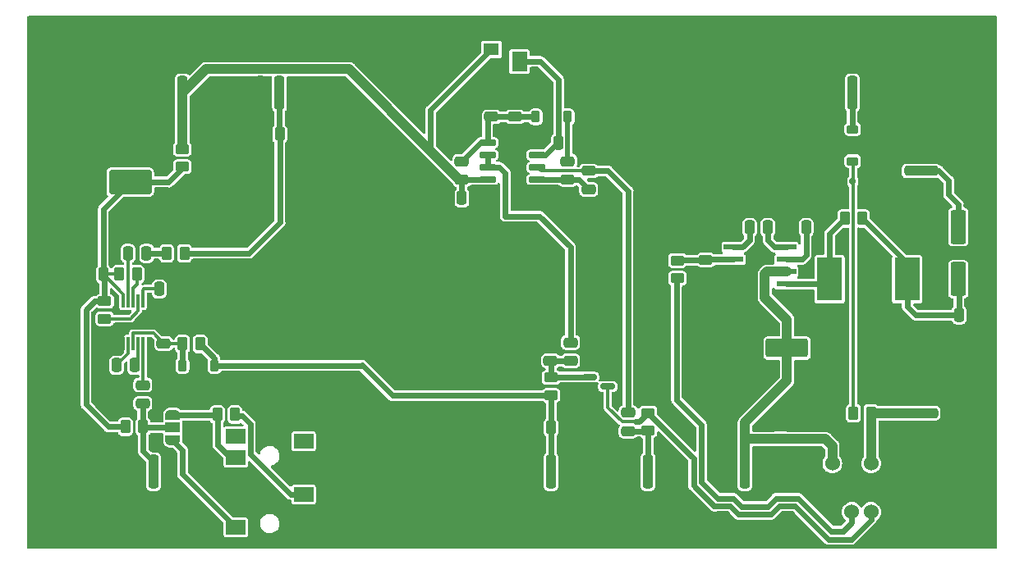
<source format=gbr>
%TF.GenerationSoftware,KiCad,Pcbnew,7.0.7*%
%TF.CreationDate,2023-10-17T16:06:01-04:00*%
%TF.ProjectId,MicAmp,4d696341-6d70-42e6-9b69-6361645f7063,rev?*%
%TF.SameCoordinates,PX42c1d80PY2625a00*%
%TF.FileFunction,Copper,L1,Top*%
%TF.FilePolarity,Positive*%
%FSLAX46Y46*%
G04 Gerber Fmt 4.6, Leading zero omitted, Abs format (unit mm)*
G04 Created by KiCad (PCBNEW 7.0.7) date 2023-10-17 16:06:01*
%MOMM*%
%LPD*%
G01*
G04 APERTURE LIST*
G04 Aperture macros list*
%AMRoundRect*
0 Rectangle with rounded corners*
0 $1 Rounding radius*
0 $2 $3 $4 $5 $6 $7 $8 $9 X,Y pos of 4 corners*
0 Add a 4 corners polygon primitive as box body*
4,1,4,$2,$3,$4,$5,$6,$7,$8,$9,$2,$3,0*
0 Add four circle primitives for the rounded corners*
1,1,$1+$1,$2,$3*
1,1,$1+$1,$4,$5*
1,1,$1+$1,$6,$7*
1,1,$1+$1,$8,$9*
0 Add four rect primitives between the rounded corners*
20,1,$1+$1,$2,$3,$4,$5,0*
20,1,$1+$1,$4,$5,$6,$7,0*
20,1,$1+$1,$6,$7,$8,$9,0*
20,1,$1+$1,$8,$9,$2,$3,0*%
%AMFreePoly0*
4,1,19,0.550000,-0.750000,0.000000,-0.750000,0.000000,-0.744911,-0.071157,-0.744911,-0.207708,-0.704816,-0.327430,-0.627875,-0.420627,-0.520320,-0.479746,-0.390866,-0.500000,-0.250000,-0.500000,0.250000,-0.479746,0.390866,-0.420627,0.520320,-0.327430,0.627875,-0.207708,0.704816,-0.071157,0.744911,0.000000,0.744911,0.000000,0.750000,0.550000,0.750000,0.550000,-0.750000,0.550000,-0.750000,
$1*%
%AMFreePoly1*
4,1,19,0.000000,0.744911,0.071157,0.744911,0.207708,0.704816,0.327430,0.627875,0.420627,0.520320,0.479746,0.390866,0.500000,0.250000,0.500000,-0.250000,0.479746,-0.390866,0.420627,-0.520320,0.327430,-0.627875,0.207708,-0.704816,0.071157,-0.744911,0.000000,-0.744911,0.000000,-0.750000,-0.550000,-0.750000,-0.550000,0.750000,0.000000,0.750000,0.000000,0.744911,0.000000,0.744911,
$1*%
G04 Aperture macros list end*
%TA.AperFunction,SMDPad,CuDef*%
%ADD10RoundRect,0.250000X-0.262500X-0.450000X0.262500X-0.450000X0.262500X0.450000X-0.262500X0.450000X0*%
%TD*%
%TA.AperFunction,ComponentPad*%
%ADD11C,6.400000*%
%TD*%
%TA.AperFunction,SMDPad,CuDef*%
%ADD12RoundRect,0.250000X1.950000X1.000000X-1.950000X1.000000X-1.950000X-1.000000X1.950000X-1.000000X0*%
%TD*%
%TA.AperFunction,ComponentPad*%
%ADD13C,1.524000*%
%TD*%
%TA.AperFunction,SMDPad,CuDef*%
%ADD14RoundRect,0.250000X-0.250000X-1.500000X0.250000X-1.500000X0.250000X1.500000X-0.250000X1.500000X0*%
%TD*%
%TA.AperFunction,SMDPad,CuDef*%
%ADD15RoundRect,0.250001X-0.499999X-1.449999X0.499999X-1.449999X0.499999X1.449999X-0.499999X1.449999X0*%
%TD*%
%TA.AperFunction,SMDPad,CuDef*%
%ADD16RoundRect,0.225000X-0.225000X-0.375000X0.225000X-0.375000X0.225000X0.375000X-0.225000X0.375000X0*%
%TD*%
%TA.AperFunction,SMDPad,CuDef*%
%ADD17RoundRect,0.250000X0.550000X-1.500000X0.550000X1.500000X-0.550000X1.500000X-0.550000X-1.500000X0*%
%TD*%
%TA.AperFunction,SMDPad,CuDef*%
%ADD18RoundRect,0.250000X0.262500X0.450000X-0.262500X0.450000X-0.262500X-0.450000X0.262500X-0.450000X0*%
%TD*%
%TA.AperFunction,SMDPad,CuDef*%
%ADD19RoundRect,0.250000X1.950000X0.700000X-1.950000X0.700000X-1.950000X-0.700000X1.950000X-0.700000X0*%
%TD*%
%TA.AperFunction,SMDPad,CuDef*%
%ADD20RoundRect,0.250000X-0.250000X-0.475000X0.250000X-0.475000X0.250000X0.475000X-0.250000X0.475000X0*%
%TD*%
%TA.AperFunction,SMDPad,CuDef*%
%ADD21RoundRect,0.250000X-0.475000X0.250000X-0.475000X-0.250000X0.475000X-0.250000X0.475000X0.250000X0*%
%TD*%
%TA.AperFunction,SMDPad,CuDef*%
%ADD22RoundRect,0.150000X0.150000X0.200000X-0.150000X0.200000X-0.150000X-0.200000X0.150000X-0.200000X0*%
%TD*%
%TA.AperFunction,SMDPad,CuDef*%
%ADD23RoundRect,0.250000X-0.450000X0.262500X-0.450000X-0.262500X0.450000X-0.262500X0.450000X0.262500X0*%
%TD*%
%TA.AperFunction,SMDPad,CuDef*%
%ADD24RoundRect,0.150000X-0.587500X-0.150000X0.587500X-0.150000X0.587500X0.150000X-0.587500X0.150000X0*%
%TD*%
%TA.AperFunction,SMDPad,CuDef*%
%ADD25RoundRect,0.250000X1.500000X-0.250000X1.500000X0.250000X-1.500000X0.250000X-1.500000X-0.250000X0*%
%TD*%
%TA.AperFunction,SMDPad,CuDef*%
%ADD26RoundRect,0.250001X1.449999X-0.499999X1.449999X0.499999X-1.449999X0.499999X-1.449999X-0.499999X0*%
%TD*%
%TA.AperFunction,SMDPad,CuDef*%
%ADD27RoundRect,0.250000X0.475000X-0.250000X0.475000X0.250000X-0.475000X0.250000X-0.475000X-0.250000X0*%
%TD*%
%TA.AperFunction,SMDPad,CuDef*%
%ADD28RoundRect,0.250000X0.450000X-0.262500X0.450000X0.262500X-0.450000X0.262500X-0.450000X-0.262500X0*%
%TD*%
%TA.AperFunction,SMDPad,CuDef*%
%ADD29RoundRect,0.250000X0.250000X1.500000X-0.250000X1.500000X-0.250000X-1.500000X0.250000X-1.500000X0*%
%TD*%
%TA.AperFunction,SMDPad,CuDef*%
%ADD30RoundRect,0.250001X0.499999X1.449999X-0.499999X1.449999X-0.499999X-1.449999X0.499999X-1.449999X0*%
%TD*%
%TA.AperFunction,SMDPad,CuDef*%
%ADD31FreePoly0,270.000000*%
%TD*%
%TA.AperFunction,SMDPad,CuDef*%
%ADD32R,1.500000X1.000000*%
%TD*%
%TA.AperFunction,SMDPad,CuDef*%
%ADD33FreePoly1,270.000000*%
%TD*%
%TA.AperFunction,SMDPad,CuDef*%
%ADD34RoundRect,0.250000X0.250000X0.475000X-0.250000X0.475000X-0.250000X-0.475000X0.250000X-0.475000X0*%
%TD*%
%TA.AperFunction,SMDPad,CuDef*%
%ADD35RoundRect,0.225000X0.225000X0.375000X-0.225000X0.375000X-0.225000X-0.375000X0.225000X-0.375000X0*%
%TD*%
%TA.AperFunction,SMDPad,CuDef*%
%ADD36RoundRect,0.225000X-0.375000X0.225000X-0.375000X-0.225000X0.375000X-0.225000X0.375000X0.225000X0*%
%TD*%
%TA.AperFunction,SMDPad,CuDef*%
%ADD37R,2.000000X1.500000*%
%TD*%
%TA.AperFunction,SMDPad,CuDef*%
%ADD38R,2.000000X0.600000*%
%TD*%
%TA.AperFunction,SMDPad,CuDef*%
%ADD39RoundRect,0.150000X0.725000X0.150000X-0.725000X0.150000X-0.725000X-0.150000X0.725000X-0.150000X0*%
%TD*%
%TA.AperFunction,SMDPad,CuDef*%
%ADD40R,0.300000X1.400000*%
%TD*%
%TA.AperFunction,SMDPad,CuDef*%
%ADD41R,1.600000X1.300000*%
%TD*%
%TA.AperFunction,SMDPad,CuDef*%
%ADD42R,1.600000X2.000000*%
%TD*%
%TA.AperFunction,SMDPad,CuDef*%
%ADD43R,2.600000X4.500000*%
%TD*%
%TA.AperFunction,ViaPad*%
%ADD44C,0.800000*%
%TD*%
%TA.AperFunction,Conductor*%
%ADD45C,0.600000*%
%TD*%
%TA.AperFunction,Conductor*%
%ADD46C,0.500000*%
%TD*%
%TA.AperFunction,Conductor*%
%ADD47C,1.000000*%
%TD*%
%TA.AperFunction,Conductor*%
%ADD48C,0.300000*%
%TD*%
G04 APERTURE END LIST*
D10*
%TO.P,R3,1*%
%TO.N,Net-(L1-Pad1)*%
X84287500Y-20900000D03*
%TO.P,R3,2*%
%TO.N,Net-(C14-Pad1)*%
X86112500Y-20900000D03*
%TD*%
D11*
%TO.P,H1,1,1*%
%TO.N,Earth*%
X4000000Y-4000000D03*
%TD*%
D12*
%TO.P,C6,1*%
%TO.N,/+5V_MIC_COMP*%
X10611200Y-17150000D03*
%TO.P,C6,2*%
%TO.N,Earth*%
X3211200Y-17150000D03*
%TD*%
D13*
%TO.P,RV1,1,1*%
%TO.N,Earth*%
X83000000Y-51200000D03*
%TO.P,RV1,2,2*%
%TO.N,Net-(R1-Pad1)*%
X85000000Y-51200000D03*
%TO.P,RV1,3,3*%
%TO.N,Net-(Q1-D)*%
X87000000Y-51200000D03*
%TO.P,RV1,4,S2*%
%TO.N,Net-(J5-Pin_1)*%
X87000000Y-46200000D03*
%TO.P,RV1,5,S1*%
%TO.N,+12V*%
X83000000Y-46200000D03*
%TD*%
D14*
%TO.P,J8,1,Pin_1*%
%TO.N,AF_IN*%
X64000000Y-47050000D03*
%TO.P,J8,2,Pin_2*%
%TO.N,Earth*%
X66000000Y-47050000D03*
D15*
%TO.P,J8,MP,MountPin*%
X61650000Y-52800000D03*
X68350000Y-52800000D03*
%TD*%
D16*
%TO.P,D3,1,K*%
%TO.N,Net-(D3-K)*%
X52429000Y-10419000D03*
%TO.P,D3,2,A*%
%TO.N,Net-(D3-A)*%
X55729000Y-10419000D03*
%TD*%
D17*
%TO.P,C15,1*%
%TO.N,Net-(C14-Pad1)*%
X95989000Y-27183000D03*
%TO.P,C15,2*%
%TO.N,/SPK*%
X95989000Y-21783000D03*
%TD*%
D18*
%TO.P,R13,1*%
%TO.N,Net-(J4-PadR)*%
X21412700Y-41153000D03*
%TO.P,R13,2*%
%TO.N,Net-(JP1-A)*%
X19587700Y-41153000D03*
%TD*%
D11*
%TO.P,H3,1,1*%
%TO.N,Earth*%
X4000000Y-51000000D03*
%TD*%
D19*
%TO.P,C4,1*%
%TO.N,+12V*%
X78336000Y-34295000D03*
%TO.P,C4,2*%
%TO.N,Earth*%
X69636000Y-34295000D03*
%TD*%
D20*
%TO.P,C13,1*%
%TO.N,Net-(C13-Pad1)*%
X74465000Y-21849000D03*
%TO.P,C13,2*%
%TO.N,Net-(C13-Pad2)*%
X76365000Y-21849000D03*
%TD*%
%TO.P,C8,1*%
%TO.N,TX+5V*%
X54018000Y-42499200D03*
%TO.P,C8,2*%
%TO.N,Earth*%
X55918000Y-42499200D03*
%TD*%
D21*
%TO.P,C7,1*%
%TO.N,Net-(U1-IN+)*%
X11915000Y-38110000D03*
%TO.P,C7,2*%
%TO.N,/MIC*%
X11915000Y-40010000D03*
%TD*%
D22*
%TO.P,D1,1,K*%
%TO.N,Net-(D1-K)*%
X85100000Y-17100000D03*
%TO.P,D1,2,A*%
%TO.N,Earth*%
X86500000Y-17100000D03*
%TD*%
D23*
%TO.P,R16,1*%
%TO.N,/+5V_MIC_COMP*%
X7978000Y-29445500D03*
%TO.P,R16,2*%
%TO.N,Net-(U1-GATE)*%
X7978000Y-31270500D03*
%TD*%
D21*
%TO.P,R15,1*%
%TO.N,Net-(U3B--)*%
X56009400Y-33715800D03*
%TO.P,R15,2*%
%TO.N,AGC_OUT*%
X56009400Y-35615800D03*
%TD*%
D24*
%TO.P,Q1,1,G*%
%TO.N,AGC_OUT*%
X57967500Y-37300000D03*
%TO.P,Q1,2,S*%
%TO.N,Earth*%
X57967500Y-39200000D03*
%TO.P,Q1,3,D*%
%TO.N,Net-(Q1-D)*%
X59842500Y-38250000D03*
%TD*%
D20*
%TO.P,C17,1*%
%TO.N,+5V*%
X15968800Y-11765200D03*
%TO.P,C17,2*%
%TO.N,Earth*%
X17868800Y-11765200D03*
%TD*%
D21*
%TO.P,C2,1*%
%TO.N,Earth*%
X77701000Y-41727000D03*
%TO.P,C2,2*%
%TO.N,+12V*%
X77701000Y-43627000D03*
%TD*%
D11*
%TO.P,H2,1,1*%
%TO.N,Earth*%
X96000000Y-4000000D03*
%TD*%
D25*
%TO.P,J5,1,Pin_1*%
%TO.N,Net-(J5-Pin_1)*%
X92150000Y-41000000D03*
%TO.P,J5,2,Pin_2*%
%TO.N,Earth*%
X92150000Y-39000000D03*
D26*
%TO.P,J5,MP,MountPin*%
X97900000Y-43350000D03*
X97900000Y-36650000D03*
%TD*%
D27*
%TO.P,R11,1*%
%TO.N,Net-(R11-Pad1)*%
X55730000Y-16896000D03*
%TO.P,R11,2*%
%TO.N,Net-(D3-A)*%
X55730000Y-14996000D03*
%TD*%
D20*
%TO.P,C18,1*%
%TO.N,Earth*%
X42908000Y-18801000D03*
%TO.P,C18,2*%
%TO.N,+5V*%
X44808000Y-18801000D03*
%TD*%
D28*
%TO.P,R5,1*%
%TO.N,TX+5V*%
X54000000Y-39162500D03*
%TO.P,R5,2*%
%TO.N,AGC_OUT*%
X54000000Y-37337500D03*
%TD*%
D29*
%TO.P,J10,1,Pin_1*%
%TO.N,Net-(D2-K)*%
X85051000Y-7935000D03*
%TO.P,J10,2,Pin_2*%
%TO.N,Earth*%
X83051000Y-7935000D03*
D30*
%TO.P,J10,MP,MountPin*%
X87401000Y-2185000D03*
X80701000Y-2185000D03*
%TD*%
D10*
%TO.P,R14,1*%
%TO.N,Net-(D5-A)*%
X16004400Y-33863200D03*
%TO.P,R14,2*%
%TO.N,TX+5V*%
X17829400Y-33863200D03*
%TD*%
D20*
%TO.P,C5,1*%
%TO.N,Earth*%
X78402000Y-21849000D03*
%TO.P,C5,2*%
%TO.N,Net-(U2-BYPASS)*%
X80302000Y-21849000D03*
%TD*%
D10*
%TO.P,R7,1*%
%TO.N,Net-(C3-Pad2)*%
X14380700Y-24516000D03*
%TO.P,R7,2*%
%TO.N,Net-(J2-Pin_1)*%
X16205700Y-24516000D03*
%TD*%
%TO.P,R2,1*%
%TO.N,/+5V_MIC_COMP*%
X10113500Y-42423000D03*
%TO.P,R2,2*%
%TO.N,/MIC*%
X11938500Y-42423000D03*
%TD*%
D31*
%TO.P,JP1,1,A*%
%TO.N,Net-(JP1-A)*%
X15000000Y-41200000D03*
D32*
%TO.P,JP1,2,C*%
%TO.N,/MIC*%
X15000000Y-42500000D03*
D33*
%TO.P,JP1,3,B*%
%TO.N,Net-(JP1-B)*%
X15000000Y-43800000D03*
%TD*%
D21*
%TO.P,R12,1*%
%TO.N,Net-(D3-K)*%
X44808000Y-14996000D03*
%TO.P,R12,2*%
%TO.N,+5V*%
X44808000Y-16896000D03*
%TD*%
D10*
%TO.P,R8,1*%
%TO.N,Earth*%
X24210500Y-12197000D03*
%TO.P,R8,2*%
%TO.N,Net-(J2-Pin_1)*%
X26035500Y-12197000D03*
%TD*%
D34*
%TO.P,C11,1*%
%TO.N,/+5V_MIC_COMP*%
X7851000Y-26675000D03*
%TO.P,C11,2*%
%TO.N,Earth*%
X5951000Y-26675000D03*
%TD*%
D21*
%TO.P,C21,1*%
%TO.N,Earth*%
X50269000Y-8519000D03*
%TO.P,C21,2*%
%TO.N,Net-(D3-K)*%
X50269000Y-10419000D03*
%TD*%
D10*
%TO.P,R6,1*%
%TO.N,Net-(D1-K)*%
X85170500Y-41026000D03*
%TO.P,R6,2*%
%TO.N,Net-(J5-Pin_1)*%
X86995500Y-41026000D03*
%TD*%
D29*
%TO.P,J2,1,Pin_1*%
%TO.N,Net-(J2-Pin_1)*%
X26000000Y-7950000D03*
%TO.P,J2,2,Pin_2*%
%TO.N,Earth*%
X24000000Y-7950000D03*
D30*
%TO.P,J2,MP,MountPin*%
X28350000Y-2200000D03*
X21650000Y-2200000D03*
%TD*%
D27*
%TO.P,C19,1*%
%TO.N,AF_IN*%
X61953000Y-42865000D03*
%TO.P,C19,2*%
%TO.N,Net-(U3A--)*%
X61953000Y-40965000D03*
%TD*%
D34*
%TO.P,C20,1*%
%TO.N,Earth*%
X56669800Y-13086000D03*
%TO.P,C20,2*%
%TO.N,Net-(U3A-+)*%
X54769800Y-13086000D03*
%TD*%
D23*
%TO.P,R10,1*%
%TO.N,+5V*%
X15979000Y-13750200D03*
%TO.P,R10,2*%
%TO.N,/+5V_MIC_COMP*%
X15979000Y-15575200D03*
%TD*%
D20*
%TO.P,C12,1*%
%TO.N,Net-(U1-AVG)*%
X13632000Y-28199000D03*
%TO.P,C12,2*%
%TO.N,Earth*%
X15532000Y-28199000D03*
%TD*%
D21*
%TO.P,R18,1*%
%TO.N,Earth*%
X47856000Y-8519000D03*
%TO.P,R18,2*%
%TO.N,Net-(D3-K)*%
X47856000Y-10419000D03*
%TD*%
D35*
%TO.P,D5,1,K*%
%TO.N,TX+5V*%
X19304400Y-36098400D03*
%TO.P,D5,2,A*%
%TO.N,Net-(D5-A)*%
X16004400Y-36098400D03*
%TD*%
D36*
%TO.P,D2,1,K*%
%TO.N,Net-(D2-K)*%
X85100000Y-11700000D03*
%TO.P,D2,2,A*%
%TO.N,Net-(D1-K)*%
X85100000Y-15000000D03*
%TD*%
D14*
%TO.P,J3,1,Pin_1*%
%TO.N,/MIC*%
X13000000Y-47050000D03*
%TO.P,J3,2,Pin_2*%
%TO.N,Earth*%
X15000000Y-47050000D03*
D15*
%TO.P,J3,MP,MountPin*%
X10650000Y-52800000D03*
X17350000Y-52800000D03*
%TD*%
D20*
%TO.P,C14,1*%
%TO.N,Net-(C14-Pad1)*%
X96055000Y-30866000D03*
%TO.P,C14,2*%
%TO.N,Earth*%
X97955000Y-30866000D03*
%TD*%
%TO.P,C3,1*%
%TO.N,Net-(U1-VOUT)*%
X10391000Y-24516000D03*
%TO.P,C3,2*%
%TO.N,Net-(C3-Pad2)*%
X12291000Y-24516000D03*
%TD*%
D21*
%TO.P,C1,1*%
%TO.N,Net-(U2--)*%
X69954000Y-25217000D03*
%TO.P,C1,2*%
%TO.N,Earth*%
X69954000Y-27117000D03*
%TD*%
D34*
%TO.P,C9,1*%
%TO.N,Net-(U1-BUFOUT)*%
X11087000Y-36073000D03*
%TO.P,C9,2*%
%TO.N,Net-(U1-VCAIN)*%
X9187000Y-36073000D03*
%TD*%
D27*
%TO.P,C10,1*%
%TO.N,Earth*%
X14074000Y-35753000D03*
%TO.P,C10,2*%
%TO.N,Net-(D5-A)*%
X14074000Y-33853000D03*
%TD*%
%TO.P,C16,1*%
%TO.N,AGC_OUT*%
X53952000Y-35626000D03*
%TO.P,C16,2*%
%TO.N,Earth*%
X53952000Y-33726000D03*
%TD*%
D29*
%TO.P,J1,1,Pin_1*%
%TO.N,+5V*%
X16000000Y-7950000D03*
%TO.P,J1,2,Pin_2*%
%TO.N,Earth*%
X14000000Y-7950000D03*
D30*
%TO.P,J1,MP,MountPin*%
X18350000Y-2200000D03*
X11650000Y-2200000D03*
%TD*%
D37*
%TO.P,J4,G*%
%TO.N,Earth*%
X28500000Y-52800000D03*
%TO.P,J4,R*%
%TO.N,Net-(J4-PadR)*%
X28500000Y-49400000D03*
%TO.P,J4,RN*%
%TO.N,unconnected-(J4-PadRN)*%
X21500000Y-43400000D03*
%TO.P,J4,S*%
%TO.N,Net-(JP1-B)*%
X21500000Y-52800000D03*
%TO.P,J4,T*%
%TO.N,Net-(JP1-A)*%
X21500000Y-45600000D03*
%TO.P,J4,TN*%
%TO.N,unconnected-(J4-PadTN)*%
X28500000Y-43900000D03*
%TD*%
D14*
%TO.P,J6,1,Pin_1*%
%TO.N,+12V*%
X74000000Y-47050000D03*
%TO.P,J6,2,Pin_2*%
%TO.N,Earth*%
X76000000Y-47050000D03*
D15*
%TO.P,J6,MP,MountPin*%
X71650000Y-52800000D03*
X78350000Y-52800000D03*
%TD*%
D28*
%TO.P,R1,1*%
%TO.N,Net-(R1-Pad1)*%
X67033000Y-27079500D03*
%TO.P,R1,2*%
%TO.N,Net-(U2--)*%
X67033000Y-25254500D03*
%TD*%
D38*
%TO.P,U2,1,GAIN*%
%TO.N,Net-(C13-Pad1)*%
X72817000Y-23881000D03*
%TO.P,U2,2,-*%
%TO.N,Net-(U2--)*%
X72817000Y-25151000D03*
%TO.P,U2,3,+*%
%TO.N,Earth*%
X72817000Y-26421000D03*
%TO.P,U2,4,GND*%
X72817000Y-27691000D03*
%TO.P,U2,5*%
%TO.N,Net-(L1-Pad1)*%
X78267000Y-27691000D03*
%TO.P,U2,6,V+*%
%TO.N,+12V*%
X78267000Y-26421000D03*
%TO.P,U2,7,BYPASS*%
%TO.N,Net-(U2-BYPASS)*%
X78267000Y-25151000D03*
%TO.P,U2,8,GAIN*%
%TO.N,Net-(C13-Pad2)*%
X78267000Y-23881000D03*
%TD*%
D28*
%TO.P,R4,1*%
%TO.N,AF_IN*%
X64000000Y-42812500D03*
%TO.P,R4,2*%
%TO.N,Net-(Q1-D)*%
X64000000Y-40987500D03*
%TD*%
D11*
%TO.P,H4,1,1*%
%TO.N,Earth*%
X96000000Y-51000000D03*
%TD*%
D21*
%TO.P,R9,1*%
%TO.N,Net-(U3A--)*%
X57889000Y-16007000D03*
%TO.P,R9,2*%
%TO.N,Net-(R11-Pad1)*%
X57889000Y-17907000D03*
%TD*%
D39*
%TO.P,U3,1*%
%TO.N,Net-(R11-Pad1)*%
X52590000Y-16896000D03*
%TO.P,U3,2,-*%
%TO.N,Net-(U3A--)*%
X52590000Y-15626000D03*
%TO.P,U3,3,+*%
%TO.N,Net-(U3A-+)*%
X52590000Y-14356000D03*
%TO.P,U3,4,V-*%
%TO.N,Earth*%
X52590000Y-13086000D03*
%TO.P,U3,5,+*%
%TO.N,Net-(D3-K)*%
X47440000Y-13086000D03*
%TO.P,U3,6,-*%
%TO.N,Net-(U3B--)*%
X47440000Y-14356000D03*
%TO.P,U3,7*%
X47440000Y-15626000D03*
%TO.P,U3,8,V+*%
%TO.N,+5V*%
X47440000Y-16896000D03*
%TD*%
D14*
%TO.P,J9,1,Pin_1*%
%TO.N,TX+5V*%
X54000000Y-47050000D03*
%TO.P,J9,2,Pin_2*%
%TO.N,Earth*%
X56000000Y-47050000D03*
D15*
%TO.P,J9,MP,MountPin*%
X51650000Y-52800000D03*
X58350000Y-52800000D03*
%TD*%
D40*
%TO.P,U1,1,GND*%
%TO.N,Earth*%
X9899000Y-33828000D03*
%TO.P,U1,2,VCAIN*%
%TO.N,Net-(U1-VCAIN)*%
X10399000Y-33828000D03*
%TO.P,U1,3,~{SD}*%
%TO.N,Net-(D5-A)*%
X10899000Y-33828000D03*
%TO.P,U1,4,BUFOUT*%
%TO.N,Net-(U1-BUFOUT)*%
X11399000Y-33828000D03*
%TO.P,U1,5,IN+*%
%TO.N,Net-(U1-IN+)*%
X11899000Y-33828000D03*
%TO.P,U1,6,AVG*%
%TO.N,Net-(U1-AVG)*%
X11899000Y-29428000D03*
%TO.P,U1,7,GATE*%
%TO.N,Net-(U1-GATE)*%
X11399000Y-29428000D03*
%TO.P,U1,8,COMP*%
%TO.N,Net-(U1-COMP)*%
X10899000Y-29428000D03*
%TO.P,U1,9,VOUT*%
%TO.N,Net-(U1-VOUT)*%
X10399000Y-29428000D03*
%TO.P,U1,10,V+*%
%TO.N,/+5V_MIC_COMP*%
X9899000Y-29428000D03*
%TD*%
D25*
%TO.P,J7,1,Pin_1*%
%TO.N,/SPK*%
X92150000Y-16000000D03*
%TO.P,J7,2,Pin_2*%
%TO.N,Earth*%
X92150000Y-14000000D03*
D26*
%TO.P,J7,MP,MountPin*%
X97900000Y-18350000D03*
X97900000Y-11650000D03*
%TD*%
D41*
%TO.P,RV2,1,1*%
%TO.N,+5V*%
X47853800Y-3454000D03*
D42*
%TO.P,RV2,2,2*%
%TO.N,Net-(U3A-+)*%
X50753800Y-4704000D03*
D41*
%TO.P,RV2,3,3*%
%TO.N,Earth*%
X47853800Y-5954000D03*
%TD*%
D10*
%TO.P,R17,1*%
%TO.N,/+5V_MIC_COMP*%
X9478500Y-26675000D03*
%TO.P,R17,2*%
%TO.N,Net-(U1-COMP)*%
X11303500Y-26675000D03*
%TD*%
D11*
%TO.P,H5,1,1*%
%TO.N,Earth*%
X50000000Y-27000000D03*
%TD*%
D43*
%TO.P,L1,1,1*%
%TO.N,Net-(L1-Pad1)*%
X82718000Y-27183000D03*
%TO.P,L1,2,2*%
%TO.N,Net-(C14-Pad1)*%
X90718000Y-27183000D03*
%TD*%
D44*
%TO.N,Earth*%
X55000000Y-53000000D03*
X1247000Y-41280000D03*
X14000000Y-53000000D03*
X14531200Y-38282800D03*
X64239000Y-9149000D03*
X98000000Y-9000000D03*
X17198200Y-39349600D03*
X85000000Y-43000000D03*
X98000000Y-15000000D03*
X82247600Y-20731400D03*
X31000000Y-46000000D03*
X52000000Y-35000000D03*
X80000000Y-46000000D03*
X82000000Y-41000000D03*
X59000000Y-35000000D03*
X80000000Y-54000000D03*
X80291800Y-47350600D03*
X72000000Y-31000000D03*
X9000000Y-2000000D03*
X89000000Y-43000000D03*
X8000000Y-39000000D03*
X77000000Y-2000000D03*
X3000000Y-27000000D03*
X98000000Y-24000000D03*
X20000000Y-22000000D03*
X11000000Y-45000000D03*
X98000000Y-34000000D03*
X59000000Y-41000000D03*
X72544800Y-21798200D03*
X64000000Y-31000000D03*
X31000000Y-53000000D03*
X7825600Y-33558400D03*
X91000000Y-2000000D03*
X70000000Y-22000000D03*
X90000000Y-53000000D03*
X80215600Y-29367400D03*
X14785200Y-31323200D03*
X9248000Y-22738000D03*
X89000000Y-39000000D03*
X2000000Y-23000000D03*
X72000000Y-43000000D03*
X84000000Y-2000000D03*
X20000000Y-27000000D03*
X71097000Y-28376800D03*
X25000000Y-2000000D03*
X89000000Y-14000000D03*
X1501000Y-35184000D03*
X98000000Y-40000000D03*
X15000000Y-2000000D03*
X75000000Y-53000000D03*
X65000000Y-53000000D03*
X88165800Y-38943200D03*
X64000000Y-35000000D03*
X52000000Y-41000000D03*
%TD*%
D45*
%TO.N,Net-(D2-K)*%
X85051000Y-7935000D02*
X85051000Y-11651000D01*
X85051000Y-11651000D02*
X85100000Y-11700000D01*
D46*
%TO.N,Net-(D3-A)*%
X55730000Y-14996000D02*
X55719800Y-14985800D01*
X55719800Y-14985800D02*
X55719800Y-10430200D01*
X55719800Y-10430200D02*
X55730000Y-10420000D01*
D45*
%TO.N,Net-(JP1-A)*%
X15000000Y-41200000D02*
X19634700Y-41200000D01*
X19634700Y-41200000D02*
X19636600Y-41201900D01*
X19636600Y-41201900D02*
X19636600Y-44286600D01*
X19636600Y-44286600D02*
X20950000Y-45600000D01*
X20950000Y-45600000D02*
X21500000Y-45600000D01*
%TO.N,Net-(J4-PadR)*%
X21414600Y-41305400D02*
X22155400Y-41305400D01*
X22155400Y-41305400D02*
X23000000Y-42150000D01*
X27161522Y-49400000D02*
X28500000Y-49400000D01*
X23000000Y-42150000D02*
X23000000Y-45238478D01*
X23000000Y-45238478D02*
X27161522Y-49400000D01*
%TO.N,Net-(U3A--)*%
X61953000Y-40965000D02*
X61953000Y-18089800D01*
X61953000Y-18089800D02*
X59870200Y-16007000D01*
X59870200Y-16007000D02*
X57889000Y-16007000D01*
%TO.N,Net-(U3B--)*%
X56009400Y-33715800D02*
X56009400Y-23881000D01*
X56009400Y-23881000D02*
X52809000Y-20680600D01*
X49278400Y-16235600D02*
X48668800Y-15626000D01*
X52809000Y-20680600D02*
X49278400Y-20680600D01*
X48668800Y-15626000D02*
X47440000Y-15626000D01*
X49278400Y-20680600D02*
X49278400Y-16235600D01*
%TO.N,Net-(U3A-+)*%
X54769800Y-13086000D02*
X54769800Y-6563200D01*
X54769800Y-6563200D02*
X52910600Y-4704000D01*
X52910600Y-4704000D02*
X50753800Y-4704000D01*
%TO.N,AGC_OUT*%
X53952000Y-35626000D02*
X55999200Y-35626000D01*
X55999200Y-35626000D02*
X56009400Y-35615800D01*
X54000000Y-37337500D02*
X54000000Y-35674000D01*
X54000000Y-35674000D02*
X53952000Y-35626000D01*
X57967500Y-37300000D02*
X54037500Y-37300000D01*
X54037500Y-37300000D02*
X54000000Y-37337500D01*
D47*
%TO.N,+5V*%
X33158000Y-5500000D02*
X41582200Y-13924200D01*
X41582200Y-13924200D02*
X44554000Y-16896000D01*
D45*
X47853800Y-3454000D02*
X41582200Y-9725600D01*
X41582200Y-9725600D02*
X41582200Y-13924200D01*
D48*
%TO.N,Net-(U3A--)*%
X52590000Y-15626000D02*
X52971000Y-16007000D01*
X52971000Y-16007000D02*
X57889000Y-16007000D01*
D47*
%TO.N,+5V*%
X16000000Y-7950000D02*
X18450000Y-5500000D01*
X18450000Y-5500000D02*
X33158000Y-5500000D01*
X44554000Y-16896000D02*
X44808000Y-16896000D01*
D45*
%TO.N,Net-(D3-K)*%
X47440000Y-13086000D02*
X47440000Y-10835000D01*
X47440000Y-10835000D02*
X47856000Y-10419000D01*
%TO.N,AF_IN*%
X61953000Y-42865000D02*
X63947500Y-42865000D01*
X63947500Y-42865000D02*
X64000000Y-42812500D01*
%TO.N,/MIC*%
X12015500Y-42500000D02*
X11938500Y-42423000D01*
X11915000Y-42399500D02*
X11938500Y-42423000D01*
X13000000Y-45997200D02*
X11938500Y-44935700D01*
X15000000Y-42500000D02*
X12015500Y-42500000D01*
X11938500Y-44935700D02*
X11938500Y-42423000D01*
X11915000Y-40010000D02*
X11915000Y-42399500D01*
X13000000Y-47050000D02*
X13000000Y-45997200D01*
%TO.N,Net-(C3-Pad2)*%
X12291000Y-24516000D02*
X14380700Y-24516000D01*
D48*
%TO.N,Net-(D1-K)*%
X85150000Y-15050000D02*
X85150000Y-41009000D01*
X85150000Y-41009000D02*
X85133000Y-41026000D01*
X85100000Y-15000000D02*
X85150000Y-15050000D01*
D45*
%TO.N,Net-(U2--)*%
X69954000Y-25217000D02*
X67033000Y-25217000D01*
X72817000Y-25151000D02*
X70020000Y-25151000D01*
X70020000Y-25151000D02*
X69954000Y-25217000D01*
D47*
%TO.N,+5V*%
X16000000Y-7950000D02*
X16000000Y-13729200D01*
D45*
X44808000Y-18801000D02*
X44808000Y-16896000D01*
X47440000Y-16896000D02*
X44808000Y-16896000D01*
D47*
X16000000Y-13729200D02*
X15979000Y-13750200D01*
D45*
%TO.N,Net-(J2-Pin_1)*%
X26062800Y-21315600D02*
X26035500Y-21288300D01*
X16205700Y-24516000D02*
X22862400Y-24516000D01*
X26000000Y-12161500D02*
X26035500Y-12197000D01*
X22862400Y-24516000D02*
X26062800Y-21315600D01*
X26035500Y-21288300D02*
X26035500Y-12197000D01*
X26000000Y-7950000D02*
X26000000Y-12161500D01*
%TO.N,Net-(JP1-B)*%
X15000000Y-43800000D02*
X16000000Y-44800000D01*
X16000000Y-44800000D02*
X16000000Y-47300000D01*
X16000000Y-47300000D02*
X21500000Y-52800000D01*
D47*
%TO.N,+12V*%
X76050000Y-29050000D02*
X78336000Y-31336000D01*
X78267000Y-26421000D02*
X76304000Y-26421000D01*
X83000000Y-46200000D02*
X83000000Y-44420000D01*
X74000000Y-42000000D02*
X78336000Y-37664000D01*
X82273000Y-43693000D02*
X74000000Y-43693000D01*
X76304000Y-26421000D02*
X76050000Y-26675000D01*
X74000000Y-43693000D02*
X74000000Y-42000000D01*
X78336000Y-31336000D02*
X78336000Y-34295000D01*
X78336000Y-37664000D02*
X78336000Y-34295000D01*
X76050000Y-26675000D02*
X76050000Y-29050000D01*
X83000000Y-44420000D02*
X82273000Y-43693000D01*
X74000000Y-47050000D02*
X74000000Y-43693000D01*
D48*
%TO.N,Net-(U1-VOUT)*%
X10399000Y-24524000D02*
X10391000Y-24516000D01*
X10399000Y-29428000D02*
X10399000Y-24524000D01*
D45*
%TO.N,Net-(U2-BYPASS)*%
X80302000Y-24716000D02*
X80302000Y-21849000D01*
X78267000Y-25151000D02*
X79867000Y-25151000D01*
X79867000Y-25151000D02*
X80302000Y-24716000D01*
D48*
%TO.N,/+5V_MIC_COMP*%
X9899000Y-29428000D02*
X9899000Y-28723000D01*
X7851000Y-26675000D02*
X9478500Y-26675000D01*
D45*
X16004400Y-15524400D02*
X16004400Y-15727600D01*
X10611200Y-17150000D02*
X7851000Y-19910200D01*
X6047600Y-30358000D02*
X6960100Y-29445500D01*
X16004400Y-15727600D02*
X14582000Y-17150000D01*
D48*
X9899000Y-28723000D02*
X7851000Y-26675000D01*
D45*
X10113500Y-42423000D02*
X8359000Y-42423000D01*
X7978000Y-26802000D02*
X7851000Y-26675000D01*
X6960100Y-29445500D02*
X7978000Y-29445500D01*
X7851000Y-19910200D02*
X7851000Y-26675000D01*
X6047600Y-40111600D02*
X6047600Y-30358000D01*
X8359000Y-42423000D02*
X6047600Y-40111600D01*
X7978000Y-29445500D02*
X7978000Y-26802000D01*
X14582000Y-17150000D02*
X10611200Y-17150000D01*
D48*
%TO.N,Net-(U1-IN+)*%
X11899000Y-33828000D02*
X11937000Y-33866000D01*
X11937000Y-38088000D02*
X11915000Y-38110000D01*
X11937000Y-33866000D02*
X11937000Y-38088000D01*
D45*
%TO.N,TX+5V*%
X37648000Y-39200000D02*
X34495600Y-36047600D01*
X54000000Y-47050000D02*
X54000000Y-39200000D01*
X54000000Y-39200000D02*
X37648000Y-39200000D01*
X19304400Y-35338200D02*
X17829400Y-33863200D01*
X19304400Y-36098400D02*
X19304400Y-35338200D01*
X34495600Y-36047600D02*
X34444800Y-36098400D01*
X34444800Y-36098400D02*
X19304400Y-36098400D01*
D48*
%TO.N,Net-(U1-BUFOUT)*%
X11399000Y-33828000D02*
X11399000Y-35761000D01*
X11399000Y-35761000D02*
X11087000Y-36073000D01*
%TO.N,Net-(U1-VCAIN)*%
X10399000Y-34861000D02*
X9187000Y-36073000D01*
X10399000Y-33828000D02*
X10399000Y-34861000D01*
%TO.N,Net-(D5-A)*%
X10899000Y-33828000D02*
X10899000Y-32778000D01*
X12992000Y-32771000D02*
X14074000Y-33853000D01*
X15994200Y-33853000D02*
X16004400Y-33863200D01*
X10899000Y-32778000D02*
X10906000Y-32771000D01*
X14074000Y-33853000D02*
X15994200Y-33853000D01*
D45*
X16004400Y-36098400D02*
X16004400Y-33863200D01*
D48*
X10906000Y-32771000D02*
X12992000Y-32771000D01*
%TO.N,Net-(U1-AVG)*%
X13606600Y-28173600D02*
X13632000Y-28199000D01*
X12042000Y-28173600D02*
X13606600Y-28173600D01*
X11899000Y-29428000D02*
X11899000Y-28316600D01*
X11899000Y-28316600D02*
X12042000Y-28173600D01*
D45*
%TO.N,Net-(C13-Pad1)*%
X72817000Y-23881000D02*
X73764000Y-23881000D01*
X74465000Y-23180000D02*
X74465000Y-21849000D01*
X73764000Y-23881000D02*
X74465000Y-23180000D01*
%TO.N,Net-(C13-Pad2)*%
X78267000Y-23881000D02*
X77066000Y-23881000D01*
X77066000Y-23881000D02*
X76365000Y-23180000D01*
X76365000Y-23180000D02*
X76365000Y-21849000D01*
%TO.N,Net-(C14-Pad1)*%
X90718000Y-30018000D02*
X91600000Y-30900000D01*
X91600000Y-30900000D02*
X96021000Y-30900000D01*
X96055000Y-30866000D02*
X96055000Y-27249000D01*
X96021000Y-30900000D02*
X96055000Y-30866000D01*
X86112500Y-20900000D02*
X90718000Y-25505500D01*
X96055000Y-27249000D02*
X95989000Y-27183000D01*
X90718000Y-25505500D02*
X90718000Y-27183000D01*
X90718000Y-27183000D02*
X90718000Y-30018000D01*
%TO.N,/SPK*%
X95000000Y-18460660D02*
X95989000Y-19449660D01*
X94000000Y-16000000D02*
X95000000Y-17000000D01*
X95000000Y-17000000D02*
X95000000Y-18460660D01*
X92150000Y-16000000D02*
X94000000Y-16000000D01*
X95989000Y-19449660D02*
X95989000Y-21783000D01*
D47*
%TO.N,Net-(J5-Pin_1)*%
X87000000Y-41059000D02*
X87033000Y-41026000D01*
X92150000Y-41000000D02*
X87059000Y-41000000D01*
X87000000Y-46200000D02*
X87000000Y-41059000D01*
X87059000Y-41000000D02*
X87033000Y-41026000D01*
D45*
%TO.N,Net-(L1-Pad1)*%
X82210000Y-27691000D02*
X82718000Y-27183000D01*
X84287500Y-20900000D02*
X82718000Y-22469500D01*
X82718000Y-22469500D02*
X82718000Y-27183000D01*
X78267000Y-27691000D02*
X82210000Y-27691000D01*
%TO.N,Net-(Q1-D)*%
X72460660Y-50600000D02*
X73326060Y-51465400D01*
X82591460Y-54030800D02*
X84969200Y-54030800D01*
X77539340Y-50600000D02*
X79160660Y-50600000D01*
X63072500Y-41915000D02*
X62715000Y-41915000D01*
X76673940Y-51465400D02*
X77539340Y-50600000D01*
X68700000Y-45687500D02*
X68700000Y-48509600D01*
X87000000Y-52000000D02*
X87000000Y-51200000D01*
D48*
X59842500Y-38250000D02*
X59842500Y-40428028D01*
D45*
X73326060Y-51465400D02*
X76673940Y-51465400D01*
X64000000Y-40987500D02*
X63072500Y-41915000D01*
X64000000Y-40987500D02*
X68700000Y-45687500D01*
X84969200Y-54030800D02*
X87000000Y-52000000D01*
X68700000Y-48509600D02*
X70790400Y-50600000D01*
D48*
X61329472Y-41915000D02*
X62715000Y-41915000D01*
D45*
X79160660Y-50600000D02*
X82591460Y-54030800D01*
X70790400Y-50600000D02*
X72460660Y-50600000D01*
D48*
X59842500Y-40428028D02*
X61329472Y-41915000D01*
D45*
%TO.N,Net-(R1-Pad1)*%
X69500000Y-42200000D02*
X69500000Y-48115800D01*
X79492030Y-49800000D02*
X82884630Y-53192600D01*
X66936000Y-39636000D02*
X69500000Y-42200000D01*
X84101800Y-53192600D02*
X85000000Y-52294400D01*
X77207970Y-49800000D02*
X79492030Y-49800000D01*
X76355370Y-50652600D02*
X77207970Y-49800000D01*
X73644630Y-50652600D02*
X76355370Y-50652600D01*
X82884630Y-53192600D02*
X84101800Y-53192600D01*
X71184200Y-49800000D02*
X72792030Y-49800000D01*
X66936000Y-27214000D02*
X66936000Y-39636000D01*
X72792030Y-49800000D02*
X73644630Y-50652600D01*
X85000000Y-52294400D02*
X85000000Y-51200000D01*
X67033000Y-27117000D02*
X66936000Y-27214000D01*
X69500000Y-48115800D02*
X71184200Y-49800000D01*
D48*
%TO.N,Net-(U1-GATE)*%
X11399000Y-30478000D02*
X10606500Y-31270500D01*
X11399000Y-29428000D02*
X11399000Y-30478000D01*
X10606500Y-31270500D02*
X7978000Y-31270500D01*
%TO.N,Net-(U1-COMP)*%
X10899000Y-29428000D02*
X10899000Y-28097400D01*
X11303500Y-27692900D02*
X11303500Y-26675000D01*
X10899000Y-28097400D02*
X11303500Y-27692900D01*
D45*
%TO.N,AF_IN*%
X64000000Y-42850000D02*
X64000000Y-47050000D01*
D48*
%TO.N,Net-(U3A--)*%
X57728000Y-15846000D02*
X57889000Y-16007000D01*
D45*
%TO.N,Net-(U3A-+)*%
X52590000Y-14356000D02*
X53444000Y-14356000D01*
X53444000Y-14356000D02*
X54714000Y-13086000D01*
%TO.N,Net-(D3-K)*%
X52429000Y-10419000D02*
X47856000Y-10419000D01*
X47440000Y-13086000D02*
X46718000Y-13086000D01*
X46718000Y-13086000D02*
X44808000Y-14996000D01*
D48*
%TO.N,Net-(D3-A)*%
X55730000Y-10420000D02*
X55729000Y-10419000D01*
D45*
%TO.N,Net-(R11-Pad1)*%
X52590000Y-16896000D02*
X55730000Y-16896000D01*
X56878000Y-16896000D02*
X57889000Y-17907000D01*
X55730000Y-16896000D02*
X56878000Y-16896000D01*
%TO.N,Net-(U3B--)*%
X47440000Y-14356000D02*
X47440000Y-15626000D01*
%TD*%
%TA.AperFunction,Conductor*%
%TO.N,Earth*%
G36*
X99942539Y-20185D02*
G01*
X99988294Y-72989D01*
X99999500Y-124500D01*
X99999500Y-54875500D01*
X99979815Y-54942539D01*
X99927011Y-54988294D01*
X99875500Y-54999500D01*
X124500Y-54999500D01*
X57461Y-54979815D01*
X11706Y-54927011D01*
X500Y-54875500D01*
X500Y-30376975D01*
X5492248Y-30376975D01*
X5495297Y-30394656D01*
X5497100Y-30415724D01*
X5497100Y-40102202D01*
X5494838Y-40168429D01*
X5505315Y-40211419D01*
X5506501Y-40217661D01*
X5512529Y-40261520D01*
X5519679Y-40277979D01*
X5526418Y-40298019D01*
X5530667Y-40315452D01*
X5547536Y-40345455D01*
X5552363Y-40354039D01*
X5555182Y-40359715D01*
X5569403Y-40392454D01*
X5572821Y-40400322D01*
X5584141Y-40414236D01*
X5596039Y-40431717D01*
X5604834Y-40447360D01*
X5604836Y-40447361D01*
X5636132Y-40478657D01*
X5640383Y-40483366D01*
X5668322Y-40517708D01*
X5682981Y-40528055D01*
X5699152Y-40541677D01*
X7963079Y-42805603D01*
X8008320Y-42854044D01*
X8034578Y-42870011D01*
X8046140Y-42877042D01*
X8051379Y-42880607D01*
X8086658Y-42907361D01*
X8103353Y-42913944D01*
X8122290Y-42923351D01*
X8137618Y-42932672D01*
X8180247Y-42944616D01*
X8186261Y-42946639D01*
X8192086Y-42948935D01*
X8227436Y-42962876D01*
X8245287Y-42964711D01*
X8266052Y-42968657D01*
X8283335Y-42973500D01*
X8327594Y-42973500D01*
X8333935Y-42973824D01*
X8377972Y-42978352D01*
X8395655Y-42975303D01*
X8416724Y-42973500D01*
X9268209Y-42973500D01*
X9335248Y-42993185D01*
X9381003Y-43045989D01*
X9384391Y-43054167D01*
X9407202Y-43115328D01*
X9407206Y-43115335D01*
X9493452Y-43230544D01*
X9493455Y-43230547D01*
X9608664Y-43316793D01*
X9608671Y-43316797D01*
X9648744Y-43331743D01*
X9743517Y-43367091D01*
X9803127Y-43373500D01*
X10423872Y-43373499D01*
X10483483Y-43367091D01*
X10618331Y-43316796D01*
X10733546Y-43230546D01*
X10819796Y-43115331D01*
X10870091Y-42980483D01*
X10876500Y-42920873D01*
X10876499Y-41925128D01*
X10870670Y-41870899D01*
X10870091Y-41865516D01*
X10819797Y-41730671D01*
X10819793Y-41730664D01*
X10733547Y-41615455D01*
X10733544Y-41615452D01*
X10618335Y-41529206D01*
X10618328Y-41529202D01*
X10483486Y-41478910D01*
X10483485Y-41478909D01*
X10483483Y-41478909D01*
X10423873Y-41472500D01*
X10423863Y-41472500D01*
X9803129Y-41472500D01*
X9803123Y-41472501D01*
X9743516Y-41478908D01*
X9608671Y-41529202D01*
X9608664Y-41529206D01*
X9493455Y-41615452D01*
X9493452Y-41615455D01*
X9407206Y-41730664D01*
X9407202Y-41730671D01*
X9384391Y-41791833D01*
X9342520Y-41847767D01*
X9277056Y-41872184D01*
X9268209Y-41872500D01*
X8638386Y-41872500D01*
X8571347Y-41852815D01*
X8550705Y-41836181D01*
X7022395Y-40307870D01*
X10939500Y-40307870D01*
X10939501Y-40307876D01*
X10945908Y-40367483D01*
X10996202Y-40502328D01*
X10996206Y-40502335D01*
X11082452Y-40617544D01*
X11082455Y-40617547D01*
X11197664Y-40703793D01*
X11197671Y-40703797D01*
X11283833Y-40735933D01*
X11339766Y-40777804D01*
X11364184Y-40843268D01*
X11364500Y-40852115D01*
X11364500Y-41518914D01*
X11344815Y-41585953D01*
X11323930Y-41608390D01*
X11324724Y-41609184D01*
X11318452Y-41615455D01*
X11232206Y-41730664D01*
X11232202Y-41730671D01*
X11181908Y-41865517D01*
X11176110Y-41919454D01*
X11175501Y-41925123D01*
X11175500Y-41925135D01*
X11175500Y-42920870D01*
X11175501Y-42920876D01*
X11181908Y-42980483D01*
X11232202Y-43115328D01*
X11232206Y-43115335D01*
X11318452Y-43230544D01*
X11318453Y-43230545D01*
X11318454Y-43230546D01*
X11338310Y-43245410D01*
X11380182Y-43301343D01*
X11388000Y-43344677D01*
X11388000Y-44926302D01*
X11385738Y-44992529D01*
X11396215Y-45035519D01*
X11397401Y-45041761D01*
X11403429Y-45085620D01*
X11410579Y-45102079D01*
X11417319Y-45122120D01*
X11421567Y-45139552D01*
X11443263Y-45178139D01*
X11446082Y-45183815D01*
X11457916Y-45211058D01*
X11463721Y-45224422D01*
X11475041Y-45238336D01*
X11486939Y-45255817D01*
X11495734Y-45271460D01*
X11495736Y-45271461D01*
X11527032Y-45302757D01*
X11531283Y-45307466D01*
X11559222Y-45341808D01*
X11573881Y-45352155D01*
X11590052Y-45365777D01*
X12213181Y-45988906D01*
X12246666Y-46050229D01*
X12249500Y-46076587D01*
X12249500Y-48597870D01*
X12249501Y-48597876D01*
X12255908Y-48657483D01*
X12306202Y-48792328D01*
X12306206Y-48792335D01*
X12392452Y-48907544D01*
X12392455Y-48907547D01*
X12507664Y-48993793D01*
X12507671Y-48993797D01*
X12552618Y-49010560D01*
X12642517Y-49044091D01*
X12702127Y-49050500D01*
X13297872Y-49050499D01*
X13357483Y-49044091D01*
X13492331Y-48993796D01*
X13607546Y-48907546D01*
X13693796Y-48792331D01*
X13744091Y-48657483D01*
X13750500Y-48597873D01*
X13750499Y-45502128D01*
X13744091Y-45442517D01*
X13712670Y-45358274D01*
X13693797Y-45307671D01*
X13693793Y-45307664D01*
X13607547Y-45192455D01*
X13607544Y-45192452D01*
X13492335Y-45106206D01*
X13492328Y-45106202D01*
X13357482Y-45055908D01*
X13357483Y-45055908D01*
X13297883Y-45049501D01*
X13297881Y-45049500D01*
X13297873Y-45049500D01*
X13297865Y-45049500D01*
X12882187Y-45049500D01*
X12815148Y-45029815D01*
X12794506Y-45013181D01*
X12525319Y-44743994D01*
X12491834Y-44682671D01*
X12489000Y-44656313D01*
X12489000Y-43344677D01*
X12508685Y-43277638D01*
X12538690Y-43245410D01*
X12558546Y-43230546D01*
X12644796Y-43115331D01*
X12644798Y-43115323D01*
X12644935Y-43115076D01*
X12645145Y-43114865D01*
X12650112Y-43108231D01*
X12651065Y-43108944D01*
X12694339Y-43065669D01*
X12753769Y-43050500D01*
X13883181Y-43050500D01*
X13950220Y-43070185D01*
X13995975Y-43122989D01*
X14005919Y-43192147D01*
X14004799Y-43198684D01*
X14003286Y-43206289D01*
X13994591Y-43249998D01*
X13994592Y-43871887D01*
X13994592Y-43871888D01*
X14004936Y-43943840D01*
X14004939Y-43943850D01*
X14018480Y-43989966D01*
X14045445Y-44081800D01*
X14054063Y-44100670D01*
X14075644Y-44147927D01*
X14075646Y-44147932D01*
X14092122Y-44173568D01*
X14147755Y-44260135D01*
X14153372Y-44268874D01*
X14153379Y-44268885D01*
X14200980Y-44323821D01*
X14200981Y-44323822D01*
X14309633Y-44417969D01*
X14309640Y-44417974D01*
X14309645Y-44417978D01*
X14349358Y-44443500D01*
X14370794Y-44457276D01*
X14370810Y-44457285D01*
X14501577Y-44517004D01*
X14501584Y-44517007D01*
X14571336Y-44537488D01*
X14571337Y-44537488D01*
X14571340Y-44537489D01*
X14613775Y-44543589D01*
X14713651Y-44557950D01*
X14713652Y-44557950D01*
X14786345Y-44557950D01*
X14786348Y-44557950D01*
X14792920Y-44557005D01*
X14795252Y-44556670D01*
X14812897Y-44555408D01*
X14925521Y-44555408D01*
X14992560Y-44575093D01*
X15013202Y-44591727D01*
X15413181Y-44991706D01*
X15446666Y-45053029D01*
X15449500Y-45079387D01*
X15449500Y-47290602D01*
X15447238Y-47356829D01*
X15457715Y-47399819D01*
X15458901Y-47406061D01*
X15464929Y-47449920D01*
X15472079Y-47466379D01*
X15478819Y-47486420D01*
X15483067Y-47503852D01*
X15504763Y-47542439D01*
X15507582Y-47548115D01*
X15525220Y-47588720D01*
X15525221Y-47588722D01*
X15536541Y-47602636D01*
X15548439Y-47620117D01*
X15557234Y-47635760D01*
X15557236Y-47635761D01*
X15588532Y-47667057D01*
X15592783Y-47671766D01*
X15620722Y-47706108D01*
X15635381Y-47716455D01*
X15651552Y-47730077D01*
X20213181Y-52291706D01*
X20246666Y-52353029D01*
X20249500Y-52379387D01*
X20249500Y-53574678D01*
X20264032Y-53647735D01*
X20264033Y-53647739D01*
X20264034Y-53647740D01*
X20319399Y-53730601D01*
X20402259Y-53785965D01*
X20402260Y-53785966D01*
X20402264Y-53785967D01*
X20475321Y-53800499D01*
X20475324Y-53800500D01*
X20475326Y-53800500D01*
X22524676Y-53800500D01*
X22524677Y-53800499D01*
X22597740Y-53785966D01*
X22680601Y-53730601D01*
X22735966Y-53647740D01*
X22750500Y-53574674D01*
X22750500Y-52450936D01*
X23995631Y-52450936D01*
X24026442Y-52652063D01*
X24026445Y-52652075D01*
X24097111Y-52842881D01*
X24097115Y-52842888D01*
X24204745Y-53015567D01*
X24204747Y-53015569D01*
X24204748Y-53015571D01*
X24344941Y-53163053D01*
X24473344Y-53252424D01*
X24511949Y-53279294D01*
X24511950Y-53279294D01*
X24511951Y-53279295D01*
X24698942Y-53359540D01*
X24898259Y-53400500D01*
X25050743Y-53400500D01*
X25202439Y-53385074D01*
X25396579Y-53324162D01*
X25396580Y-53324161D01*
X25396588Y-53324159D01*
X25574502Y-53225409D01*
X25728895Y-53092866D01*
X25853448Y-52931958D01*
X25943060Y-52749271D01*
X25994063Y-52552285D01*
X26004369Y-52349064D01*
X25973556Y-52147929D01*
X25921175Y-52006495D01*
X25902888Y-51957118D01*
X25902887Y-51957117D01*
X25902886Y-51957113D01*
X25795252Y-51784429D01*
X25655059Y-51636947D01*
X25556587Y-51568409D01*
X25488050Y-51520705D01*
X25301056Y-51440459D01*
X25101741Y-51399500D01*
X24949258Y-51399500D01*
X24949257Y-51399500D01*
X24797560Y-51414925D01*
X24603420Y-51475837D01*
X24603405Y-51475844D01*
X24425500Y-51574589D01*
X24425495Y-51574592D01*
X24271106Y-51707132D01*
X24271104Y-51707134D01*
X24146554Y-51868037D01*
X24146553Y-51868040D01*
X24056940Y-52050728D01*
X24005937Y-52247714D01*
X23995631Y-52450936D01*
X22750500Y-52450936D01*
X22750500Y-52025326D01*
X22750500Y-52025325D01*
X22750500Y-52025323D01*
X22750499Y-52025321D01*
X22735967Y-51952264D01*
X22735966Y-51952260D01*
X22734296Y-51949760D01*
X22680601Y-51869399D01*
X22621667Y-51830021D01*
X22597739Y-51814033D01*
X22597735Y-51814032D01*
X22524677Y-51799500D01*
X22524674Y-51799500D01*
X21329387Y-51799500D01*
X21262348Y-51779815D01*
X21241706Y-51763181D01*
X16586819Y-47108293D01*
X16553334Y-47046970D01*
X16550500Y-47020612D01*
X16550500Y-44809426D01*
X16552763Y-44743174D01*
X16542278Y-44700151D01*
X16541099Y-44693948D01*
X16535070Y-44650080D01*
X16527921Y-44633622D01*
X16521183Y-44613584D01*
X16516934Y-44596148D01*
X16495231Y-44557550D01*
X16492414Y-44551878D01*
X16474780Y-44511280D01*
X16463455Y-44497360D01*
X16451559Y-44479880D01*
X16442765Y-44464239D01*
X16442764Y-44464238D01*
X16420499Y-44441974D01*
X16411456Y-44432931D01*
X16407209Y-44428224D01*
X16396389Y-44414925D01*
X16379278Y-44393892D01*
X16364612Y-44383539D01*
X16348445Y-44369920D01*
X16029814Y-44051289D01*
X15996329Y-43989966D01*
X15994757Y-43945960D01*
X15995060Y-43943851D01*
X15995062Y-43943845D01*
X16005408Y-43871889D01*
X16005408Y-43250000D01*
X16005408Y-43249998D01*
X16005408Y-43249997D01*
X15985356Y-43149192D01*
X15985356Y-43100808D01*
X16000500Y-43024676D01*
X16000500Y-41975323D01*
X15985355Y-41899189D01*
X15985408Y-41850538D01*
X15985508Y-41850041D01*
X16018030Y-41788201D01*
X16078822Y-41753761D01*
X16107072Y-41750500D01*
X18759940Y-41750500D01*
X18826979Y-41770185D01*
X18872734Y-41822989D01*
X18876116Y-41831155D01*
X18879092Y-41839132D01*
X18881405Y-41845333D01*
X18881405Y-41845334D01*
X18941131Y-41925116D01*
X18967654Y-41960546D01*
X19036411Y-42012018D01*
X19078282Y-42067951D01*
X19086100Y-42111284D01*
X19086100Y-44277202D01*
X19083838Y-44343429D01*
X19094315Y-44386419D01*
X19095501Y-44392661D01*
X19101529Y-44436520D01*
X19108679Y-44452979D01*
X19115419Y-44473020D01*
X19119667Y-44490452D01*
X19141363Y-44529039D01*
X19144182Y-44534715D01*
X19161820Y-44575320D01*
X19161821Y-44575322D01*
X19173141Y-44589236D01*
X19185039Y-44606717D01*
X19193834Y-44622360D01*
X19193836Y-44622361D01*
X19225132Y-44653657D01*
X19229383Y-44658366D01*
X19257322Y-44692708D01*
X19271981Y-44703055D01*
X19288152Y-44716677D01*
X19763932Y-45192457D01*
X20213181Y-45641705D01*
X20246666Y-45703028D01*
X20249500Y-45729386D01*
X20249500Y-46374678D01*
X20264032Y-46447735D01*
X20264033Y-46447739D01*
X20264034Y-46447740D01*
X20319399Y-46530601D01*
X20402259Y-46585966D01*
X20402260Y-46585966D01*
X20402264Y-46585967D01*
X20475321Y-46600499D01*
X20475324Y-46600500D01*
X20475326Y-46600500D01*
X22524676Y-46600500D01*
X22524677Y-46600499D01*
X22597740Y-46585966D01*
X22680601Y-46530601D01*
X22735966Y-46447740D01*
X22750500Y-46374674D01*
X22750500Y-46066865D01*
X22770185Y-45999826D01*
X22822989Y-45954071D01*
X22892147Y-45944127D01*
X22955703Y-45973152D01*
X22962180Y-45979184D01*
X26765615Y-49782618D01*
X26810842Y-49831044D01*
X26848666Y-49854045D01*
X26853896Y-49857604D01*
X26889180Y-49884361D01*
X26897452Y-49887623D01*
X26905875Y-49890945D01*
X26924812Y-49900351D01*
X26940140Y-49909672D01*
X26982769Y-49921616D01*
X26988785Y-49923639D01*
X27029958Y-49939876D01*
X27047809Y-49941711D01*
X27068574Y-49945657D01*
X27085857Y-49950500D01*
X27125500Y-49950500D01*
X27192539Y-49970185D01*
X27238294Y-50022989D01*
X27249500Y-50074500D01*
X27249500Y-50174678D01*
X27264032Y-50247735D01*
X27264033Y-50247739D01*
X27264034Y-50247740D01*
X27319399Y-50330601D01*
X27402259Y-50385966D01*
X27402260Y-50385966D01*
X27402264Y-50385967D01*
X27475321Y-50400499D01*
X27475324Y-50400500D01*
X27475326Y-50400500D01*
X29524676Y-50400500D01*
X29524677Y-50400499D01*
X29597740Y-50385966D01*
X29680601Y-50330601D01*
X29735966Y-50247740D01*
X29750500Y-50174674D01*
X29750500Y-48625326D01*
X29750500Y-48625323D01*
X29750499Y-48625321D01*
X29735967Y-48552264D01*
X29735966Y-48552260D01*
X29720807Y-48529573D01*
X29680601Y-48469399D01*
X29597740Y-48414034D01*
X29597739Y-48414033D01*
X29597735Y-48414032D01*
X29524677Y-48399500D01*
X29524674Y-48399500D01*
X27475326Y-48399500D01*
X27475323Y-48399500D01*
X27402264Y-48414032D01*
X27402260Y-48414033D01*
X27319399Y-48469399D01*
X27279192Y-48529573D01*
X27225579Y-48574377D01*
X27156254Y-48583084D01*
X27093227Y-48552929D01*
X27088409Y-48548362D01*
X25135193Y-46595146D01*
X25101708Y-46533823D01*
X25106692Y-46464131D01*
X25148564Y-46408198D01*
X25197922Y-46386001D01*
X25202430Y-46385074D01*
X25202438Y-46385074D01*
X25202444Y-46385071D01*
X25202449Y-46385071D01*
X25396579Y-46324162D01*
X25396580Y-46324161D01*
X25396588Y-46324159D01*
X25574502Y-46225409D01*
X25728895Y-46092866D01*
X25853448Y-45931958D01*
X25943060Y-45749271D01*
X25994063Y-45552285D01*
X26004369Y-45349064D01*
X25973556Y-45147929D01*
X25916003Y-44992529D01*
X25902888Y-44957118D01*
X25902887Y-44957117D01*
X25902886Y-44957113D01*
X25795252Y-44784429D01*
X25690925Y-44674678D01*
X27249500Y-44674678D01*
X27264032Y-44747735D01*
X27264033Y-44747739D01*
X27264034Y-44747740D01*
X27319399Y-44830601D01*
X27402260Y-44885966D01*
X27402264Y-44885967D01*
X27475321Y-44900499D01*
X27475324Y-44900500D01*
X27475326Y-44900500D01*
X29524676Y-44900500D01*
X29524677Y-44900499D01*
X29597740Y-44885966D01*
X29680601Y-44830601D01*
X29735966Y-44747740D01*
X29750500Y-44674674D01*
X29750500Y-43125326D01*
X29750500Y-43125325D01*
X29750500Y-43125323D01*
X29750499Y-43125321D01*
X29735967Y-43052264D01*
X29735966Y-43052260D01*
X29717534Y-43024674D01*
X29680601Y-42969399D01*
X29609920Y-42922172D01*
X29597739Y-42914033D01*
X29597735Y-42914032D01*
X29524677Y-42899500D01*
X29524674Y-42899500D01*
X27475326Y-42899500D01*
X27475323Y-42899500D01*
X27402264Y-42914032D01*
X27402260Y-42914033D01*
X27319399Y-42969399D01*
X27264033Y-43052260D01*
X27264032Y-43052264D01*
X27249500Y-43125321D01*
X27249500Y-44674678D01*
X25690925Y-44674678D01*
X25655059Y-44636947D01*
X25541559Y-44557949D01*
X25488050Y-44520705D01*
X25301056Y-44440459D01*
X25101741Y-44399500D01*
X24949258Y-44399500D01*
X24949257Y-44399500D01*
X24797560Y-44414925D01*
X24603420Y-44475837D01*
X24603405Y-44475844D01*
X24425500Y-44574589D01*
X24425495Y-44574592D01*
X24271106Y-44707132D01*
X24271104Y-44707134D01*
X24146554Y-44868037D01*
X24146553Y-44868040D01*
X24056938Y-45050732D01*
X24015427Y-45211058D01*
X23979567Y-45271024D01*
X23916980Y-45302082D01*
X23847537Y-45294373D01*
X23807705Y-45267658D01*
X23586819Y-45046772D01*
X23553334Y-44985449D01*
X23550500Y-44959091D01*
X23550500Y-42159414D01*
X23552144Y-42111284D01*
X23552763Y-42093174D01*
X23546616Y-42067951D01*
X23542281Y-42050163D01*
X23541094Y-42043918D01*
X23540120Y-42036832D01*
X23535070Y-42000080D01*
X23527919Y-41983617D01*
X23521181Y-41963583D01*
X23516933Y-41946148D01*
X23495234Y-41907556D01*
X23492414Y-41901878D01*
X23490453Y-41897364D01*
X23474780Y-41861280D01*
X23474780Y-41861279D01*
X23463458Y-41847363D01*
X23451557Y-41829876D01*
X23442768Y-41814244D01*
X23442767Y-41814243D01*
X23442766Y-41814241D01*
X23411456Y-41782931D01*
X23407210Y-41778225D01*
X23394276Y-41762327D01*
X23379278Y-41743892D01*
X23364612Y-41733539D01*
X23348445Y-41719920D01*
X22551306Y-40922781D01*
X22547028Y-40918200D01*
X22506080Y-40874356D01*
X22469438Y-40852073D01*
X22468261Y-40851357D01*
X22463010Y-40847783D01*
X22427741Y-40821038D01*
X22427742Y-40821038D01*
X22411042Y-40814452D01*
X22392116Y-40805052D01*
X22376780Y-40795727D01*
X22334158Y-40783784D01*
X22328140Y-40781760D01*
X22286965Y-40765524D01*
X22286957Y-40765522D01*
X22286327Y-40765458D01*
X22285789Y-40765238D01*
X22278723Y-40763516D01*
X22278981Y-40762455D01*
X22221653Y-40739018D01*
X22181541Y-40681810D01*
X22175724Y-40655362D01*
X22169291Y-40595516D01*
X22118997Y-40460671D01*
X22118993Y-40460664D01*
X22032747Y-40345455D01*
X22032744Y-40345452D01*
X21917535Y-40259206D01*
X21917528Y-40259202D01*
X21782686Y-40208910D01*
X21782685Y-40208909D01*
X21782683Y-40208909D01*
X21723073Y-40202500D01*
X21723063Y-40202500D01*
X21102329Y-40202500D01*
X21102323Y-40202501D01*
X21042716Y-40208908D01*
X20907871Y-40259202D01*
X20907864Y-40259206D01*
X20792655Y-40345452D01*
X20792652Y-40345455D01*
X20706406Y-40460664D01*
X20706402Y-40460671D01*
X20656108Y-40595517D01*
X20650339Y-40649184D01*
X20649701Y-40655123D01*
X20649700Y-40655135D01*
X20649700Y-41650870D01*
X20649701Y-41650876D01*
X20656108Y-41710483D01*
X20706402Y-41845328D01*
X20706406Y-41845335D01*
X20792652Y-41960544D01*
X20792655Y-41960547D01*
X20907864Y-42046793D01*
X20907871Y-42046797D01*
X20916896Y-42050163D01*
X21042717Y-42097091D01*
X21102327Y-42103500D01*
X21723072Y-42103499D01*
X21782683Y-42097091D01*
X21917531Y-42046796D01*
X21946317Y-42025246D01*
X22011776Y-42000829D01*
X22080050Y-42015679D01*
X22108307Y-42036832D01*
X22259294Y-42187819D01*
X22292779Y-42249142D01*
X22287795Y-42318834D01*
X22245923Y-42374767D01*
X22180459Y-42399184D01*
X22171613Y-42399500D01*
X20475323Y-42399500D01*
X20402264Y-42414032D01*
X20402257Y-42414035D01*
X20379989Y-42428914D01*
X20313311Y-42449791D01*
X20245932Y-42431305D01*
X20199242Y-42379326D01*
X20187100Y-42325811D01*
X20187100Y-42029397D01*
X20206785Y-41962358D01*
X20211833Y-41955086D01*
X20212056Y-41954788D01*
X20293996Y-41845331D01*
X20344291Y-41710483D01*
X20350700Y-41650873D01*
X20350699Y-40655128D01*
X20344291Y-40595517D01*
X20342623Y-40591046D01*
X20293997Y-40460671D01*
X20293993Y-40460664D01*
X20207747Y-40345455D01*
X20207744Y-40345452D01*
X20092535Y-40259206D01*
X20092528Y-40259202D01*
X19957686Y-40208910D01*
X19957685Y-40208909D01*
X19957683Y-40208909D01*
X19898073Y-40202500D01*
X19898063Y-40202500D01*
X19277329Y-40202500D01*
X19277323Y-40202501D01*
X19217716Y-40208908D01*
X19082871Y-40259202D01*
X19082864Y-40259206D01*
X18967655Y-40345452D01*
X18967652Y-40345455D01*
X18881406Y-40460664D01*
X18881402Y-40460671D01*
X18841061Y-40568833D01*
X18799190Y-40624767D01*
X18733726Y-40649184D01*
X18724879Y-40649500D01*
X15814479Y-40649500D01*
X15747440Y-40629815D01*
X15733277Y-40619213D01*
X15690366Y-40582030D01*
X15690357Y-40582024D01*
X15690355Y-40582022D01*
X15669832Y-40568833D01*
X15629205Y-40542723D01*
X15629189Y-40542714D01*
X15498422Y-40482995D01*
X15498417Y-40482993D01*
X15498416Y-40482993D01*
X15467175Y-40473819D01*
X15428665Y-40462512D01*
X15428659Y-40462510D01*
X15300708Y-40444114D01*
X15286349Y-40442050D01*
X15213652Y-40442050D01*
X15213648Y-40442050D01*
X15204748Y-40443330D01*
X15187103Y-40444592D01*
X14812897Y-40444592D01*
X14795252Y-40443330D01*
X14786351Y-40442050D01*
X14786348Y-40442050D01*
X14713651Y-40442050D01*
X14571340Y-40462510D01*
X14571334Y-40462512D01*
X14501577Y-40482995D01*
X14370810Y-40542714D01*
X14370794Y-40542723D01*
X14309649Y-40582019D01*
X14309633Y-40582030D01*
X14200981Y-40676177D01*
X14200980Y-40676178D01*
X14153379Y-40731114D01*
X14153372Y-40731125D01*
X14075646Y-40852067D01*
X14075644Y-40852072D01*
X14045445Y-40918200D01*
X14004939Y-41056149D01*
X14004936Y-41056159D01*
X13994592Y-41128111D01*
X13994592Y-41128112D01*
X13994591Y-41750001D01*
X14004798Y-41801307D01*
X13998571Y-41870899D01*
X13955709Y-41926077D01*
X13889819Y-41949322D01*
X13883181Y-41949500D01*
X12812510Y-41949500D01*
X12745471Y-41929815D01*
X12699716Y-41877011D01*
X12696328Y-41868833D01*
X12644797Y-41730671D01*
X12644793Y-41730664D01*
X12558548Y-41615457D01*
X12558546Y-41615454D01*
X12558544Y-41615452D01*
X12558542Y-41615450D01*
X12515188Y-41582995D01*
X12473317Y-41527061D01*
X12465500Y-41483729D01*
X12465500Y-40852115D01*
X12485185Y-40785076D01*
X12537989Y-40739321D01*
X12546167Y-40735933D01*
X12559074Y-40731119D01*
X12632331Y-40703796D01*
X12747546Y-40617546D01*
X12833796Y-40502331D01*
X12884091Y-40367483D01*
X12890500Y-40307873D01*
X12890499Y-39712128D01*
X12884091Y-39652517D01*
X12876081Y-39631042D01*
X12833797Y-39517671D01*
X12833793Y-39517664D01*
X12747547Y-39402455D01*
X12747544Y-39402452D01*
X12632335Y-39316206D01*
X12632328Y-39316202D01*
X12497482Y-39265908D01*
X12497483Y-39265908D01*
X12437883Y-39259501D01*
X12437881Y-39259500D01*
X12437873Y-39259500D01*
X12437864Y-39259500D01*
X11392129Y-39259500D01*
X11392123Y-39259501D01*
X11332516Y-39265908D01*
X11197671Y-39316202D01*
X11197664Y-39316206D01*
X11082455Y-39402452D01*
X11082452Y-39402455D01*
X10996206Y-39517664D01*
X10996202Y-39517671D01*
X10945910Y-39652513D01*
X10945909Y-39652517D01*
X10939500Y-39712127D01*
X10939500Y-39712134D01*
X10939500Y-39712135D01*
X10939500Y-40307870D01*
X7022395Y-40307870D01*
X6634419Y-39919894D01*
X6600934Y-39858571D01*
X6598100Y-39832213D01*
X6598100Y-36595870D01*
X8436500Y-36595870D01*
X8436501Y-36595876D01*
X8442908Y-36655483D01*
X8493202Y-36790328D01*
X8493206Y-36790335D01*
X8579452Y-36905544D01*
X8579455Y-36905547D01*
X8694664Y-36991793D01*
X8694671Y-36991797D01*
X8737498Y-37007770D01*
X8829517Y-37042091D01*
X8889127Y-37048500D01*
X9484872Y-37048499D01*
X9544483Y-37042091D01*
X9679331Y-36991796D01*
X9794546Y-36905546D01*
X9880796Y-36790331D01*
X9931091Y-36655483D01*
X9937500Y-36595873D01*
X9937499Y-35940253D01*
X9957183Y-35873215D01*
X9973813Y-35852578D01*
X10124821Y-35701570D01*
X10186142Y-35668087D01*
X10255834Y-35673071D01*
X10311767Y-35714943D01*
X10336184Y-35780407D01*
X10336500Y-35789253D01*
X10336500Y-36595870D01*
X10336501Y-36595876D01*
X10342908Y-36655483D01*
X10393202Y-36790328D01*
X10393206Y-36790335D01*
X10479452Y-36905544D01*
X10479455Y-36905547D01*
X10594664Y-36991793D01*
X10594671Y-36991797D01*
X10637498Y-37007770D01*
X10729517Y-37042091D01*
X10789127Y-37048500D01*
X11384872Y-37048499D01*
X11399242Y-37046954D01*
X11468001Y-37059357D01*
X11519140Y-37106966D01*
X11536500Y-37170243D01*
X11536500Y-37235500D01*
X11516815Y-37302539D01*
X11464011Y-37348294D01*
X11412505Y-37359500D01*
X11392132Y-37359500D01*
X11392123Y-37359501D01*
X11332516Y-37365908D01*
X11197671Y-37416202D01*
X11197664Y-37416206D01*
X11082455Y-37502452D01*
X11082452Y-37502455D01*
X10996206Y-37617664D01*
X10996202Y-37617671D01*
X10946203Y-37751728D01*
X10945909Y-37752517D01*
X10939500Y-37812127D01*
X10939500Y-37812134D01*
X10939500Y-37812135D01*
X10939500Y-38407870D01*
X10939501Y-38407876D01*
X10945908Y-38467483D01*
X10996202Y-38602328D01*
X10996206Y-38602335D01*
X11082452Y-38717544D01*
X11082455Y-38717547D01*
X11197664Y-38803793D01*
X11197671Y-38803797D01*
X11332517Y-38854091D01*
X11332516Y-38854091D01*
X11339444Y-38854835D01*
X11392127Y-38860500D01*
X12437872Y-38860499D01*
X12497483Y-38854091D01*
X12632331Y-38803796D01*
X12747546Y-38717546D01*
X12833796Y-38602331D01*
X12884091Y-38467483D01*
X12890500Y-38407873D01*
X12890499Y-37812128D01*
X12884091Y-37752517D01*
X12881121Y-37744555D01*
X12833797Y-37617671D01*
X12833793Y-37617664D01*
X12747547Y-37502455D01*
X12747544Y-37502452D01*
X12632335Y-37416206D01*
X12632328Y-37416202D01*
X12497482Y-37365908D01*
X12497483Y-37365908D01*
X12448245Y-37360615D01*
X12383694Y-37333877D01*
X12343845Y-37276485D01*
X12337500Y-37237326D01*
X12337500Y-33809816D01*
X12337499Y-33809814D01*
X12337500Y-33802567D01*
X12330653Y-33781494D01*
X12326111Y-33762578D01*
X12322646Y-33740696D01*
X12313015Y-33721794D01*
X12299500Y-33665499D01*
X12299500Y-33295500D01*
X12319185Y-33228461D01*
X12371989Y-33182706D01*
X12423500Y-33171500D01*
X12774745Y-33171500D01*
X12841784Y-33191185D01*
X12862426Y-33207819D01*
X13067348Y-33412741D01*
X13100833Y-33474064D01*
X13102956Y-33513673D01*
X13098500Y-33555127D01*
X13098500Y-33555132D01*
X13098500Y-33555133D01*
X13098500Y-34150870D01*
X13098501Y-34150876D01*
X13104908Y-34210483D01*
X13155202Y-34345328D01*
X13155206Y-34345335D01*
X13241452Y-34460544D01*
X13241455Y-34460547D01*
X13356664Y-34546793D01*
X13356671Y-34546797D01*
X13491517Y-34597091D01*
X13491516Y-34597091D01*
X13498444Y-34597835D01*
X13551127Y-34603500D01*
X14596872Y-34603499D01*
X14656483Y-34597091D01*
X14791331Y-34546796D01*
X14906546Y-34460546D01*
X14992796Y-34345331D01*
X14996960Y-34334165D01*
X15038829Y-34278234D01*
X15104293Y-34253816D01*
X15113141Y-34253500D01*
X15118452Y-34253500D01*
X15185491Y-34273185D01*
X15231246Y-34325989D01*
X15241742Y-34364246D01*
X15247809Y-34420683D01*
X15298102Y-34555528D01*
X15298106Y-34555535D01*
X15384352Y-34670744D01*
X15384353Y-34670745D01*
X15384354Y-34670746D01*
X15404210Y-34685610D01*
X15446082Y-34741543D01*
X15453900Y-34784877D01*
X15453900Y-35323490D01*
X15434215Y-35390529D01*
X15429167Y-35397800D01*
X15357774Y-35493169D01*
X15357772Y-35493173D01*
X15357772Y-35493174D01*
X15336529Y-35550127D01*
X15309987Y-35621289D01*
X15303900Y-35677898D01*
X15303900Y-36518881D01*
X15303901Y-36518890D01*
X15309987Y-36575514D01*
X15330760Y-36631206D01*
X15357772Y-36703626D01*
X15439713Y-36813087D01*
X15549174Y-36895028D01*
X15677286Y-36942812D01*
X15733915Y-36948900D01*
X16274884Y-36948899D01*
X16331514Y-36942812D01*
X16459626Y-36895028D01*
X16569087Y-36813087D01*
X16651028Y-36703626D01*
X16698812Y-36575514D01*
X16701087Y-36554344D01*
X16704899Y-36518901D01*
X16704899Y-36518890D01*
X16704900Y-36518885D01*
X16704899Y-35677916D01*
X16698812Y-35621286D01*
X16698145Y-35619499D01*
X16672607Y-35551030D01*
X16651028Y-35493174D01*
X16651026Y-35493171D01*
X16579633Y-35397800D01*
X16555216Y-35332336D01*
X16554900Y-35323490D01*
X16554900Y-34784877D01*
X16574585Y-34717838D01*
X16604590Y-34685610D01*
X16624446Y-34670746D01*
X16710696Y-34555531D01*
X16760991Y-34420683D01*
X16767400Y-34361073D01*
X16767400Y-34361070D01*
X17066400Y-34361070D01*
X17066401Y-34361076D01*
X17072808Y-34420683D01*
X17123102Y-34555528D01*
X17123106Y-34555535D01*
X17209352Y-34670744D01*
X17209355Y-34670747D01*
X17324564Y-34756993D01*
X17324571Y-34756997D01*
X17369518Y-34773760D01*
X17459417Y-34807291D01*
X17519027Y-34813700D01*
X17950012Y-34813699D01*
X18017051Y-34833383D01*
X18037693Y-34850018D01*
X18607691Y-35420016D01*
X18641176Y-35481339D01*
X18636192Y-35551030D01*
X18609987Y-35621287D01*
X18603900Y-35677898D01*
X18603900Y-36518881D01*
X18603901Y-36518890D01*
X18609987Y-36575514D01*
X18630760Y-36631206D01*
X18657772Y-36703626D01*
X18739713Y-36813087D01*
X18849174Y-36895028D01*
X18977286Y-36942812D01*
X19033915Y-36948900D01*
X19574884Y-36948899D01*
X19631514Y-36942812D01*
X19759626Y-36895028D01*
X19869087Y-36813087D01*
X19951028Y-36703626D01*
X19951027Y-36703626D01*
X19954799Y-36698589D01*
X20010733Y-36656718D01*
X20054066Y-36648900D01*
X34267013Y-36648900D01*
X34334052Y-36668585D01*
X34354694Y-36685219D01*
X37252093Y-39582618D01*
X37297320Y-39631044D01*
X37335144Y-39654045D01*
X37340374Y-39657604D01*
X37375658Y-39684361D01*
X37383930Y-39687623D01*
X37392353Y-39690945D01*
X37411290Y-39700351D01*
X37426618Y-39709672D01*
X37469247Y-39721616D01*
X37475263Y-39723639D01*
X37516436Y-39739876D01*
X37534287Y-39741711D01*
X37555052Y-39745657D01*
X37572335Y-39750500D01*
X37616594Y-39750500D01*
X37622935Y-39750824D01*
X37666972Y-39755352D01*
X37684655Y-39752303D01*
X37705724Y-39750500D01*
X53109046Y-39750500D01*
X53176085Y-39770185D01*
X53185157Y-39777495D01*
X53185355Y-39777232D01*
X53307664Y-39868793D01*
X53307669Y-39868796D01*
X53368833Y-39891608D01*
X53424766Y-39933478D01*
X53449184Y-39998942D01*
X53449500Y-40007790D01*
X53449500Y-41576245D01*
X53429815Y-41643284D01*
X53413186Y-41663921D01*
X53410454Y-41666652D01*
X53324206Y-41781864D01*
X53324202Y-41781871D01*
X53273908Y-41916717D01*
X53267501Y-41976316D01*
X53267500Y-41976335D01*
X53267500Y-43022070D01*
X53267501Y-43022076D01*
X53273908Y-43081683D01*
X53324202Y-43216528D01*
X53324203Y-43216529D01*
X53324204Y-43216531D01*
X53399263Y-43316797D01*
X53410454Y-43331746D01*
X53413176Y-43334468D01*
X53415021Y-43337848D01*
X53415769Y-43338846D01*
X53415625Y-43338953D01*
X53446665Y-43395789D01*
X53449500Y-43422154D01*
X53449500Y-45087679D01*
X53429815Y-45154718D01*
X53399813Y-45186944D01*
X53392459Y-45192449D01*
X53392451Y-45192457D01*
X53306206Y-45307664D01*
X53306202Y-45307671D01*
X53255908Y-45442517D01*
X53249501Y-45502116D01*
X53249501Y-45502123D01*
X53249500Y-45502135D01*
X53249500Y-48597870D01*
X53249501Y-48597876D01*
X53255908Y-48657483D01*
X53306202Y-48792328D01*
X53306206Y-48792335D01*
X53392452Y-48907544D01*
X53392455Y-48907547D01*
X53507664Y-48993793D01*
X53507671Y-48993797D01*
X53552618Y-49010560D01*
X53642517Y-49044091D01*
X53702127Y-49050500D01*
X54297872Y-49050499D01*
X54357483Y-49044091D01*
X54492331Y-48993796D01*
X54607546Y-48907546D01*
X54693796Y-48792331D01*
X54744091Y-48657483D01*
X54750500Y-48597873D01*
X54750499Y-45502128D01*
X54744091Y-45442517D01*
X54712670Y-45358274D01*
X54693797Y-45307671D01*
X54693793Y-45307664D01*
X54607548Y-45192457D01*
X54607546Y-45192454D01*
X54607542Y-45192451D01*
X54607540Y-45192449D01*
X54600187Y-45186944D01*
X54558317Y-45131009D01*
X54550500Y-45087679D01*
X54550500Y-43449994D01*
X54570185Y-43382955D01*
X54600190Y-43350727D01*
X54608272Y-43344677D01*
X54625546Y-43331746D01*
X54711796Y-43216531D01*
X54762091Y-43081683D01*
X54768500Y-43022073D01*
X54768499Y-41976328D01*
X54768499Y-41976327D01*
X54768499Y-41976322D01*
X54762091Y-41916716D01*
X54711797Y-41781871D01*
X54711793Y-41781864D01*
X54625548Y-41666657D01*
X54625546Y-41666654D01*
X54625544Y-41666652D01*
X54625542Y-41666650D01*
X54600188Y-41647670D01*
X54558317Y-41591735D01*
X54550500Y-41548404D01*
X54550500Y-40007790D01*
X54570185Y-39940751D01*
X54622989Y-39894996D01*
X54631146Y-39891616D01*
X54692331Y-39868796D01*
X54807546Y-39782546D01*
X54893796Y-39667331D01*
X54944091Y-39532483D01*
X54950500Y-39472873D01*
X54950499Y-38852128D01*
X54944091Y-38792517D01*
X54941528Y-38785646D01*
X54893797Y-38657671D01*
X54893793Y-38657664D01*
X54807547Y-38542455D01*
X54807544Y-38542452D01*
X54692335Y-38456206D01*
X54692328Y-38456202D01*
X54557482Y-38405908D01*
X54557483Y-38405908D01*
X54497883Y-38399501D01*
X54497881Y-38399500D01*
X54497873Y-38399500D01*
X54497864Y-38399500D01*
X53502129Y-38399500D01*
X53502123Y-38399501D01*
X53442516Y-38405908D01*
X53307671Y-38456202D01*
X53307664Y-38456206D01*
X53192457Y-38542451D01*
X53192451Y-38542457D01*
X53149515Y-38599812D01*
X53093581Y-38641682D01*
X53050249Y-38649500D01*
X37927387Y-38649500D01*
X37860348Y-38629815D01*
X37839706Y-38613181D01*
X36396768Y-37170243D01*
X34899645Y-35673120D01*
X34896781Y-35670052D01*
X34860792Y-35628779D01*
X34860791Y-35628778D01*
X34860786Y-35628774D01*
X34815026Y-35598761D01*
X34811566Y-35596319D01*
X34767941Y-35563238D01*
X34767942Y-35563238D01*
X34762055Y-35560917D01*
X34739542Y-35549252D01*
X34734253Y-35545783D01*
X34682078Y-35529223D01*
X34678088Y-35527805D01*
X34627162Y-35507723D01*
X34620869Y-35507076D01*
X34596046Y-35501917D01*
X34590019Y-35500004D01*
X34590020Y-35500004D01*
X34535304Y-35498134D01*
X34531081Y-35497845D01*
X34476627Y-35492247D01*
X34476625Y-35492247D01*
X34470381Y-35493324D01*
X34445102Y-35495053D01*
X34438775Y-35494837D01*
X34385593Y-35507796D01*
X34381450Y-35508657D01*
X34327502Y-35517959D01*
X34327494Y-35517962D01*
X34321772Y-35520683D01*
X34297896Y-35529168D01*
X34291751Y-35530665D01*
X34291746Y-35530667D01*
X34289402Y-35531986D01*
X34286429Y-35532764D01*
X34283854Y-35533780D01*
X34283732Y-35533470D01*
X34228628Y-35547900D01*
X20054066Y-35547900D01*
X19987027Y-35528215D01*
X19954799Y-35498211D01*
X19880489Y-35398945D01*
X19856072Y-35333480D01*
X19855828Y-35320418D01*
X19857162Y-35281374D01*
X19847190Y-35240455D01*
X19846683Y-35238374D01*
X19845496Y-35232131D01*
X19839470Y-35188282D01*
X19839470Y-35188280D01*
X19832321Y-35171822D01*
X19825580Y-35151778D01*
X19821333Y-35134348D01*
X19799638Y-35095764D01*
X19796814Y-35090078D01*
X19779180Y-35049480D01*
X19779180Y-35049479D01*
X19767858Y-35035563D01*
X19755957Y-35018076D01*
X19747168Y-35002444D01*
X19747167Y-35002443D01*
X19747166Y-35002441D01*
X19715856Y-34971131D01*
X19711610Y-34966425D01*
X19702138Y-34954783D01*
X19683678Y-34932092D01*
X19669012Y-34921739D01*
X19652845Y-34908120D01*
X18628718Y-33883993D01*
X18595233Y-33822670D01*
X18592399Y-33796312D01*
X18592399Y-33365329D01*
X18592398Y-33365323D01*
X18592397Y-33365316D01*
X18585991Y-33305717D01*
X18582180Y-33295500D01*
X18535697Y-33170871D01*
X18535693Y-33170864D01*
X18449447Y-33055655D01*
X18449444Y-33055652D01*
X18334235Y-32969406D01*
X18334228Y-32969402D01*
X18199386Y-32919110D01*
X18199385Y-32919109D01*
X18199383Y-32919109D01*
X18139773Y-32912700D01*
X18139763Y-32912700D01*
X17519029Y-32912700D01*
X17519023Y-32912701D01*
X17459416Y-32919108D01*
X17324571Y-32969402D01*
X17324564Y-32969406D01*
X17209355Y-33055652D01*
X17209352Y-33055655D01*
X17123106Y-33170864D01*
X17123102Y-33170871D01*
X17072808Y-33305717D01*
X17066901Y-33360664D01*
X17066401Y-33365323D01*
X17066400Y-33365335D01*
X17066400Y-34361070D01*
X16767400Y-34361070D01*
X16767399Y-33365328D01*
X16760991Y-33305717D01*
X16757180Y-33295500D01*
X16710697Y-33170871D01*
X16710693Y-33170864D01*
X16624447Y-33055655D01*
X16624444Y-33055652D01*
X16509235Y-32969406D01*
X16509228Y-32969402D01*
X16374386Y-32919110D01*
X16374385Y-32919109D01*
X16374383Y-32919109D01*
X16314773Y-32912700D01*
X16314763Y-32912700D01*
X15694029Y-32912700D01*
X15694023Y-32912701D01*
X15634416Y-32919108D01*
X15499571Y-32969402D01*
X15499564Y-32969406D01*
X15384355Y-33055652D01*
X15384352Y-33055655D01*
X15298106Y-33170864D01*
X15298102Y-33170871D01*
X15247808Y-33305716D01*
X15243934Y-33341756D01*
X15217196Y-33406307D01*
X15159803Y-33446155D01*
X15120645Y-33452500D01*
X15113141Y-33452500D01*
X15046102Y-33432815D01*
X15000347Y-33380011D01*
X14996969Y-33371859D01*
X14992796Y-33360669D01*
X14992793Y-33360665D01*
X14992793Y-33360664D01*
X14906547Y-33245455D01*
X14906544Y-33245452D01*
X14791335Y-33159206D01*
X14791328Y-33159202D01*
X14656482Y-33108908D01*
X14656483Y-33108908D01*
X14596883Y-33102501D01*
X14596881Y-33102500D01*
X14596873Y-33102500D01*
X14596865Y-33102500D01*
X13941255Y-33102500D01*
X13874216Y-33082815D01*
X13853574Y-33066181D01*
X13251287Y-32463893D01*
X13251256Y-32463864D01*
X13230342Y-32442950D01*
X13230341Y-32442949D01*
X13210600Y-32432890D01*
X13194014Y-32422726D01*
X13176090Y-32409704D01*
X13176091Y-32409704D01*
X13155018Y-32402857D01*
X13137045Y-32395412D01*
X13117307Y-32385355D01*
X13117304Y-32385354D01*
X13095418Y-32381887D01*
X13076507Y-32377346D01*
X13055439Y-32370501D01*
X13055434Y-32370500D01*
X13055433Y-32370500D01*
X13023519Y-32370500D01*
X10874481Y-32370500D01*
X10871948Y-32370500D01*
X10871924Y-32370501D01*
X10842564Y-32370501D01*
X10821499Y-32377346D01*
X10802582Y-32381887D01*
X10780700Y-32385352D01*
X10780695Y-32385354D01*
X10760950Y-32395414D01*
X10742986Y-32402855D01*
X10721907Y-32409705D01*
X10703984Y-32422727D01*
X10687399Y-32432890D01*
X10667664Y-32442946D01*
X10667659Y-32442949D01*
X10602329Y-32508269D01*
X10602077Y-32508528D01*
X10595959Y-32514646D01*
X10595946Y-32514661D01*
X10593516Y-32517091D01*
X10593513Y-32517094D01*
X10570950Y-32539658D01*
X10570948Y-32539660D01*
X10560891Y-32559397D01*
X10550731Y-32575977D01*
X10537706Y-32593905D01*
X10537703Y-32593910D01*
X10530854Y-32614988D01*
X10523413Y-32632952D01*
X10513354Y-32652695D01*
X10509887Y-32674582D01*
X10505347Y-32693491D01*
X10498500Y-32714567D01*
X10498500Y-32753500D01*
X10478815Y-32820539D01*
X10426011Y-32866294D01*
X10374500Y-32877500D01*
X10224323Y-32877500D01*
X10151264Y-32892032D01*
X10151260Y-32892033D01*
X10068399Y-32947399D01*
X10013033Y-33030260D01*
X10013032Y-33030264D01*
X9998500Y-33103321D01*
X9998500Y-34643744D01*
X9978815Y-34710783D01*
X9962181Y-34731425D01*
X9627257Y-35066348D01*
X9565934Y-35099833D01*
X9526325Y-35101956D01*
X9484873Y-35097500D01*
X9484863Y-35097500D01*
X8889129Y-35097500D01*
X8889123Y-35097501D01*
X8829516Y-35103908D01*
X8694671Y-35154202D01*
X8694664Y-35154206D01*
X8579455Y-35240452D01*
X8579452Y-35240455D01*
X8493206Y-35355664D01*
X8493202Y-35355671D01*
X8442908Y-35490517D01*
X8436501Y-35550116D01*
X8436500Y-35550135D01*
X8436500Y-36595870D01*
X6598100Y-36595870D01*
X6598100Y-30637386D01*
X6617785Y-30570347D01*
X6634415Y-30549709D01*
X7064812Y-30119311D01*
X7126133Y-30085828D01*
X7195824Y-30090812D01*
X7226798Y-30107725D01*
X7281492Y-30148669D01*
X7285668Y-30151795D01*
X7285671Y-30151797D01*
X7420517Y-30202091D01*
X7420516Y-30202091D01*
X7427444Y-30202835D01*
X7480127Y-30208500D01*
X8475872Y-30208499D01*
X8535483Y-30202091D01*
X8670331Y-30151796D01*
X8785546Y-30065546D01*
X8871796Y-29950331D01*
X8922091Y-29815483D01*
X8928500Y-29755873D01*
X8928499Y-29135128D01*
X8922091Y-29075517D01*
X8918624Y-29066222D01*
X8871797Y-28940671D01*
X8871793Y-28940664D01*
X8785547Y-28825455D01*
X8785544Y-28825452D01*
X8670335Y-28739206D01*
X8670328Y-28739202D01*
X8609167Y-28716391D01*
X8553233Y-28674520D01*
X8528816Y-28609056D01*
X8528500Y-28600209D01*
X8528500Y-28218254D01*
X8548185Y-28151215D01*
X8600989Y-28105460D01*
X8670147Y-28095516D01*
X8733703Y-28124541D01*
X8740181Y-28130573D01*
X9462181Y-28852573D01*
X9495666Y-28913896D01*
X9498500Y-28940254D01*
X9498500Y-30152678D01*
X9513032Y-30225735D01*
X9513033Y-30225739D01*
X9525424Y-30244284D01*
X9568399Y-30308601D01*
X9635987Y-30353761D01*
X9651260Y-30363966D01*
X9651264Y-30363967D01*
X9724321Y-30378499D01*
X9724324Y-30378500D01*
X9724326Y-30378500D01*
X10073674Y-30378500D01*
X10124811Y-30368328D01*
X10173189Y-30368328D01*
X10224326Y-30378500D01*
X10573674Y-30378500D01*
X10620189Y-30369247D01*
X10689778Y-30375473D01*
X10744956Y-30418335D01*
X10768202Y-30484224D01*
X10752136Y-30552221D01*
X10732061Y-30578545D01*
X10476926Y-30833681D01*
X10415603Y-30867166D01*
X10389245Y-30870000D01*
X8996804Y-30870000D01*
X8929765Y-30850315D01*
X8884010Y-30797511D01*
X8880621Y-30789331D01*
X8871796Y-30765669D01*
X8871793Y-30765664D01*
X8785547Y-30650455D01*
X8785544Y-30650452D01*
X8670335Y-30564206D01*
X8670328Y-30564202D01*
X8535482Y-30513908D01*
X8535483Y-30513908D01*
X8475883Y-30507501D01*
X8475881Y-30507500D01*
X8475873Y-30507500D01*
X8475864Y-30507500D01*
X7480129Y-30507500D01*
X7480123Y-30507501D01*
X7420516Y-30513908D01*
X7285671Y-30564202D01*
X7285664Y-30564206D01*
X7170455Y-30650452D01*
X7170452Y-30650455D01*
X7084206Y-30765664D01*
X7084202Y-30765671D01*
X7033910Y-30900513D01*
X7033909Y-30900517D01*
X7027500Y-30960127D01*
X7027500Y-30960134D01*
X7027500Y-30960135D01*
X7027500Y-31580870D01*
X7027501Y-31580876D01*
X7033908Y-31640483D01*
X7084202Y-31775328D01*
X7084206Y-31775335D01*
X7170452Y-31890544D01*
X7170455Y-31890547D01*
X7285664Y-31976793D01*
X7285671Y-31976797D01*
X7420517Y-32027091D01*
X7420516Y-32027091D01*
X7427444Y-32027835D01*
X7480127Y-32033500D01*
X8475872Y-32033499D01*
X8535483Y-32027091D01*
X8670331Y-31976796D01*
X8785546Y-31890546D01*
X8871796Y-31775331D01*
X8880621Y-31751668D01*
X8922492Y-31695734D01*
X8987956Y-31671316D01*
X8996804Y-31671000D01*
X10669931Y-31671000D01*
X10669933Y-31671000D01*
X10691001Y-31664154D01*
X10709917Y-31659612D01*
X10731804Y-31656146D01*
X10751544Y-31646086D01*
X10769511Y-31638644D01*
X10790590Y-31631796D01*
X10808526Y-31618763D01*
X10825088Y-31608614D01*
X10844842Y-31598550D01*
X10860334Y-31583057D01*
X10860341Y-31583052D01*
X11061658Y-31381735D01*
X11704483Y-30738909D01*
X11704482Y-30738909D01*
X11727050Y-30716342D01*
X11727051Y-30716339D01*
X11731314Y-30712077D01*
X11735392Y-30699968D01*
X11737101Y-30696613D01*
X11747271Y-30680014D01*
X11760296Y-30662090D01*
X11767140Y-30641022D01*
X11774586Y-30623045D01*
X11784646Y-30603304D01*
X11788112Y-30581415D01*
X11792652Y-30562501D01*
X11799499Y-30541433D01*
X11799499Y-30512076D01*
X11799500Y-30512051D01*
X11799500Y-30502500D01*
X11819185Y-30435461D01*
X11871989Y-30389706D01*
X11923500Y-30378500D01*
X12073676Y-30378500D01*
X12073677Y-30378499D01*
X12146740Y-30363966D01*
X12229601Y-30308601D01*
X12284966Y-30225740D01*
X12299500Y-30152674D01*
X12299500Y-28703326D01*
X12299500Y-28703325D01*
X12299500Y-28698100D01*
X12319185Y-28631061D01*
X12371989Y-28585306D01*
X12423500Y-28574100D01*
X12757501Y-28574100D01*
X12824540Y-28593785D01*
X12870295Y-28646589D01*
X12881501Y-28698100D01*
X12881501Y-28721876D01*
X12887908Y-28781483D01*
X12938202Y-28916328D01*
X12938206Y-28916335D01*
X13024452Y-29031544D01*
X13024455Y-29031547D01*
X13139664Y-29117793D01*
X13139671Y-29117797D01*
X13184618Y-29134561D01*
X13274517Y-29168091D01*
X13334127Y-29174500D01*
X13929872Y-29174499D01*
X13989483Y-29168091D01*
X14124331Y-29117796D01*
X14239546Y-29031546D01*
X14325796Y-28916331D01*
X14376091Y-28781483D01*
X14382500Y-28721873D01*
X14382499Y-27676128D01*
X14376091Y-27616517D01*
X14372805Y-27607708D01*
X14325797Y-27481671D01*
X14325793Y-27481664D01*
X14239547Y-27366455D01*
X14239544Y-27366452D01*
X14124335Y-27280206D01*
X14124328Y-27280202D01*
X13989486Y-27229910D01*
X13989485Y-27229909D01*
X13989483Y-27229909D01*
X13929873Y-27223500D01*
X13929863Y-27223500D01*
X13334129Y-27223500D01*
X13334123Y-27223501D01*
X13274516Y-27229908D01*
X13139671Y-27280202D01*
X13139664Y-27280206D01*
X13024455Y-27366452D01*
X13024452Y-27366455D01*
X12938206Y-27481664D01*
X12938202Y-27481671D01*
X12887910Y-27616513D01*
X12887909Y-27616517D01*
X12882980Y-27662357D01*
X12856244Y-27726906D01*
X12798852Y-27766754D01*
X12759692Y-27773100D01*
X12105433Y-27773100D01*
X11978567Y-27773100D01*
X11960625Y-27778928D01*
X11957491Y-27779947D01*
X11938587Y-27784485D01*
X11907063Y-27789480D01*
X11906730Y-27787379D01*
X11849745Y-27788998D01*
X11789917Y-27752909D01*
X11759099Y-27690203D01*
X11767074Y-27620790D01*
X11806975Y-27569810D01*
X11808328Y-27568797D01*
X11808331Y-27568796D01*
X11923546Y-27482546D01*
X12009796Y-27367331D01*
X12060091Y-27232483D01*
X12066500Y-27172873D01*
X12066499Y-26177128D01*
X12060091Y-26117517D01*
X12057679Y-26111051D01*
X12009797Y-25982671D01*
X12009793Y-25982664D01*
X11923547Y-25867455D01*
X11923544Y-25867452D01*
X11808335Y-25781206D01*
X11808328Y-25781202D01*
X11673486Y-25730910D01*
X11673485Y-25730909D01*
X11673483Y-25730909D01*
X11613873Y-25724500D01*
X11613863Y-25724500D01*
X10993129Y-25724500D01*
X10993123Y-25724501D01*
X10936753Y-25730561D01*
X10867994Y-25718154D01*
X10816857Y-25670543D01*
X10799500Y-25607271D01*
X10799500Y-25552157D01*
X10819185Y-25485118D01*
X10871989Y-25439363D01*
X10880144Y-25435984D01*
X10883331Y-25434796D01*
X10883334Y-25434793D01*
X10883336Y-25434793D01*
X10952356Y-25383123D01*
X10998546Y-25348546D01*
X11084796Y-25233331D01*
X11135091Y-25098483D01*
X11141500Y-25038873D01*
X11141500Y-25038870D01*
X11540500Y-25038870D01*
X11540501Y-25038876D01*
X11546908Y-25098483D01*
X11597202Y-25233328D01*
X11597206Y-25233335D01*
X11683452Y-25348544D01*
X11683455Y-25348547D01*
X11798664Y-25434793D01*
X11798671Y-25434797D01*
X11817828Y-25441942D01*
X11933517Y-25485091D01*
X11993127Y-25491500D01*
X12588872Y-25491499D01*
X12648483Y-25485091D01*
X12783331Y-25434796D01*
X12898546Y-25348546D01*
X12984796Y-25233331D01*
X13001365Y-25188908D01*
X13016934Y-25147166D01*
X13058806Y-25091233D01*
X13124270Y-25066816D01*
X13133116Y-25066500D01*
X13535409Y-25066500D01*
X13602448Y-25086185D01*
X13648203Y-25138989D01*
X13651591Y-25147167D01*
X13674402Y-25208328D01*
X13674406Y-25208335D01*
X13760652Y-25323544D01*
X13760655Y-25323547D01*
X13875864Y-25409793D01*
X13875871Y-25409797D01*
X13920818Y-25426561D01*
X14010717Y-25460091D01*
X14070327Y-25466500D01*
X14691072Y-25466499D01*
X14750683Y-25460091D01*
X14885531Y-25409796D01*
X15000746Y-25323546D01*
X15086996Y-25208331D01*
X15137291Y-25073483D01*
X15143700Y-25013873D01*
X15143699Y-24018128D01*
X15137291Y-23958517D01*
X15132553Y-23945815D01*
X15086997Y-23823671D01*
X15086993Y-23823664D01*
X15000747Y-23708455D01*
X15000744Y-23708452D01*
X14885535Y-23622206D01*
X14885528Y-23622202D01*
X14750686Y-23571910D01*
X14750685Y-23571909D01*
X14750683Y-23571909D01*
X14691073Y-23565500D01*
X14691063Y-23565500D01*
X14070329Y-23565500D01*
X14070323Y-23565501D01*
X14010716Y-23571908D01*
X13875871Y-23622202D01*
X13875864Y-23622206D01*
X13760655Y-23708452D01*
X13760652Y-23708455D01*
X13674406Y-23823664D01*
X13674402Y-23823671D01*
X13651591Y-23884833D01*
X13609720Y-23940767D01*
X13544256Y-23965184D01*
X13535409Y-23965500D01*
X13133115Y-23965500D01*
X13066076Y-23945815D01*
X13020321Y-23893011D01*
X13016933Y-23884833D01*
X12984797Y-23798671D01*
X12984793Y-23798664D01*
X12898547Y-23683455D01*
X12898544Y-23683452D01*
X12783335Y-23597206D01*
X12783328Y-23597202D01*
X12648486Y-23546910D01*
X12648485Y-23546909D01*
X12648483Y-23546909D01*
X12588873Y-23540500D01*
X12588863Y-23540500D01*
X11993129Y-23540500D01*
X11993123Y-23540501D01*
X11933516Y-23546908D01*
X11798671Y-23597202D01*
X11798664Y-23597206D01*
X11683455Y-23683452D01*
X11683452Y-23683455D01*
X11597206Y-23798664D01*
X11597202Y-23798671D01*
X11546908Y-23933517D01*
X11543504Y-23965184D01*
X11540501Y-23993123D01*
X11540500Y-23993135D01*
X11540500Y-25038870D01*
X11141500Y-25038870D01*
X11141499Y-23993128D01*
X11135091Y-23933517D01*
X11119983Y-23893011D01*
X11084797Y-23798671D01*
X11084793Y-23798664D01*
X10998547Y-23683455D01*
X10998544Y-23683452D01*
X10883335Y-23597206D01*
X10883328Y-23597202D01*
X10748486Y-23546910D01*
X10748485Y-23546909D01*
X10748483Y-23546909D01*
X10688873Y-23540500D01*
X10688863Y-23540500D01*
X10093129Y-23540500D01*
X10093123Y-23540501D01*
X10033516Y-23546908D01*
X9898671Y-23597202D01*
X9898664Y-23597206D01*
X9783455Y-23683452D01*
X9783452Y-23683455D01*
X9697206Y-23798664D01*
X9697202Y-23798671D01*
X9646908Y-23933517D01*
X9643504Y-23965184D01*
X9640501Y-23993123D01*
X9640500Y-23993135D01*
X9640500Y-25038870D01*
X9640501Y-25038876D01*
X9646908Y-25098483D01*
X9697202Y-25233328D01*
X9697206Y-25233335D01*
X9783452Y-25348544D01*
X9783455Y-25348547D01*
X9898666Y-25434794D01*
X9898666Y-25434795D01*
X9901819Y-25435971D01*
X9917831Y-25441942D01*
X9973765Y-25483812D01*
X9998184Y-25549275D01*
X9998500Y-25558125D01*
X9998500Y-25609641D01*
X9978815Y-25676680D01*
X9926011Y-25722435D01*
X9856853Y-25732379D01*
X9849916Y-25731063D01*
X9845246Y-25730561D01*
X9788873Y-25724500D01*
X9788863Y-25724500D01*
X9168129Y-25724500D01*
X9168123Y-25724501D01*
X9108516Y-25730908D01*
X8973671Y-25781202D01*
X8973664Y-25781206D01*
X8858455Y-25867452D01*
X8858452Y-25867455D01*
X8766888Y-25989769D01*
X8765606Y-25988809D01*
X8723342Y-26031068D01*
X8655068Y-26045914D01*
X8589605Y-26021493D01*
X8547741Y-25965564D01*
X8544797Y-25957671D01*
X8544793Y-25957664D01*
X8477261Y-25867454D01*
X8458546Y-25842454D01*
X8458542Y-25842451D01*
X8458540Y-25842449D01*
X8451187Y-25836944D01*
X8409317Y-25781009D01*
X8401500Y-25737679D01*
X8401500Y-20189585D01*
X8421185Y-20122546D01*
X8437814Y-20101909D01*
X9852905Y-18686817D01*
X9914228Y-18653333D01*
X9940586Y-18650499D01*
X12609071Y-18650499D01*
X12609072Y-18650499D01*
X12668683Y-18644091D01*
X12803531Y-18593796D01*
X12918746Y-18507546D01*
X13004996Y-18392331D01*
X13055291Y-18257483D01*
X13061700Y-18197873D01*
X13061700Y-17824499D01*
X13081385Y-17757461D01*
X13134189Y-17711706D01*
X13185700Y-17700500D01*
X14572603Y-17700500D01*
X14638826Y-17702762D01*
X14681832Y-17692280D01*
X14688051Y-17691098D01*
X14731920Y-17685070D01*
X14748383Y-17677918D01*
X14768416Y-17671181D01*
X14785852Y-17666933D01*
X14824465Y-17645221D01*
X14830090Y-17642427D01*
X14870720Y-17624780D01*
X14884632Y-17613460D01*
X14902123Y-17601557D01*
X14917755Y-17592768D01*
X14917753Y-17592768D01*
X14917759Y-17592766D01*
X14949059Y-17561464D01*
X14953771Y-17557211D01*
X14988108Y-17529278D01*
X14998456Y-17514616D01*
X15012074Y-17498449D01*
X16136005Y-16374517D01*
X16197328Y-16341033D01*
X16223686Y-16338199D01*
X16476871Y-16338199D01*
X16476872Y-16338199D01*
X16536483Y-16331791D01*
X16671331Y-16281496D01*
X16786546Y-16195246D01*
X16872796Y-16080031D01*
X16923091Y-15945183D01*
X16929500Y-15885573D01*
X16929499Y-15264828D01*
X16923091Y-15205217D01*
X16910070Y-15170307D01*
X16872797Y-15070371D01*
X16872793Y-15070364D01*
X16786547Y-14955155D01*
X16786544Y-14955152D01*
X16671335Y-14868906D01*
X16671328Y-14868902D01*
X16536482Y-14818608D01*
X16536483Y-14818608D01*
X16476883Y-14812201D01*
X16476881Y-14812200D01*
X16476873Y-14812200D01*
X16476864Y-14812200D01*
X15481129Y-14812200D01*
X15481123Y-14812201D01*
X15421516Y-14818608D01*
X15286671Y-14868902D01*
X15286664Y-14868906D01*
X15171455Y-14955152D01*
X15171452Y-14955155D01*
X15085206Y-15070364D01*
X15085202Y-15070371D01*
X15038736Y-15194955D01*
X15034909Y-15205217D01*
X15028500Y-15264827D01*
X15028500Y-15264834D01*
X15028500Y-15264835D01*
X15028500Y-15873612D01*
X15008815Y-15940651D01*
X14992181Y-15961293D01*
X14390294Y-16563181D01*
X14328971Y-16596666D01*
X14302613Y-16599500D01*
X13185699Y-16599500D01*
X13118660Y-16579815D01*
X13072905Y-16527011D01*
X13061699Y-16475500D01*
X13061699Y-16102129D01*
X13061698Y-16102123D01*
X13061697Y-16102116D01*
X13055291Y-16042517D01*
X13051274Y-16031748D01*
X13004997Y-15907671D01*
X13004993Y-15907664D01*
X12918747Y-15792455D01*
X12918744Y-15792452D01*
X12803535Y-15706206D01*
X12803528Y-15706202D01*
X12668682Y-15655908D01*
X12668683Y-15655908D01*
X12609083Y-15649501D01*
X12609081Y-15649500D01*
X12609073Y-15649500D01*
X12609064Y-15649500D01*
X8613329Y-15649500D01*
X8613323Y-15649501D01*
X8553716Y-15655908D01*
X8418871Y-15706202D01*
X8418864Y-15706206D01*
X8303655Y-15792452D01*
X8303652Y-15792455D01*
X8217406Y-15907664D01*
X8217402Y-15907671D01*
X8167108Y-16042517D01*
X8162468Y-16085680D01*
X8160701Y-16102123D01*
X8160700Y-16102135D01*
X8160700Y-18197870D01*
X8160701Y-18197876D01*
X8167108Y-18257483D01*
X8217402Y-18392328D01*
X8217406Y-18392335D01*
X8308968Y-18514645D01*
X8307321Y-18515877D01*
X8335195Y-18566925D01*
X8330211Y-18636617D01*
X8301710Y-18680964D01*
X7468382Y-19514292D01*
X7419957Y-19559517D01*
X7396956Y-19597339D01*
X7393384Y-19602588D01*
X7366639Y-19637858D01*
X7366636Y-19637863D01*
X7360055Y-19654552D01*
X7350653Y-19673483D01*
X7341327Y-19688819D01*
X7329385Y-19731437D01*
X7327362Y-19737455D01*
X7311122Y-19778640D01*
X7309288Y-19796484D01*
X7305342Y-19817248D01*
X7300501Y-19834528D01*
X7300500Y-19834537D01*
X7300500Y-19878794D01*
X7300175Y-19885139D01*
X7295648Y-19929170D01*
X7295648Y-19929175D01*
X7298697Y-19946856D01*
X7300500Y-19967924D01*
X7300500Y-25737679D01*
X7280815Y-25804718D01*
X7250813Y-25836944D01*
X7243459Y-25842449D01*
X7243451Y-25842457D01*
X7157206Y-25957664D01*
X7157202Y-25957671D01*
X7106908Y-26092517D01*
X7100501Y-26152116D01*
X7100500Y-26152135D01*
X7100500Y-27197870D01*
X7100501Y-27197876D01*
X7106908Y-27257483D01*
X7157202Y-27392328D01*
X7157206Y-27392335D01*
X7243452Y-27507544D01*
X7243455Y-27507547D01*
X7358663Y-27593792D01*
X7358665Y-27593793D01*
X7358669Y-27593796D01*
X7358673Y-27593797D01*
X7362924Y-27596119D01*
X7412331Y-27645523D01*
X7427500Y-27704953D01*
X7427500Y-28600209D01*
X7407815Y-28667248D01*
X7355011Y-28713003D01*
X7346833Y-28716391D01*
X7285671Y-28739202D01*
X7285664Y-28739206D01*
X7170455Y-28825452D01*
X7170454Y-28825453D01*
X7155590Y-28845310D01*
X7099657Y-28887182D01*
X7056323Y-28895000D01*
X6969497Y-28895000D01*
X6903274Y-28892738D01*
X6903273Y-28892738D01*
X6903271Y-28892738D01*
X6860270Y-28903217D01*
X6854030Y-28904402D01*
X6810179Y-28910430D01*
X6793716Y-28917581D01*
X6773675Y-28924320D01*
X6756250Y-28928566D01*
X6756243Y-28928569D01*
X6717666Y-28950259D01*
X6711979Y-28953084D01*
X6671379Y-28970720D01*
X6671376Y-28970721D01*
X6657456Y-28982046D01*
X6639986Y-28993936D01*
X6624341Y-29002733D01*
X6624340Y-29002734D01*
X6593034Y-29034039D01*
X6588321Y-29038292D01*
X6553996Y-29066217D01*
X6553991Y-29066222D01*
X6543642Y-29080883D01*
X6530023Y-29097050D01*
X5664981Y-29962093D01*
X5616557Y-30007317D01*
X5593556Y-30045139D01*
X5589984Y-30050388D01*
X5563239Y-30085658D01*
X5563236Y-30085663D01*
X5556655Y-30102352D01*
X5547254Y-30121280D01*
X5543215Y-30127922D01*
X5537927Y-30136619D01*
X5525985Y-30179237D01*
X5523962Y-30185255D01*
X5507722Y-30226440D01*
X5505888Y-30244284D01*
X5501942Y-30265048D01*
X5497101Y-30282328D01*
X5497100Y-30282337D01*
X5497100Y-30326594D01*
X5496775Y-30332935D01*
X5495727Y-30343128D01*
X5492248Y-30376970D01*
X5492248Y-30376975D01*
X500Y-30376975D01*
X500Y-14060570D01*
X15028500Y-14060570D01*
X15028501Y-14060576D01*
X15034908Y-14120183D01*
X15085202Y-14255028D01*
X15085206Y-14255035D01*
X15171452Y-14370244D01*
X15171455Y-14370247D01*
X15286664Y-14456493D01*
X15286671Y-14456497D01*
X15421517Y-14506791D01*
X15421516Y-14506791D01*
X15428444Y-14507535D01*
X15481127Y-14513200D01*
X16476872Y-14513199D01*
X16536483Y-14506791D01*
X16671331Y-14456496D01*
X16786546Y-14370246D01*
X16872796Y-14255031D01*
X16923091Y-14120183D01*
X16929500Y-14060573D01*
X16929499Y-13439828D01*
X16923091Y-13380217D01*
X16916285Y-13361970D01*
X16872797Y-13245371D01*
X16872793Y-13245364D01*
X16781232Y-13123055D01*
X16782340Y-13122225D01*
X16753333Y-13069103D01*
X16750499Y-13042754D01*
X16750499Y-8312228D01*
X16770184Y-8245190D01*
X16786818Y-8224548D01*
X18724548Y-6286819D01*
X18785871Y-6253334D01*
X18812229Y-6250500D01*
X25127756Y-6250500D01*
X25194795Y-6270185D01*
X25240550Y-6322989D01*
X25251045Y-6387752D01*
X25249500Y-6402127D01*
X25249500Y-6402133D01*
X25249500Y-6402134D01*
X25249500Y-9497870D01*
X25249501Y-9497876D01*
X25255908Y-9557483D01*
X25306202Y-9692328D01*
X25306203Y-9692329D01*
X25306204Y-9692331D01*
X25392454Y-9807546D01*
X25397678Y-9811457D01*
X25399808Y-9813051D01*
X25441681Y-9868983D01*
X25449500Y-9912320D01*
X25449500Y-11304045D01*
X25429815Y-11371084D01*
X25420746Y-11382338D01*
X25420768Y-11382355D01*
X25329206Y-11504664D01*
X25329202Y-11504671D01*
X25278908Y-11639517D01*
X25272501Y-11699116D01*
X25272501Y-11699123D01*
X25272500Y-11699135D01*
X25272500Y-12694870D01*
X25272501Y-12694876D01*
X25278908Y-12754483D01*
X25329202Y-12889328D01*
X25329206Y-12889335D01*
X25415452Y-13004544D01*
X25415453Y-13004545D01*
X25415454Y-13004546D01*
X25422283Y-13009658D01*
X25435310Y-13019410D01*
X25477182Y-13075343D01*
X25485000Y-13118677D01*
X25485000Y-21063513D01*
X25465315Y-21130552D01*
X25448681Y-21151194D01*
X22670694Y-23929181D01*
X22609371Y-23962666D01*
X22583013Y-23965500D01*
X17050991Y-23965500D01*
X16983952Y-23945815D01*
X16938197Y-23893011D01*
X16934809Y-23884833D01*
X16911997Y-23823671D01*
X16911993Y-23823664D01*
X16825747Y-23708455D01*
X16825744Y-23708452D01*
X16710535Y-23622206D01*
X16710528Y-23622202D01*
X16575686Y-23571910D01*
X16575685Y-23571909D01*
X16575683Y-23571909D01*
X16516073Y-23565500D01*
X16516063Y-23565500D01*
X15895329Y-23565500D01*
X15895323Y-23565501D01*
X15835716Y-23571908D01*
X15700871Y-23622202D01*
X15700864Y-23622206D01*
X15585655Y-23708452D01*
X15585652Y-23708455D01*
X15499406Y-23823664D01*
X15499402Y-23823671D01*
X15449108Y-23958517D01*
X15445387Y-23993135D01*
X15442701Y-24018123D01*
X15442700Y-24018135D01*
X15442700Y-25013870D01*
X15442701Y-25013876D01*
X15449108Y-25073483D01*
X15499402Y-25208328D01*
X15499406Y-25208335D01*
X15585652Y-25323544D01*
X15585655Y-25323547D01*
X15700864Y-25409793D01*
X15700871Y-25409797D01*
X15745818Y-25426561D01*
X15835717Y-25460091D01*
X15895327Y-25466500D01*
X16516072Y-25466499D01*
X16575683Y-25460091D01*
X16710531Y-25409796D01*
X16825746Y-25323546D01*
X16911996Y-25208331D01*
X16934808Y-25147167D01*
X16976680Y-25091233D01*
X17042144Y-25066816D01*
X17050991Y-25066500D01*
X22853003Y-25066500D01*
X22919226Y-25068762D01*
X22962232Y-25058280D01*
X22968451Y-25057098D01*
X23012320Y-25051070D01*
X23028783Y-25043918D01*
X23048816Y-25037181D01*
X23066252Y-25032933D01*
X23104865Y-25011221D01*
X23110490Y-25008427D01*
X23151120Y-24990780D01*
X23165032Y-24979460D01*
X23182523Y-24967557D01*
X23198159Y-24958766D01*
X23229459Y-24927464D01*
X23234171Y-24923211D01*
X23268508Y-24895278D01*
X23278856Y-24880616D01*
X23292474Y-24864449D01*
X26437282Y-21719640D01*
X26440323Y-21716800D01*
X26481621Y-21680792D01*
X26511645Y-21635014D01*
X26514078Y-21631566D01*
X26547161Y-21587942D01*
X26549478Y-21582065D01*
X26561151Y-21559537D01*
X26564617Y-21554253D01*
X26581182Y-21502057D01*
X26582584Y-21498110D01*
X26602676Y-21447164D01*
X26603322Y-21440874D01*
X26608482Y-21416044D01*
X26610396Y-21410016D01*
X26612264Y-21355310D01*
X26612553Y-21351084D01*
X26615118Y-21326135D01*
X26618152Y-21296628D01*
X26617076Y-21290389D01*
X26615345Y-21265098D01*
X26615562Y-21258774D01*
X26602597Y-21205575D01*
X26601746Y-21201482D01*
X26592440Y-21147500D01*
X26592437Y-21147494D01*
X26591811Y-21145521D01*
X26585999Y-21108009D01*
X26585999Y-13118677D01*
X26605684Y-13051639D01*
X26635690Y-13019410D01*
X26655545Y-13004547D01*
X26655546Y-13004546D01*
X26741796Y-12889331D01*
X26792091Y-12754483D01*
X26798500Y-12694873D01*
X26798499Y-11699128D01*
X26792091Y-11639517D01*
X26741796Y-11504669D01*
X26741795Y-11504668D01*
X26741793Y-11504664D01*
X26655548Y-11389457D01*
X26655546Y-11389454D01*
X26655544Y-11389452D01*
X26655542Y-11389450D01*
X26600188Y-11348012D01*
X26558318Y-11292078D01*
X26550500Y-11248746D01*
X26550500Y-9912320D01*
X26570185Y-9845281D01*
X26600192Y-9813051D01*
X26607546Y-9807546D01*
X26693796Y-9692331D01*
X26744091Y-9557483D01*
X26750500Y-9497873D01*
X26750499Y-6402128D01*
X26748954Y-6387752D01*
X26761361Y-6318993D01*
X26808973Y-6267857D01*
X26872244Y-6250500D01*
X32795770Y-6250500D01*
X32862809Y-6270185D01*
X32883451Y-6286819D01*
X40972046Y-14375413D01*
X40972047Y-14375415D01*
X43813168Y-17216536D01*
X43841669Y-17260884D01*
X43889202Y-17388328D01*
X43889206Y-17388335D01*
X43975452Y-17503544D01*
X43975455Y-17503547D01*
X44090664Y-17589793D01*
X44090671Y-17589797D01*
X44176833Y-17621933D01*
X44232766Y-17663804D01*
X44257184Y-17729268D01*
X44257500Y-17738115D01*
X44257500Y-17863679D01*
X44237815Y-17930718D01*
X44207813Y-17962944D01*
X44200459Y-17968449D01*
X44200451Y-17968457D01*
X44114206Y-18083664D01*
X44114202Y-18083671D01*
X44063908Y-18218517D01*
X44058486Y-18268954D01*
X44057501Y-18278123D01*
X44057500Y-18278135D01*
X44057500Y-19323870D01*
X44057501Y-19323876D01*
X44063908Y-19383483D01*
X44114202Y-19518328D01*
X44114206Y-19518335D01*
X44200452Y-19633544D01*
X44200455Y-19633547D01*
X44315664Y-19719793D01*
X44315671Y-19719797D01*
X44346880Y-19731437D01*
X44450517Y-19770091D01*
X44510127Y-19776500D01*
X45105872Y-19776499D01*
X45165483Y-19770091D01*
X45300331Y-19719796D01*
X45415546Y-19633546D01*
X45501796Y-19518331D01*
X45552091Y-19383483D01*
X45558500Y-19323873D01*
X45558499Y-18278128D01*
X45552091Y-18218517D01*
X45547003Y-18204876D01*
X45501797Y-18083671D01*
X45501793Y-18083664D01*
X45415548Y-17968457D01*
X45415546Y-17968454D01*
X45415542Y-17968451D01*
X45415540Y-17968449D01*
X45408187Y-17962944D01*
X45366317Y-17907009D01*
X45358500Y-17863679D01*
X45358500Y-17738115D01*
X45378185Y-17671076D01*
X45430989Y-17625321D01*
X45439167Y-17621933D01*
X45473499Y-17609128D01*
X45525331Y-17589796D01*
X45640546Y-17503546D01*
X45646051Y-17496191D01*
X45701985Y-17454319D01*
X45745320Y-17446500D01*
X47487648Y-17446500D01*
X47487660Y-17446499D01*
X48196517Y-17446499D01*
X48196518Y-17446499D01*
X48290304Y-17431646D01*
X48403342Y-17374050D01*
X48493050Y-17284342D01*
X48493415Y-17283624D01*
X48494088Y-17282911D01*
X48498783Y-17276450D01*
X48499618Y-17277056D01*
X48541388Y-17232829D01*
X48609209Y-17216033D01*
X48675344Y-17238569D01*
X48718796Y-17293284D01*
X48727900Y-17339919D01*
X48727900Y-20659661D01*
X48727755Y-20663894D01*
X48724018Y-20718517D01*
X48724019Y-20718521D01*
X48735157Y-20772127D01*
X48735877Y-20776298D01*
X48743329Y-20830518D01*
X48743330Y-20830520D01*
X48745851Y-20836324D01*
X48753519Y-20860483D01*
X48754808Y-20866685D01*
X48754809Y-20866687D01*
X48779994Y-20915293D01*
X48781812Y-20919116D01*
X48803619Y-20969319D01*
X48807605Y-20974219D01*
X48821515Y-20995424D01*
X48824429Y-21001047D01*
X48861793Y-21041054D01*
X48864576Y-21044246D01*
X48899120Y-21086706D01*
X48899122Y-21086708D01*
X48904287Y-21090353D01*
X48923404Y-21107023D01*
X48927720Y-21111644D01*
X48974479Y-21140079D01*
X48978021Y-21142402D01*
X49022751Y-21173976D01*
X49022752Y-21173976D01*
X49022753Y-21173977D01*
X49028713Y-21176095D01*
X49051623Y-21186991D01*
X49057018Y-21190272D01*
X49109744Y-21205045D01*
X49113745Y-21206315D01*
X49165344Y-21224654D01*
X49171650Y-21225085D01*
X49196654Y-21229396D01*
X49202734Y-21231100D01*
X49202735Y-21231100D01*
X49257462Y-21231100D01*
X49261695Y-21231245D01*
X49316318Y-21234981D01*
X49316318Y-21234980D01*
X49316321Y-21234981D01*
X49322515Y-21233693D01*
X49347744Y-21231100D01*
X52529613Y-21231100D01*
X52596652Y-21250785D01*
X52617294Y-21267419D01*
X55422581Y-24072705D01*
X55456066Y-24134028D01*
X55458900Y-24160386D01*
X55458900Y-32873684D01*
X55439215Y-32940723D01*
X55386411Y-32986478D01*
X55378234Y-32989866D01*
X55292069Y-33022003D01*
X55292064Y-33022006D01*
X55176855Y-33108252D01*
X55176852Y-33108255D01*
X55090606Y-33223464D01*
X55090602Y-33223471D01*
X55040310Y-33358313D01*
X55040309Y-33358317D01*
X55033900Y-33417927D01*
X55033900Y-33417934D01*
X55033900Y-33417935D01*
X55033900Y-34013670D01*
X55033901Y-34013676D01*
X55040308Y-34073283D01*
X55090602Y-34208128D01*
X55090606Y-34208135D01*
X55176852Y-34323344D01*
X55176855Y-34323347D01*
X55292064Y-34409593D01*
X55292071Y-34409597D01*
X55426917Y-34459891D01*
X55426916Y-34459891D01*
X55433009Y-34460546D01*
X55486527Y-34466300D01*
X56532272Y-34466299D01*
X56591883Y-34459891D01*
X56726731Y-34409596D01*
X56841946Y-34323346D01*
X56928196Y-34208131D01*
X56978491Y-34073283D01*
X56984900Y-34013673D01*
X56984899Y-33417928D01*
X56978491Y-33358317D01*
X56976385Y-33352671D01*
X56928197Y-33223471D01*
X56928193Y-33223464D01*
X56841947Y-33108255D01*
X56841944Y-33108252D01*
X56726735Y-33022006D01*
X56726730Y-33022003D01*
X56640566Y-32989866D01*
X56584633Y-32947994D01*
X56560216Y-32882530D01*
X56559900Y-32873684D01*
X56559900Y-23890397D01*
X56560090Y-23884833D01*
X56562162Y-23824174D01*
X56555945Y-23798664D01*
X56551683Y-23781174D01*
X56550496Y-23774931D01*
X56544470Y-23731082D01*
X56544470Y-23731080D01*
X56537321Y-23714622D01*
X56530580Y-23694578D01*
X56526333Y-23677148D01*
X56519172Y-23664413D01*
X56504639Y-23638564D01*
X56501814Y-23632876D01*
X56488651Y-23602574D01*
X56484180Y-23592280D01*
X56472854Y-23578359D01*
X56460956Y-23560877D01*
X56458397Y-23556326D01*
X56452165Y-23545241D01*
X56420872Y-23513948D01*
X56416615Y-23509231D01*
X56388678Y-23474892D01*
X56374013Y-23464540D01*
X56357841Y-23450917D01*
X53204907Y-20297982D01*
X53204906Y-20297981D01*
X53159680Y-20249556D01*
X53135956Y-20235129D01*
X53121861Y-20226557D01*
X53116610Y-20222983D01*
X53081341Y-20196238D01*
X53081342Y-20196238D01*
X53064642Y-20189652D01*
X53045716Y-20180252D01*
X53030380Y-20170927D01*
X52987758Y-20158984D01*
X52981740Y-20156960D01*
X52940565Y-20140724D01*
X52940556Y-20140722D01*
X52922716Y-20138888D01*
X52901951Y-20134942D01*
X52884669Y-20130100D01*
X52884665Y-20130100D01*
X52840406Y-20130100D01*
X52834064Y-20129775D01*
X52806427Y-20126933D01*
X52790029Y-20125248D01*
X52790024Y-20125248D01*
X52772344Y-20128297D01*
X52751276Y-20130100D01*
X49952900Y-20130100D01*
X49885861Y-20110415D01*
X49840106Y-20057611D01*
X49828900Y-20006100D01*
X49828899Y-16245026D01*
X49830489Y-16198490D01*
X49831163Y-16178774D01*
X49820678Y-16135751D01*
X49819499Y-16129548D01*
X49813470Y-16085680D01*
X49806321Y-16069222D01*
X49799583Y-16049184D01*
X49795334Y-16031748D01*
X49773631Y-15993150D01*
X49770814Y-15987478D01*
X49753180Y-15946880D01*
X49741855Y-15932960D01*
X49729959Y-15915480D01*
X49725568Y-15907671D01*
X49721989Y-15901304D01*
X49721165Y-15899839D01*
X49721164Y-15899838D01*
X49705515Y-15884190D01*
X49689856Y-15868531D01*
X49685609Y-15863824D01*
X49683954Y-15861790D01*
X49657678Y-15829492D01*
X49643012Y-15819139D01*
X49626845Y-15805520D01*
X49064706Y-15243381D01*
X49059355Y-15237652D01*
X49019480Y-15194956D01*
X49007064Y-15187405D01*
X48981661Y-15171957D01*
X48976410Y-15168383D01*
X48941141Y-15141638D01*
X48941142Y-15141638D01*
X48924442Y-15135052D01*
X48905516Y-15125652D01*
X48890180Y-15116327D01*
X48847558Y-15104384D01*
X48841540Y-15102360D01*
X48800365Y-15086124D01*
X48800356Y-15086122D01*
X48782516Y-15084288D01*
X48761751Y-15080342D01*
X48744469Y-15075500D01*
X48744465Y-15075500D01*
X48700206Y-15075500D01*
X48693864Y-15075175D01*
X48666227Y-15072333D01*
X48649829Y-15070648D01*
X48649824Y-15070648D01*
X48632144Y-15073697D01*
X48611076Y-15075500D01*
X48445966Y-15075500D01*
X48378927Y-15055815D01*
X48333172Y-15003011D01*
X48323228Y-14933853D01*
X48352253Y-14870297D01*
X48389668Y-14841017D01*
X48403342Y-14834050D01*
X48493050Y-14744342D01*
X48550646Y-14631304D01*
X48550646Y-14631302D01*
X48550647Y-14631301D01*
X48565499Y-14537524D01*
X48565500Y-14537519D01*
X48565499Y-14174482D01*
X48550646Y-14080696D01*
X48493050Y-13967658D01*
X48493046Y-13967654D01*
X48493045Y-13967652D01*
X48403347Y-13877954D01*
X48403343Y-13877951D01*
X48403342Y-13877950D01*
X48400599Y-13876552D01*
X48312147Y-13831483D01*
X48261352Y-13783509D01*
X48244557Y-13715687D01*
X48267095Y-13649553D01*
X48312145Y-13610517D01*
X48403342Y-13564050D01*
X48493050Y-13474342D01*
X48550646Y-13361304D01*
X48550646Y-13361302D01*
X48550647Y-13361301D01*
X48565499Y-13267524D01*
X48565500Y-13267519D01*
X48565499Y-12904482D01*
X48550646Y-12810696D01*
X48493050Y-12697658D01*
X48493046Y-12697654D01*
X48493045Y-12697652D01*
X48403347Y-12607954D01*
X48403344Y-12607952D01*
X48403342Y-12607950D01*
X48315388Y-12563135D01*
X48290301Y-12550352D01*
X48196524Y-12535500D01*
X48196519Y-12535500D01*
X48114500Y-12535500D01*
X48047461Y-12515815D01*
X48001706Y-12463011D01*
X47990500Y-12411500D01*
X47990500Y-11293499D01*
X48010185Y-11226460D01*
X48062989Y-11180705D01*
X48114500Y-11169499D01*
X48378871Y-11169499D01*
X48378872Y-11169499D01*
X48438483Y-11163091D01*
X48573331Y-11112796D01*
X48688546Y-11026546D01*
X48694051Y-11019191D01*
X48749985Y-10977319D01*
X48793320Y-10969500D01*
X49331680Y-10969500D01*
X49398719Y-10989185D01*
X49430948Y-11019191D01*
X49436454Y-11026546D01*
X49436457Y-11026548D01*
X49551664Y-11112793D01*
X49551671Y-11112797D01*
X49686517Y-11163091D01*
X49686516Y-11163091D01*
X49693444Y-11163835D01*
X49746127Y-11169500D01*
X50791872Y-11169499D01*
X50851483Y-11163091D01*
X50986331Y-11112796D01*
X51101546Y-11026546D01*
X51107051Y-11019191D01*
X51162985Y-10977319D01*
X51206320Y-10969500D01*
X51679334Y-10969500D01*
X51746373Y-10989185D01*
X51778601Y-11019189D01*
X51784110Y-11026548D01*
X51864313Y-11133687D01*
X51973774Y-11215628D01*
X52101886Y-11263412D01*
X52158515Y-11269500D01*
X52699484Y-11269499D01*
X52756114Y-11263412D01*
X52884226Y-11215628D01*
X52993687Y-11133687D01*
X53075628Y-11024226D01*
X53123412Y-10896114D01*
X53126041Y-10871656D01*
X53129499Y-10839501D01*
X53129498Y-10839494D01*
X53129500Y-10839485D01*
X53129499Y-9998516D01*
X53123412Y-9941886D01*
X53117736Y-9926669D01*
X53093124Y-9860682D01*
X53075628Y-9813774D01*
X52993687Y-9704313D01*
X52921037Y-9649928D01*
X52884228Y-9622373D01*
X52884226Y-9622372D01*
X52756114Y-9574588D01*
X52756112Y-9574587D01*
X52756110Y-9574587D01*
X52699493Y-9568500D01*
X52158518Y-9568500D01*
X52158509Y-9568501D01*
X52101885Y-9574587D01*
X51973773Y-9622372D01*
X51864313Y-9704313D01*
X51778601Y-9818811D01*
X51722667Y-9860682D01*
X51679334Y-9868500D01*
X51206320Y-9868500D01*
X51139281Y-9848815D01*
X51107052Y-9818809D01*
X51103282Y-9813773D01*
X51101546Y-9811454D01*
X51076288Y-9792546D01*
X50986335Y-9725206D01*
X50986328Y-9725202D01*
X50851482Y-9674908D01*
X50851483Y-9674908D01*
X50791883Y-9668501D01*
X50791881Y-9668500D01*
X50791873Y-9668500D01*
X50791864Y-9668500D01*
X49746129Y-9668500D01*
X49746123Y-9668501D01*
X49686516Y-9674908D01*
X49551671Y-9725202D01*
X49551664Y-9725206D01*
X49436457Y-9811451D01*
X49436451Y-9811457D01*
X49430948Y-9818809D01*
X49375015Y-9860681D01*
X49331680Y-9868500D01*
X48793320Y-9868500D01*
X48726281Y-9848815D01*
X48694052Y-9818809D01*
X48690282Y-9813773D01*
X48688546Y-9811454D01*
X48663288Y-9792546D01*
X48573335Y-9725206D01*
X48573328Y-9725202D01*
X48438482Y-9674908D01*
X48438483Y-9674908D01*
X48378883Y-9668501D01*
X48378881Y-9668500D01*
X48378873Y-9668500D01*
X48378864Y-9668500D01*
X47333129Y-9668500D01*
X47333123Y-9668501D01*
X47273516Y-9674908D01*
X47138671Y-9725202D01*
X47138664Y-9725206D01*
X47023455Y-9811452D01*
X47023452Y-9811455D01*
X46937206Y-9926664D01*
X46937202Y-9926671D01*
X46886910Y-10061513D01*
X46886909Y-10061517D01*
X46880500Y-10121127D01*
X46880500Y-10121134D01*
X46880500Y-10121135D01*
X46880500Y-10716870D01*
X46880501Y-10716872D01*
X46886909Y-10776483D01*
X46886910Y-10776486D01*
X46887739Y-10784195D01*
X46886810Y-10784294D01*
X46888743Y-10814127D01*
X46884648Y-10853967D01*
X46884648Y-10853975D01*
X46887697Y-10871656D01*
X46889500Y-10892724D01*
X46889500Y-12411500D01*
X46869815Y-12478539D01*
X46817011Y-12524294D01*
X46765500Y-12535500D01*
X46727397Y-12535500D01*
X46661174Y-12533238D01*
X46661173Y-12533238D01*
X46661171Y-12533238D01*
X46618170Y-12543717D01*
X46611930Y-12544902D01*
X46568079Y-12550930D01*
X46551616Y-12558081D01*
X46531575Y-12564820D01*
X46514150Y-12569066D01*
X46514143Y-12569069D01*
X46475566Y-12590759D01*
X46469879Y-12593584D01*
X46429279Y-12611220D01*
X46429276Y-12611221D01*
X46415356Y-12622546D01*
X46397886Y-12634436D01*
X46382241Y-12643233D01*
X46382240Y-12643234D01*
X46350934Y-12674539D01*
X46346221Y-12678792D01*
X46311896Y-12706717D01*
X46311891Y-12706722D01*
X46301542Y-12721383D01*
X46287923Y-12737550D01*
X44816292Y-14209181D01*
X44754969Y-14242666D01*
X44728611Y-14245500D01*
X44285129Y-14245500D01*
X44285123Y-14245501D01*
X44225516Y-14251908D01*
X44090671Y-14302202D01*
X44090664Y-14302206D01*
X43975455Y-14388452D01*
X43975452Y-14388455D01*
X43889206Y-14503664D01*
X43889202Y-14503671D01*
X43838908Y-14638517D01*
X43835213Y-14672889D01*
X43832501Y-14698123D01*
X43832500Y-14698135D01*
X43832500Y-14813770D01*
X43812815Y-14880809D01*
X43760011Y-14926564D01*
X43690853Y-14936508D01*
X43627297Y-14907483D01*
X43620819Y-14901451D01*
X42922514Y-14203146D01*
X42169016Y-13449648D01*
X42135533Y-13388328D01*
X42132699Y-13361979D01*
X42132699Y-10004985D01*
X42152384Y-9937947D01*
X42169013Y-9917310D01*
X46357646Y-5728678D01*
X49703300Y-5728678D01*
X49717832Y-5801735D01*
X49717833Y-5801739D01*
X49717834Y-5801740D01*
X49773199Y-5884601D01*
X49847881Y-5934501D01*
X49856060Y-5939966D01*
X49856064Y-5939967D01*
X49929121Y-5954499D01*
X49929124Y-5954500D01*
X49929126Y-5954500D01*
X51578476Y-5954500D01*
X51578477Y-5954499D01*
X51651540Y-5939966D01*
X51734401Y-5884601D01*
X51789766Y-5801740D01*
X51804300Y-5728674D01*
X51804300Y-5378499D01*
X51823985Y-5311461D01*
X51876789Y-5265706D01*
X51928300Y-5254500D01*
X52631213Y-5254500D01*
X52698252Y-5274185D01*
X52718894Y-5290819D01*
X54182981Y-6754905D01*
X54216466Y-6816228D01*
X54219300Y-6842586D01*
X54219300Y-12148679D01*
X54199615Y-12215718D01*
X54169613Y-12247944D01*
X54162259Y-12253449D01*
X54162251Y-12253457D01*
X54076006Y-12368664D01*
X54076002Y-12368671D01*
X54025708Y-12503517D01*
X54019301Y-12563116D01*
X54019299Y-12563135D01*
X54019299Y-12950813D01*
X53999614Y-13017853D01*
X53982980Y-13038494D01*
X53252294Y-13769181D01*
X53190971Y-13802666D01*
X53164613Y-13805500D01*
X51833482Y-13805500D01*
X51752519Y-13818323D01*
X51739696Y-13820354D01*
X51626658Y-13877950D01*
X51626657Y-13877950D01*
X51626657Y-13877951D01*
X51626652Y-13877954D01*
X51536954Y-13967652D01*
X51536951Y-13967657D01*
X51479352Y-14080698D01*
X51464500Y-14174475D01*
X51464500Y-14537517D01*
X51475292Y-14605657D01*
X51479354Y-14631304D01*
X51536950Y-14744342D01*
X51536952Y-14744344D01*
X51536954Y-14744347D01*
X51626652Y-14834045D01*
X51626654Y-14834046D01*
X51626658Y-14834050D01*
X51717851Y-14880515D01*
X51768647Y-14928490D01*
X51785442Y-14996311D01*
X51762904Y-15062446D01*
X51717852Y-15101484D01*
X51626658Y-15147950D01*
X51626657Y-15147951D01*
X51626652Y-15147954D01*
X51536954Y-15237652D01*
X51536951Y-15237657D01*
X51536950Y-15237658D01*
X51524084Y-15262909D01*
X51479352Y-15350698D01*
X51464500Y-15444475D01*
X51464500Y-15807517D01*
X51467981Y-15829494D01*
X51479354Y-15901304D01*
X51536950Y-16014342D01*
X51536952Y-16014344D01*
X51536954Y-16014347D01*
X51626652Y-16104045D01*
X51626654Y-16104046D01*
X51626658Y-16104050D01*
X51717851Y-16150515D01*
X51768647Y-16198490D01*
X51785442Y-16266311D01*
X51762904Y-16332446D01*
X51717852Y-16371484D01*
X51626658Y-16417950D01*
X51626656Y-16417951D01*
X51626657Y-16417951D01*
X51626652Y-16417954D01*
X51536954Y-16507652D01*
X51536951Y-16507657D01*
X51479352Y-16620698D01*
X51464500Y-16714475D01*
X51464500Y-17077517D01*
X51473892Y-17136815D01*
X51479354Y-17171304D01*
X51536950Y-17284342D01*
X51536952Y-17284344D01*
X51536954Y-17284347D01*
X51626652Y-17374045D01*
X51626654Y-17374046D01*
X51626658Y-17374050D01*
X51739694Y-17431645D01*
X51739698Y-17431647D01*
X51833475Y-17446499D01*
X51833481Y-17446500D01*
X52499892Y-17446499D01*
X52499902Y-17446500D01*
X52514335Y-17446500D01*
X54792680Y-17446500D01*
X54859719Y-17466185D01*
X54891948Y-17496191D01*
X54897454Y-17503546D01*
X54900846Y-17506085D01*
X55012664Y-17589793D01*
X55012671Y-17589797D01*
X55147517Y-17640091D01*
X55147516Y-17640091D01*
X55154444Y-17640835D01*
X55207127Y-17646500D01*
X56252872Y-17646499D01*
X56312483Y-17640091D01*
X56447331Y-17589796D01*
X56559156Y-17506083D01*
X56624616Y-17481667D01*
X56692889Y-17496518D01*
X56721145Y-17517670D01*
X56877181Y-17673706D01*
X56910666Y-17735029D01*
X56913500Y-17761387D01*
X56913500Y-18204870D01*
X56913501Y-18204876D01*
X56919908Y-18264483D01*
X56970202Y-18399328D01*
X56970206Y-18399335D01*
X57056452Y-18514544D01*
X57056455Y-18514547D01*
X57171664Y-18600793D01*
X57171671Y-18600797D01*
X57306517Y-18651091D01*
X57306516Y-18651091D01*
X57313444Y-18651835D01*
X57366127Y-18657500D01*
X58411872Y-18657499D01*
X58471483Y-18651091D01*
X58606331Y-18600796D01*
X58721546Y-18514546D01*
X58807796Y-18399331D01*
X58858091Y-18264483D01*
X58864500Y-18204873D01*
X58864499Y-17609128D01*
X58858091Y-17549517D01*
X58858089Y-17549512D01*
X58807797Y-17414671D01*
X58807793Y-17414664D01*
X58721547Y-17299455D01*
X58721544Y-17299452D01*
X58606335Y-17213206D01*
X58606328Y-17213202D01*
X58471482Y-17162908D01*
X58471483Y-17162908D01*
X58411883Y-17156501D01*
X58411881Y-17156500D01*
X58411873Y-17156500D01*
X58411865Y-17156500D01*
X57968387Y-17156500D01*
X57901348Y-17136815D01*
X57880706Y-17120181D01*
X57729705Y-16969180D01*
X57696220Y-16907857D01*
X57701204Y-16838165D01*
X57743076Y-16782232D01*
X57808540Y-16757815D01*
X57817386Y-16757499D01*
X58411871Y-16757499D01*
X58411872Y-16757499D01*
X58471483Y-16751091D01*
X58606331Y-16700796D01*
X58721546Y-16614546D01*
X58727051Y-16607191D01*
X58782985Y-16565319D01*
X58826320Y-16557500D01*
X59590813Y-16557500D01*
X59657852Y-16577185D01*
X59678494Y-16593819D01*
X61366180Y-18281505D01*
X61399665Y-18342828D01*
X61402499Y-18369186D01*
X61402499Y-40122884D01*
X61382814Y-40189923D01*
X61330010Y-40235678D01*
X61321833Y-40239066D01*
X61235670Y-40271203D01*
X61235664Y-40271206D01*
X61120455Y-40357452D01*
X61120452Y-40357455D01*
X61034206Y-40472664D01*
X61034202Y-40472671D01*
X60983908Y-40607517D01*
X60977501Y-40667116D01*
X60977500Y-40667135D01*
X60977500Y-40697273D01*
X60957815Y-40764312D01*
X60905011Y-40810067D01*
X60835853Y-40820011D01*
X60772297Y-40790986D01*
X60765819Y-40784954D01*
X60279318Y-40298453D01*
X60245833Y-40237130D01*
X60242999Y-40210772D01*
X60243000Y-38924499D01*
X60262685Y-38857459D01*
X60315489Y-38811705D01*
X60367000Y-38800499D01*
X60461517Y-38800499D01*
X60461518Y-38800499D01*
X60555304Y-38785646D01*
X60668342Y-38728050D01*
X60758050Y-38638342D01*
X60815646Y-38525304D01*
X60815646Y-38525302D01*
X60815647Y-38525301D01*
X60830499Y-38431524D01*
X60830500Y-38431519D01*
X60830499Y-38068482D01*
X60815646Y-37974696D01*
X60758050Y-37861658D01*
X60758046Y-37861654D01*
X60758045Y-37861652D01*
X60668347Y-37771954D01*
X60668344Y-37771952D01*
X60668342Y-37771950D01*
X60569276Y-37721473D01*
X60555301Y-37714352D01*
X60461524Y-37699500D01*
X59223482Y-37699500D01*
X59129696Y-37714354D01*
X59115724Y-37721473D01*
X59047055Y-37734367D01*
X58982315Y-37708088D01*
X58942060Y-37650981D01*
X58939232Y-37584960D01*
X58939120Y-37584943D01*
X58939207Y-37584389D01*
X58939070Y-37581175D01*
X58940519Y-37576105D01*
X58952184Y-37502454D01*
X58955500Y-37481519D01*
X58955499Y-37118482D01*
X58940646Y-37024696D01*
X58883050Y-36911658D01*
X58883046Y-36911654D01*
X58883045Y-36911652D01*
X58793347Y-36821954D01*
X58793344Y-36821952D01*
X58793342Y-36821950D01*
X58716517Y-36782805D01*
X58680301Y-36764352D01*
X58586524Y-36749500D01*
X58586519Y-36749500D01*
X58043166Y-36749500D01*
X58043165Y-36749500D01*
X54890954Y-36749500D01*
X54823915Y-36729815D01*
X54814842Y-36722504D01*
X54814645Y-36722768D01*
X54692335Y-36631206D01*
X54692328Y-36631202D01*
X54631167Y-36608391D01*
X54575233Y-36566520D01*
X54550816Y-36501056D01*
X54550500Y-36492209D01*
X54550500Y-36450212D01*
X54570185Y-36383173D01*
X54622989Y-36337418D01*
X54631147Y-36334037D01*
X54669331Y-36319796D01*
X54784546Y-36233546D01*
X54790051Y-36226191D01*
X54845985Y-36184319D01*
X54889320Y-36176500D01*
X55079716Y-36176500D01*
X55146755Y-36196185D01*
X55169912Y-36217745D01*
X55170583Y-36217075D01*
X55176855Y-36223347D01*
X55292064Y-36309593D01*
X55292071Y-36309597D01*
X55426917Y-36359891D01*
X55426916Y-36359891D01*
X55433844Y-36360635D01*
X55486527Y-36366300D01*
X56532272Y-36366299D01*
X56591883Y-36359891D01*
X56726731Y-36309596D01*
X56841946Y-36223346D01*
X56928196Y-36108131D01*
X56978491Y-35973283D01*
X56984900Y-35913673D01*
X56984899Y-35317928D01*
X56978491Y-35258317D01*
X56970665Y-35237335D01*
X56928197Y-35123471D01*
X56928193Y-35123464D01*
X56841947Y-35008255D01*
X56841944Y-35008252D01*
X56726735Y-34922006D01*
X56726728Y-34922002D01*
X56591882Y-34871708D01*
X56591883Y-34871708D01*
X56532283Y-34865301D01*
X56532281Y-34865300D01*
X56532273Y-34865300D01*
X56532264Y-34865300D01*
X55486529Y-34865300D01*
X55486523Y-34865301D01*
X55426916Y-34871708D01*
X55292071Y-34922002D01*
X55292069Y-34922004D01*
X55176856Y-35008252D01*
X55176853Y-35008254D01*
X55163710Y-35025812D01*
X55107775Y-35067683D01*
X55064444Y-35075500D01*
X54889320Y-35075500D01*
X54822281Y-35055815D01*
X54790052Y-35025809D01*
X54784548Y-35018457D01*
X54784546Y-35018454D01*
X54770918Y-35008252D01*
X54669335Y-34932206D01*
X54669328Y-34932202D01*
X54534482Y-34881908D01*
X54534483Y-34881908D01*
X54474883Y-34875501D01*
X54474881Y-34875500D01*
X54474873Y-34875500D01*
X54474864Y-34875500D01*
X53429129Y-34875500D01*
X53429123Y-34875501D01*
X53369516Y-34881908D01*
X53234671Y-34932202D01*
X53234664Y-34932206D01*
X53119455Y-35018452D01*
X53119452Y-35018455D01*
X53033206Y-35133664D01*
X53033202Y-35133671D01*
X52986713Y-35258317D01*
X52982909Y-35268517D01*
X52976500Y-35328127D01*
X52976500Y-35328134D01*
X52976500Y-35328135D01*
X52976500Y-35923870D01*
X52976501Y-35923876D01*
X52982908Y-35983483D01*
X53033202Y-36118328D01*
X53033206Y-36118335D01*
X53119452Y-36233544D01*
X53119455Y-36233547D01*
X53234664Y-36319793D01*
X53234671Y-36319797D01*
X53368833Y-36369836D01*
X53424767Y-36411707D01*
X53449184Y-36477171D01*
X53449500Y-36486018D01*
X53449500Y-36492209D01*
X53429815Y-36559248D01*
X53377011Y-36605003D01*
X53368833Y-36608391D01*
X53307671Y-36631202D01*
X53307664Y-36631206D01*
X53192455Y-36717452D01*
X53192452Y-36717455D01*
X53106206Y-36832664D01*
X53106202Y-36832671D01*
X53055910Y-36967513D01*
X53055909Y-36967517D01*
X53049500Y-37027127D01*
X53049500Y-37027134D01*
X53049500Y-37027135D01*
X53049500Y-37647870D01*
X53049501Y-37647876D01*
X53055908Y-37707483D01*
X53106202Y-37842328D01*
X53106206Y-37842335D01*
X53192452Y-37957544D01*
X53192455Y-37957547D01*
X53307664Y-38043793D01*
X53307671Y-38043797D01*
X53442517Y-38094091D01*
X53442516Y-38094091D01*
X53449444Y-38094835D01*
X53502127Y-38100500D01*
X54497872Y-38100499D01*
X54557483Y-38094091D01*
X54692331Y-38043796D01*
X54807546Y-37957546D01*
X54838897Y-37915667D01*
X54850485Y-37900188D01*
X54906419Y-37858318D01*
X54949751Y-37850500D01*
X58015148Y-37850500D01*
X58015160Y-37850499D01*
X58586517Y-37850499D01*
X58586518Y-37850499D01*
X58680304Y-37835646D01*
X58694273Y-37828528D01*
X58762938Y-37815632D01*
X58827679Y-37841907D01*
X58867937Y-37899012D01*
X58870768Y-37965039D01*
X58870880Y-37965057D01*
X58870793Y-37965605D01*
X58870931Y-37968818D01*
X58869481Y-37973888D01*
X58854500Y-38068475D01*
X58854500Y-38431517D01*
X58860197Y-38467486D01*
X58869354Y-38525304D01*
X58926950Y-38638342D01*
X58926952Y-38638344D01*
X58926954Y-38638347D01*
X59016652Y-38728045D01*
X59016654Y-38728046D01*
X59016658Y-38728050D01*
X59129694Y-38785645D01*
X59129698Y-38785647D01*
X59223475Y-38800499D01*
X59223481Y-38800500D01*
X59318000Y-38800499D01*
X59385038Y-38820183D01*
X59430794Y-38872986D01*
X59442000Y-38924499D01*
X59442000Y-40491457D01*
X59442001Y-40491467D01*
X59448846Y-40512535D01*
X59453387Y-40531446D01*
X59456854Y-40553332D01*
X59456855Y-40553335D01*
X59466912Y-40573073D01*
X59474357Y-40591046D01*
X59481204Y-40612118D01*
X59494226Y-40630042D01*
X59504390Y-40646628D01*
X59508722Y-40655129D01*
X59514450Y-40666370D01*
X59535364Y-40687284D01*
X59535393Y-40687315D01*
X61038088Y-42190010D01*
X61071573Y-42251333D01*
X61066589Y-42321025D01*
X61049676Y-42351999D01*
X61034205Y-42372666D01*
X61034202Y-42372671D01*
X60983910Y-42507513D01*
X60983909Y-42507517D01*
X60977500Y-42567127D01*
X60977500Y-42567134D01*
X60977500Y-42567135D01*
X60977500Y-43162870D01*
X60977501Y-43162876D01*
X60983908Y-43222483D01*
X61034202Y-43357328D01*
X61034206Y-43357335D01*
X61120452Y-43472544D01*
X61120455Y-43472547D01*
X61235664Y-43558793D01*
X61235671Y-43558797D01*
X61370517Y-43609091D01*
X61370516Y-43609091D01*
X61377444Y-43609835D01*
X61430127Y-43615500D01*
X62475872Y-43615499D01*
X62535483Y-43609091D01*
X62670331Y-43558796D01*
X62785546Y-43472546D01*
X62791051Y-43465191D01*
X62846985Y-43423319D01*
X62890320Y-43415500D01*
X63128412Y-43415500D01*
X63195451Y-43435185D01*
X63202716Y-43440228D01*
X63307669Y-43518796D01*
X63368833Y-43541608D01*
X63424766Y-43583478D01*
X63449184Y-43648942D01*
X63449500Y-43657790D01*
X63449500Y-45087679D01*
X63429815Y-45154718D01*
X63399813Y-45186944D01*
X63392459Y-45192449D01*
X63392451Y-45192457D01*
X63306206Y-45307664D01*
X63306202Y-45307671D01*
X63255908Y-45442517D01*
X63249501Y-45502116D01*
X63249501Y-45502123D01*
X63249500Y-45502135D01*
X63249500Y-48597870D01*
X63249501Y-48597876D01*
X63255908Y-48657483D01*
X63306202Y-48792328D01*
X63306206Y-48792335D01*
X63392452Y-48907544D01*
X63392455Y-48907547D01*
X63507664Y-48993793D01*
X63507671Y-48993797D01*
X63552618Y-49010561D01*
X63642517Y-49044091D01*
X63702127Y-49050500D01*
X64297872Y-49050499D01*
X64357483Y-49044091D01*
X64492331Y-48993796D01*
X64607546Y-48907546D01*
X64693796Y-48792331D01*
X64744091Y-48657483D01*
X64750500Y-48597873D01*
X64750499Y-45502128D01*
X64744091Y-45442517D01*
X64712670Y-45358274D01*
X64693797Y-45307671D01*
X64693793Y-45307664D01*
X64607548Y-45192457D01*
X64607546Y-45192454D01*
X64607542Y-45192451D01*
X64607540Y-45192449D01*
X64600187Y-45186944D01*
X64558317Y-45131009D01*
X64550500Y-45087679D01*
X64550500Y-43657790D01*
X64570185Y-43590751D01*
X64622989Y-43544996D01*
X64631146Y-43541616D01*
X64692331Y-43518796D01*
X64807546Y-43432546D01*
X64893796Y-43317331D01*
X64944091Y-43182483D01*
X64950500Y-43122873D01*
X64950499Y-43015884D01*
X64970183Y-42948847D01*
X65022987Y-42903092D01*
X65092145Y-42893148D01*
X65155701Y-42922172D01*
X65162180Y-42928205D01*
X68113181Y-45879206D01*
X68146666Y-45940529D01*
X68149500Y-45966887D01*
X68149500Y-48500202D01*
X68147238Y-48566429D01*
X68157715Y-48609419D01*
X68158901Y-48615661D01*
X68164929Y-48659520D01*
X68172079Y-48675979D01*
X68178819Y-48696020D01*
X68183067Y-48713452D01*
X68204763Y-48752039D01*
X68207582Y-48757715D01*
X68222617Y-48792328D01*
X68225221Y-48798322D01*
X68236541Y-48812236D01*
X68248439Y-48829717D01*
X68257234Y-48845360D01*
X68257236Y-48845361D01*
X68288532Y-48876657D01*
X68292783Y-48881366D01*
X68320722Y-48915708D01*
X68335381Y-48926055D01*
X68351552Y-48939677D01*
X70394479Y-50982603D01*
X70439720Y-51031044D01*
X70477540Y-51054042D01*
X70482779Y-51057607D01*
X70518058Y-51084361D01*
X70534753Y-51090944D01*
X70553690Y-51100351D01*
X70569018Y-51109672D01*
X70611647Y-51121616D01*
X70617663Y-51123639D01*
X70658836Y-51139876D01*
X70676687Y-51141711D01*
X70697452Y-51145657D01*
X70714735Y-51150500D01*
X70758994Y-51150500D01*
X70765335Y-51150824D01*
X70809372Y-51155352D01*
X70827055Y-51152303D01*
X70848124Y-51150500D01*
X72181273Y-51150500D01*
X72248312Y-51170185D01*
X72268954Y-51186819D01*
X72930139Y-51848003D01*
X72975380Y-51896444D01*
X73013146Y-51919409D01*
X73013200Y-51919442D01*
X73018439Y-51923007D01*
X73053718Y-51949761D01*
X73070413Y-51956344D01*
X73089350Y-51965751D01*
X73104678Y-51975072D01*
X73130590Y-51982332D01*
X73147297Y-51987013D01*
X73153314Y-51989036D01*
X73164185Y-51993323D01*
X73182305Y-52000469D01*
X73194495Y-52005276D01*
X73212344Y-52007110D01*
X73233116Y-52011058D01*
X73242474Y-52013680D01*
X73250394Y-52015900D01*
X73250395Y-52015900D01*
X73294661Y-52015900D01*
X73301002Y-52016224D01*
X73345031Y-52020751D01*
X73362710Y-52017702D01*
X73383778Y-52015900D01*
X76664543Y-52015900D01*
X76730766Y-52018162D01*
X76773772Y-52007680D01*
X76779991Y-52006498D01*
X76823860Y-52000470D01*
X76840323Y-51993318D01*
X76860356Y-51986581D01*
X76877792Y-51982333D01*
X76916405Y-51960621D01*
X76922030Y-51957827D01*
X76962660Y-51940180D01*
X76976572Y-51928860D01*
X76994063Y-51916957D01*
X77009699Y-51908166D01*
X77040999Y-51876864D01*
X77045711Y-51872611D01*
X77080048Y-51844678D01*
X77090396Y-51830016D01*
X77104014Y-51813849D01*
X77731045Y-51186819D01*
X77792368Y-51153334D01*
X77818726Y-51150500D01*
X78881273Y-51150500D01*
X78948312Y-51170185D01*
X78968954Y-51186819D01*
X82195553Y-54413418D01*
X82240780Y-54461844D01*
X82278604Y-54484845D01*
X82283834Y-54488404D01*
X82319118Y-54515161D01*
X82327390Y-54518423D01*
X82335813Y-54521745D01*
X82354750Y-54531151D01*
X82370078Y-54540472D01*
X82412707Y-54552416D01*
X82418721Y-54554439D01*
X82424546Y-54556735D01*
X82459896Y-54570676D01*
X82477747Y-54572511D01*
X82498512Y-54576457D01*
X82515795Y-54581300D01*
X82560054Y-54581300D01*
X82566395Y-54581624D01*
X82610432Y-54586152D01*
X82628115Y-54583103D01*
X82649184Y-54581300D01*
X84959803Y-54581300D01*
X85026026Y-54583562D01*
X85069032Y-54573080D01*
X85075251Y-54571898D01*
X85119120Y-54565870D01*
X85135583Y-54558718D01*
X85155616Y-54551981D01*
X85173052Y-54547733D01*
X85211665Y-54526021D01*
X85217290Y-54523227D01*
X85257920Y-54505580D01*
X85271832Y-54494260D01*
X85289323Y-54482357D01*
X85304955Y-54473568D01*
X85304953Y-54473568D01*
X85304959Y-54473566D01*
X85336259Y-54442264D01*
X85340971Y-54438011D01*
X85375308Y-54410078D01*
X85385656Y-54395416D01*
X85399274Y-54379249D01*
X87382618Y-52395906D01*
X87431044Y-52350680D01*
X87454049Y-52312847D01*
X87457606Y-52307622D01*
X87484361Y-52272342D01*
X87490943Y-52255648D01*
X87500344Y-52236719D01*
X87509672Y-52221382D01*
X87521619Y-52178739D01*
X87523632Y-52172753D01*
X87539876Y-52131564D01*
X87541407Y-52116678D01*
X87541711Y-52113716D01*
X87545651Y-52092970D01*
X87546368Y-52090409D01*
X87583393Y-52031160D01*
X87587086Y-52028004D01*
X87719410Y-51919410D01*
X87845936Y-51765237D01*
X87912810Y-51640125D01*
X87939951Y-51589348D01*
X87939951Y-51589347D01*
X87939954Y-51589342D01*
X87997850Y-51398485D01*
X88017399Y-51200000D01*
X87997850Y-51001515D01*
X87939954Y-50810658D01*
X87939951Y-50810654D01*
X87939951Y-50810651D01*
X87845939Y-50634768D01*
X87845937Y-50634766D01*
X87845936Y-50634763D01*
X87807456Y-50587875D01*
X87719410Y-50480589D01*
X87565238Y-50354065D01*
X87565231Y-50354060D01*
X87389348Y-50260048D01*
X87389342Y-50260046D01*
X87198485Y-50202150D01*
X87198483Y-50202149D01*
X87198481Y-50202149D01*
X87000000Y-50182601D01*
X86801518Y-50202149D01*
X86610651Y-50260048D01*
X86434768Y-50354060D01*
X86434761Y-50354065D01*
X86280589Y-50480589D01*
X86154065Y-50634761D01*
X86154059Y-50634768D01*
X86109358Y-50718400D01*
X86060396Y-50768245D01*
X85992258Y-50783705D01*
X85926578Y-50759873D01*
X85890642Y-50718400D01*
X85845940Y-50634768D01*
X85845934Y-50634761D01*
X85719410Y-50480589D01*
X85565238Y-50354065D01*
X85565231Y-50354060D01*
X85389348Y-50260048D01*
X85389342Y-50260046D01*
X85198485Y-50202150D01*
X85198483Y-50202149D01*
X85198481Y-50202149D01*
X85000000Y-50182601D01*
X84801518Y-50202149D01*
X84610651Y-50260048D01*
X84434768Y-50354060D01*
X84434761Y-50354065D01*
X84280589Y-50480589D01*
X84154065Y-50634761D01*
X84154060Y-50634768D01*
X84060048Y-50810651D01*
X84002149Y-51001518D01*
X83982601Y-51200000D01*
X84002149Y-51398481D01*
X84002149Y-51398483D01*
X84002150Y-51398485D01*
X84055572Y-51574592D01*
X84060048Y-51589348D01*
X84154060Y-51765231D01*
X84154065Y-51765238D01*
X84280589Y-51919410D01*
X84348325Y-51974999D01*
X84387659Y-52032744D01*
X84389530Y-52102589D01*
X84357341Y-52158533D01*
X83910094Y-52605781D01*
X83848771Y-52639266D01*
X83822413Y-52642100D01*
X83164017Y-52642100D01*
X83096978Y-52622415D01*
X83076336Y-52605781D01*
X79887936Y-49417381D01*
X79887936Y-49417380D01*
X79842710Y-49368956D01*
X79823428Y-49357230D01*
X79804891Y-49345957D01*
X79799640Y-49342383D01*
X79764371Y-49315638D01*
X79764372Y-49315638D01*
X79747672Y-49309052D01*
X79728746Y-49299652D01*
X79713410Y-49290327D01*
X79670788Y-49278384D01*
X79664770Y-49276360D01*
X79623595Y-49260124D01*
X79623586Y-49260122D01*
X79605746Y-49258288D01*
X79584981Y-49254342D01*
X79567699Y-49249500D01*
X79567695Y-49249500D01*
X79523436Y-49249500D01*
X79517094Y-49249175D01*
X79489457Y-49246333D01*
X79473059Y-49244648D01*
X79473054Y-49244648D01*
X79455374Y-49247697D01*
X79434306Y-49249500D01*
X77217367Y-49249500D01*
X77151144Y-49247238D01*
X77151143Y-49247238D01*
X77151141Y-49247238D01*
X77108140Y-49257717D01*
X77101900Y-49258902D01*
X77058049Y-49264930D01*
X77041586Y-49272081D01*
X77021545Y-49278820D01*
X77004120Y-49283066D01*
X77004115Y-49283068D01*
X76965537Y-49304758D01*
X76959851Y-49307582D01*
X76919249Y-49325220D01*
X76905327Y-49336546D01*
X76887853Y-49348438D01*
X76872216Y-49357230D01*
X76872209Y-49357235D01*
X76840909Y-49388535D01*
X76836195Y-49392789D01*
X76801861Y-49420722D01*
X76791511Y-49435385D01*
X76777890Y-49451554D01*
X76163664Y-50065781D01*
X76102341Y-50099266D01*
X76075983Y-50102100D01*
X73924016Y-50102100D01*
X73856977Y-50082415D01*
X73836335Y-50065781D01*
X73187937Y-49417382D01*
X73187936Y-49417381D01*
X73142710Y-49368956D01*
X73123428Y-49357230D01*
X73104891Y-49345957D01*
X73099640Y-49342383D01*
X73064371Y-49315638D01*
X73064372Y-49315638D01*
X73047672Y-49309052D01*
X73028746Y-49299652D01*
X73013410Y-49290327D01*
X72970788Y-49278384D01*
X72964770Y-49276360D01*
X72923595Y-49260124D01*
X72923586Y-49260122D01*
X72905746Y-49258288D01*
X72884981Y-49254342D01*
X72867699Y-49249500D01*
X72867695Y-49249500D01*
X72823436Y-49249500D01*
X72817094Y-49249175D01*
X72789457Y-49246333D01*
X72773059Y-49244648D01*
X72773054Y-49244648D01*
X72755374Y-49247697D01*
X72734306Y-49249500D01*
X71463586Y-49249500D01*
X71396547Y-49229815D01*
X71375905Y-49213181D01*
X70086819Y-47924094D01*
X70053334Y-47862771D01*
X70050500Y-47836413D01*
X70050500Y-43736935D01*
X73245669Y-43736935D01*
X73247616Y-43747977D01*
X73249500Y-43769509D01*
X73249500Y-48597870D01*
X73249501Y-48597876D01*
X73255908Y-48657483D01*
X73306202Y-48792328D01*
X73306206Y-48792335D01*
X73392452Y-48907544D01*
X73392455Y-48907547D01*
X73507664Y-48993793D01*
X73507671Y-48993797D01*
X73552618Y-49010561D01*
X73642517Y-49044091D01*
X73702127Y-49050500D01*
X74297872Y-49050499D01*
X74357483Y-49044091D01*
X74492331Y-48993796D01*
X74607546Y-48907546D01*
X74693796Y-48792331D01*
X74744091Y-48657483D01*
X74750500Y-48597873D01*
X74750500Y-47061347D01*
X74750500Y-44567500D01*
X74770185Y-44500461D01*
X74822989Y-44454706D01*
X74874500Y-44443500D01*
X81910770Y-44443500D01*
X81977809Y-44463185D01*
X81998451Y-44479819D01*
X82213181Y-44694548D01*
X82246666Y-44755871D01*
X82249500Y-44782229D01*
X82249500Y-45474105D01*
X82229815Y-45541144D01*
X82221354Y-45552769D01*
X82154064Y-45634762D01*
X82154060Y-45634768D01*
X82060048Y-45810651D01*
X82002149Y-46001518D01*
X81982601Y-46199999D01*
X82002149Y-46398481D01*
X82002149Y-46398483D01*
X82002150Y-46398485D01*
X82059022Y-46585966D01*
X82060048Y-46589348D01*
X82154060Y-46765231D01*
X82154065Y-46765238D01*
X82280589Y-46919410D01*
X82387875Y-47007456D01*
X82434763Y-47045936D01*
X82434766Y-47045937D01*
X82434768Y-47045939D01*
X82610651Y-47139951D01*
X82610654Y-47139951D01*
X82610658Y-47139954D01*
X82801515Y-47197850D01*
X83000000Y-47217399D01*
X83198485Y-47197850D01*
X83389342Y-47139954D01*
X83448576Y-47108293D01*
X83536405Y-47061347D01*
X83565237Y-47045936D01*
X83719410Y-46919410D01*
X83845936Y-46765237D01*
X83933990Y-46600500D01*
X83939951Y-46589348D01*
X83939951Y-46589347D01*
X83939954Y-46589342D01*
X83997850Y-46398485D01*
X84017399Y-46200000D01*
X84017399Y-46199999D01*
X85982601Y-46199999D01*
X86002149Y-46398481D01*
X86002149Y-46398483D01*
X86002150Y-46398485D01*
X86059022Y-46585966D01*
X86060048Y-46589348D01*
X86154060Y-46765231D01*
X86154065Y-46765238D01*
X86280589Y-46919410D01*
X86387875Y-47007456D01*
X86434763Y-47045936D01*
X86434766Y-47045937D01*
X86434768Y-47045939D01*
X86610651Y-47139951D01*
X86610654Y-47139951D01*
X86610658Y-47139954D01*
X86801515Y-47197850D01*
X87000000Y-47217399D01*
X87198485Y-47197850D01*
X87389342Y-47139954D01*
X87448576Y-47108293D01*
X87536405Y-47061347D01*
X87565237Y-47045936D01*
X87719410Y-46919410D01*
X87845936Y-46765237D01*
X87933990Y-46600500D01*
X87939951Y-46589348D01*
X87939951Y-46589347D01*
X87939954Y-46589342D01*
X87997850Y-46398485D01*
X88017399Y-46200000D01*
X87997850Y-46001515D01*
X87939954Y-45810658D01*
X87939951Y-45810654D01*
X87939951Y-45810651D01*
X87845939Y-45634768D01*
X87845935Y-45634762D01*
X87778646Y-45552769D01*
X87751334Y-45488459D01*
X87750500Y-45474105D01*
X87750500Y-41874500D01*
X87770185Y-41807461D01*
X87822989Y-41761706D01*
X87874500Y-41750500D01*
X92197449Y-41750500D01*
X92197465Y-41750499D01*
X93697871Y-41750499D01*
X93697872Y-41750499D01*
X93757483Y-41744091D01*
X93892331Y-41693796D01*
X94007546Y-41607546D01*
X94093796Y-41492331D01*
X94144091Y-41357483D01*
X94150500Y-41297873D01*
X94150499Y-40702128D01*
X94144091Y-40642517D01*
X94139353Y-40629815D01*
X94093797Y-40507671D01*
X94093793Y-40507664D01*
X94007547Y-40392455D01*
X94007544Y-40392452D01*
X93892335Y-40306206D01*
X93892328Y-40306202D01*
X93757482Y-40255908D01*
X93757483Y-40255908D01*
X93697883Y-40249501D01*
X93697881Y-40249500D01*
X93697873Y-40249500D01*
X93697865Y-40249500D01*
X87697954Y-40249500D01*
X87630915Y-40229815D01*
X87622933Y-40223383D01*
X87622645Y-40223768D01*
X87500335Y-40132206D01*
X87500328Y-40132202D01*
X87365486Y-40081910D01*
X87365485Y-40081909D01*
X87365483Y-40081909D01*
X87305873Y-40075500D01*
X87305863Y-40075500D01*
X86685129Y-40075500D01*
X86685123Y-40075501D01*
X86625516Y-40081908D01*
X86490671Y-40132202D01*
X86490664Y-40132206D01*
X86375455Y-40218452D01*
X86375452Y-40218455D01*
X86289206Y-40333664D01*
X86289202Y-40333671D01*
X86238908Y-40468517D01*
X86234699Y-40507671D01*
X86232501Y-40528123D01*
X86232500Y-40528135D01*
X86232500Y-41523870D01*
X86232501Y-41523876D01*
X86238908Y-41583482D01*
X86239395Y-41584786D01*
X86241645Y-41590819D01*
X86241680Y-41590911D01*
X86249500Y-41634250D01*
X86249500Y-45474105D01*
X86229815Y-45541144D01*
X86221354Y-45552769D01*
X86154064Y-45634762D01*
X86154060Y-45634768D01*
X86060048Y-45810651D01*
X86002149Y-46001518D01*
X85982601Y-46199999D01*
X84017399Y-46199999D01*
X83997850Y-46001515D01*
X83939954Y-45810658D01*
X83939951Y-45810654D01*
X83939951Y-45810651D01*
X83845939Y-45634768D01*
X83845935Y-45634762D01*
X83778646Y-45552769D01*
X83751334Y-45488459D01*
X83750500Y-45474105D01*
X83750500Y-44483705D01*
X83751809Y-44465735D01*
X83753047Y-44457285D01*
X83755289Y-44441977D01*
X83755156Y-44440460D01*
X83750736Y-44389939D01*
X83750500Y-44384532D01*
X83750500Y-44376296D01*
X83750500Y-44376291D01*
X83746691Y-44343705D01*
X83739998Y-44267203D01*
X83739995Y-44267194D01*
X83738538Y-44260135D01*
X83738598Y-44260122D01*
X83736965Y-44252757D01*
X83736906Y-44252772D01*
X83735241Y-44245749D01*
X83735241Y-44245745D01*
X83708971Y-44173568D01*
X83684814Y-44100665D01*
X83684812Y-44100662D01*
X83681761Y-44094118D01*
X83681815Y-44094092D01*
X83678533Y-44087312D01*
X83678480Y-44087340D01*
X83675238Y-44080886D01*
X83675237Y-44080883D01*
X83633038Y-44016723D01*
X83592712Y-43951344D01*
X83592711Y-43951343D01*
X83592710Y-43951341D01*
X83588234Y-43945681D01*
X83588280Y-43945643D01*
X83583519Y-43939799D01*
X83583474Y-43939838D01*
X83578834Y-43934308D01*
X83522982Y-43881613D01*
X82848729Y-43207361D01*
X82836949Y-43193730D01*
X82828578Y-43182486D01*
X82822612Y-43174472D01*
X82822610Y-43174470D01*
X82782587Y-43140886D01*
X82778612Y-43137244D01*
X82775690Y-43134322D01*
X82772780Y-43131411D01*
X82747040Y-43111059D01*
X82688209Y-43061694D01*
X82682180Y-43057729D01*
X82682212Y-43057680D01*
X82675853Y-43053628D01*
X82675822Y-43053679D01*
X82669680Y-43049891D01*
X82669678Y-43049890D01*
X82669677Y-43049889D01*
X82615609Y-43024676D01*
X82600058Y-43017424D01*
X82565894Y-43000267D01*
X82531433Y-42982960D01*
X82531431Y-42982959D01*
X82531430Y-42982959D01*
X82524645Y-42980489D01*
X82524665Y-42980433D01*
X82517549Y-42977959D01*
X82517531Y-42978015D01*
X82510671Y-42975742D01*
X82482841Y-42969996D01*
X82435434Y-42960207D01*
X82386472Y-42948603D01*
X82360719Y-42942499D01*
X82353547Y-42941661D01*
X82353553Y-42941601D01*
X82346055Y-42940835D01*
X82346050Y-42940895D01*
X82338860Y-42940265D01*
X82262083Y-42942500D01*
X78465628Y-42942500D01*
X78422295Y-42934682D01*
X78283482Y-42882908D01*
X78283483Y-42882908D01*
X78223883Y-42876501D01*
X78223881Y-42876500D01*
X78223873Y-42876500D01*
X78223864Y-42876500D01*
X77178129Y-42876500D01*
X77178123Y-42876501D01*
X77118516Y-42882908D01*
X76979705Y-42934682D01*
X76936372Y-42942500D01*
X74874500Y-42942500D01*
X74807461Y-42922815D01*
X74761706Y-42870011D01*
X74750500Y-42818500D01*
X74750500Y-42362229D01*
X74770185Y-42295190D01*
X74786814Y-42274553D01*
X78821642Y-38239724D01*
X78835271Y-38227947D01*
X78854530Y-38213610D01*
X78888101Y-38173601D01*
X78891761Y-38169606D01*
X78897590Y-38163778D01*
X78917941Y-38138039D01*
X78923948Y-38130879D01*
X78967302Y-38079214D01*
X78967306Y-38079205D01*
X78971274Y-38073175D01*
X78971325Y-38073208D01*
X78975372Y-38066856D01*
X78975320Y-38066824D01*
X78979112Y-38060675D01*
X79011575Y-37991058D01*
X79046036Y-37922440D01*
X79046040Y-37922433D01*
X79046042Y-37922421D01*
X79048509Y-37915646D01*
X79048567Y-37915667D01*
X79051043Y-37908546D01*
X79050986Y-37908528D01*
X79053257Y-37901673D01*
X79068792Y-37826434D01*
X79072184Y-37812123D01*
X79086500Y-37751721D01*
X79086500Y-37751710D01*
X79087338Y-37744548D01*
X79087398Y-37744555D01*
X79088164Y-37737055D01*
X79088105Y-37737050D01*
X79088734Y-37729860D01*
X79088100Y-37708088D01*
X79086500Y-37653083D01*
X79086500Y-35619499D01*
X79106185Y-35552460D01*
X79158989Y-35506705D01*
X79210500Y-35495499D01*
X80333871Y-35495499D01*
X80333872Y-35495499D01*
X80393483Y-35489091D01*
X80528331Y-35438796D01*
X80643546Y-35352546D01*
X80729796Y-35237331D01*
X80780091Y-35102483D01*
X80786500Y-35042873D01*
X80786499Y-33547128D01*
X80780091Y-33487517D01*
X80775073Y-33474064D01*
X80729797Y-33352671D01*
X80729793Y-33352664D01*
X80643547Y-33237455D01*
X80643544Y-33237452D01*
X80528335Y-33151206D01*
X80528328Y-33151202D01*
X80393482Y-33100908D01*
X80393483Y-33100908D01*
X80333883Y-33094501D01*
X80333881Y-33094500D01*
X80333873Y-33094500D01*
X80333865Y-33094500D01*
X79210500Y-33094500D01*
X79143461Y-33074815D01*
X79097706Y-33022011D01*
X79086500Y-32970500D01*
X79086500Y-31399705D01*
X79087809Y-31381735D01*
X79091289Y-31357974D01*
X79086736Y-31305939D01*
X79086500Y-31300532D01*
X79086500Y-31292296D01*
X79086500Y-31292291D01*
X79082691Y-31259705D01*
X79075998Y-31183203D01*
X79075995Y-31183194D01*
X79074538Y-31176135D01*
X79074598Y-31176122D01*
X79072965Y-31168757D01*
X79072906Y-31168772D01*
X79071241Y-31161749D01*
X79071241Y-31161745D01*
X79044971Y-31089568D01*
X79020814Y-31016665D01*
X79020812Y-31016662D01*
X79017761Y-31010118D01*
X79017815Y-31010092D01*
X79014533Y-31003312D01*
X79014480Y-31003340D01*
X79011238Y-30996886D01*
X79011237Y-30996883D01*
X78969038Y-30932723D01*
X78928712Y-30867344D01*
X78928711Y-30867343D01*
X78928710Y-30867341D01*
X78924234Y-30861681D01*
X78924280Y-30861643D01*
X78919519Y-30855799D01*
X78919474Y-30855838D01*
X78914834Y-30850308D01*
X78858982Y-30797613D01*
X76836819Y-28775450D01*
X76803334Y-28714127D01*
X76800500Y-28687769D01*
X76800500Y-28152494D01*
X76820185Y-28085455D01*
X76872989Y-28039700D01*
X76942147Y-28029756D01*
X77005703Y-28058781D01*
X77027603Y-28083604D01*
X77031033Y-28088738D01*
X77031034Y-28088740D01*
X77086399Y-28171601D01*
X77169260Y-28226966D01*
X77169264Y-28226967D01*
X77242321Y-28241499D01*
X77242324Y-28241500D01*
X77242326Y-28241500D01*
X78191335Y-28241500D01*
X81043500Y-28241500D01*
X81110539Y-28261185D01*
X81156294Y-28313989D01*
X81167500Y-28365500D01*
X81167500Y-29457678D01*
X81182032Y-29530735D01*
X81182033Y-29530739D01*
X81182034Y-29530740D01*
X81237399Y-29613601D01*
X81320260Y-29668966D01*
X81320264Y-29668967D01*
X81393321Y-29683499D01*
X81393324Y-29683500D01*
X81393326Y-29683500D01*
X84042676Y-29683500D01*
X84042677Y-29683499D01*
X84115740Y-29668966D01*
X84198601Y-29613601D01*
X84253966Y-29530740D01*
X84268500Y-29457674D01*
X84268500Y-24908326D01*
X84268500Y-24908323D01*
X84268499Y-24908321D01*
X84253967Y-24835264D01*
X84253966Y-24835260D01*
X84248802Y-24827531D01*
X84198601Y-24752399D01*
X84115740Y-24697034D01*
X84115739Y-24697033D01*
X84115735Y-24697032D01*
X84042677Y-24682500D01*
X84042674Y-24682500D01*
X83392500Y-24682500D01*
X83325461Y-24662815D01*
X83279706Y-24610011D01*
X83268500Y-24558500D01*
X83268500Y-22748885D01*
X83288185Y-22681846D01*
X83304815Y-22661208D01*
X84079205Y-21886817D01*
X84140528Y-21853333D01*
X84166886Y-21850499D01*
X84597871Y-21850499D01*
X84597872Y-21850499D01*
X84612242Y-21848954D01*
X84681001Y-21861357D01*
X84732140Y-21908966D01*
X84749500Y-21972243D01*
X84749500Y-40014841D01*
X84729815Y-40081880D01*
X84677011Y-40127635D01*
X84668837Y-40131021D01*
X84665676Y-40132199D01*
X84665664Y-40132206D01*
X84550455Y-40218452D01*
X84550452Y-40218455D01*
X84464206Y-40333664D01*
X84464202Y-40333671D01*
X84413908Y-40468517D01*
X84409699Y-40507671D01*
X84407501Y-40528123D01*
X84407500Y-40528135D01*
X84407500Y-41523870D01*
X84407501Y-41523876D01*
X84413908Y-41583483D01*
X84464202Y-41718328D01*
X84464206Y-41718335D01*
X84550452Y-41833544D01*
X84550455Y-41833547D01*
X84665664Y-41919793D01*
X84665671Y-41919797D01*
X84692531Y-41929815D01*
X84800517Y-41970091D01*
X84860127Y-41976500D01*
X85480872Y-41976499D01*
X85540483Y-41970091D01*
X85675331Y-41919796D01*
X85790546Y-41833546D01*
X85876796Y-41718331D01*
X85927091Y-41583483D01*
X85933500Y-41523873D01*
X85933499Y-40528128D01*
X85927538Y-40472671D01*
X85927091Y-40468516D01*
X85876797Y-40333671D01*
X85876793Y-40333664D01*
X85790547Y-40218455D01*
X85790544Y-40218452D01*
X85675335Y-40132206D01*
X85675329Y-40132203D01*
X85631166Y-40115731D01*
X85575233Y-40073859D01*
X85550816Y-40008395D01*
X85550500Y-39999549D01*
X85550500Y-21951066D01*
X85570185Y-21884027D01*
X85622989Y-21838272D01*
X85692147Y-21828328D01*
X85717833Y-21834884D01*
X85742517Y-21844091D01*
X85802127Y-21850500D01*
X86233112Y-21850499D01*
X86300151Y-21870183D01*
X86320793Y-21886818D01*
X89149634Y-24715659D01*
X89183119Y-24776982D01*
X89183570Y-24827531D01*
X89167500Y-24908321D01*
X89167500Y-29457678D01*
X89182032Y-29530735D01*
X89182033Y-29530739D01*
X89182034Y-29530740D01*
X89237399Y-29613601D01*
X89320260Y-29668966D01*
X89320264Y-29668967D01*
X89393321Y-29683499D01*
X89393324Y-29683500D01*
X89393326Y-29683500D01*
X90043500Y-29683500D01*
X90110539Y-29703185D01*
X90156294Y-29755989D01*
X90167500Y-29807500D01*
X90167500Y-30008602D01*
X90165238Y-30074829D01*
X90175715Y-30117819D01*
X90176901Y-30124061D01*
X90182929Y-30167920D01*
X90190079Y-30184379D01*
X90196818Y-30204419D01*
X90201067Y-30221852D01*
X90203252Y-30225739D01*
X90222763Y-30260439D01*
X90225582Y-30266115D01*
X90243220Y-30306720D01*
X90243221Y-30306722D01*
X90254541Y-30320636D01*
X90266439Y-30338117D01*
X90275234Y-30353760D01*
X90275236Y-30353761D01*
X90306532Y-30385057D01*
X90310783Y-30389766D01*
X90338722Y-30424108D01*
X90353381Y-30434455D01*
X90369552Y-30448077D01*
X91204079Y-31282603D01*
X91249320Y-31331044D01*
X91287140Y-31354042D01*
X91292379Y-31357607D01*
X91327658Y-31384361D01*
X91344353Y-31390944D01*
X91363290Y-31400351D01*
X91378618Y-31409672D01*
X91404618Y-31416956D01*
X91421237Y-31421613D01*
X91427254Y-31423636D01*
X91468435Y-31439876D01*
X91468437Y-31439876D01*
X91468440Y-31439877D01*
X91481061Y-31441174D01*
X91486279Y-31441710D01*
X91507055Y-31445658D01*
X91524335Y-31450500D01*
X91568593Y-31450500D01*
X91574934Y-31450824D01*
X91618971Y-31455352D01*
X91636654Y-31452303D01*
X91657723Y-31450500D01*
X95225566Y-31450500D01*
X95292605Y-31470185D01*
X95338360Y-31522989D01*
X95341748Y-31531168D01*
X95361201Y-31583326D01*
X95361206Y-31583335D01*
X95447452Y-31698544D01*
X95447455Y-31698547D01*
X95562664Y-31784793D01*
X95562671Y-31784797D01*
X95607618Y-31801561D01*
X95697517Y-31835091D01*
X95757127Y-31841500D01*
X96352872Y-31841499D01*
X96412483Y-31835091D01*
X96547331Y-31784796D01*
X96662546Y-31698546D01*
X96748796Y-31583331D01*
X96799091Y-31448483D01*
X96805500Y-31388873D01*
X96805499Y-30343128D01*
X96799091Y-30283517D01*
X96798650Y-30282335D01*
X96748797Y-30148671D01*
X96748793Y-30148664D01*
X96662548Y-30033457D01*
X96662546Y-30033454D01*
X96662542Y-30033451D01*
X96662540Y-30033449D01*
X96655187Y-30027944D01*
X96613317Y-29972009D01*
X96605500Y-29928679D01*
X96605500Y-29278471D01*
X96625185Y-29211432D01*
X96677989Y-29165677D01*
X96686156Y-29162293D01*
X96781331Y-29126796D01*
X96896546Y-29040546D01*
X96982796Y-28925331D01*
X97033091Y-28790483D01*
X97039500Y-28730873D01*
X97039499Y-25635128D01*
X97033091Y-25575517D01*
X97029122Y-25564876D01*
X96982797Y-25440671D01*
X96982793Y-25440664D01*
X96896547Y-25325455D01*
X96896544Y-25325452D01*
X96781335Y-25239206D01*
X96781328Y-25239202D01*
X96646482Y-25188908D01*
X96646483Y-25188908D01*
X96586883Y-25182501D01*
X96586881Y-25182500D01*
X96586873Y-25182500D01*
X96586864Y-25182500D01*
X95391129Y-25182500D01*
X95391123Y-25182501D01*
X95331516Y-25188908D01*
X95196671Y-25239202D01*
X95196664Y-25239206D01*
X95081455Y-25325452D01*
X95081452Y-25325455D01*
X94995206Y-25440664D01*
X94995202Y-25440671D01*
X94944908Y-25575517D01*
X94939644Y-25624483D01*
X94938501Y-25635123D01*
X94938500Y-25635135D01*
X94938500Y-28730870D01*
X94938501Y-28730876D01*
X94944908Y-28790483D01*
X94995202Y-28925328D01*
X94995206Y-28925335D01*
X95081452Y-29040544D01*
X95081455Y-29040547D01*
X95196664Y-29126793D01*
X95196671Y-29126797D01*
X95331517Y-29177091D01*
X95331515Y-29177091D01*
X95393756Y-29183783D01*
X95458307Y-29210521D01*
X95498155Y-29267914D01*
X95504500Y-29307072D01*
X95504500Y-29928679D01*
X95484815Y-29995718D01*
X95454813Y-30027944D01*
X95447459Y-30033449D01*
X95447451Y-30033457D01*
X95361206Y-30148664D01*
X95361202Y-30148671D01*
X95332458Y-30225740D01*
X95317798Y-30265048D01*
X95316386Y-30268833D01*
X95274515Y-30324766D01*
X95209051Y-30349184D01*
X95200204Y-30349500D01*
X91879386Y-30349500D01*
X91812347Y-30329815D01*
X91791705Y-30313181D01*
X91373706Y-29895181D01*
X91340221Y-29833858D01*
X91345205Y-29764166D01*
X91387077Y-29708233D01*
X91452541Y-29683816D01*
X91461387Y-29683500D01*
X92042676Y-29683500D01*
X92042677Y-29683499D01*
X92115740Y-29668966D01*
X92198601Y-29613601D01*
X92253966Y-29530740D01*
X92268500Y-29457674D01*
X92268500Y-24908326D01*
X92268500Y-24908323D01*
X92268499Y-24908321D01*
X92253967Y-24835264D01*
X92253966Y-24835260D01*
X92248802Y-24827531D01*
X92198601Y-24752399D01*
X92115740Y-24697034D01*
X92115739Y-24697033D01*
X92115735Y-24697032D01*
X92042677Y-24682500D01*
X92042674Y-24682500D01*
X90724887Y-24682500D01*
X90657848Y-24662815D01*
X90637206Y-24646181D01*
X86911818Y-20920792D01*
X86878333Y-20859469D01*
X86875499Y-20833111D01*
X86875499Y-20402129D01*
X86875498Y-20402123D01*
X86875497Y-20402116D01*
X86869091Y-20342517D01*
X86834418Y-20249555D01*
X86818797Y-20207671D01*
X86818793Y-20207664D01*
X86732547Y-20092455D01*
X86732544Y-20092452D01*
X86617335Y-20006206D01*
X86617328Y-20006202D01*
X86482486Y-19955910D01*
X86482485Y-19955909D01*
X86482483Y-19955909D01*
X86422873Y-19949500D01*
X86422863Y-19949500D01*
X85802129Y-19949500D01*
X85802123Y-19949501D01*
X85742514Y-19955909D01*
X85717832Y-19965115D01*
X85648140Y-19970099D01*
X85586818Y-19936613D01*
X85553333Y-19875289D01*
X85550500Y-19848933D01*
X85550500Y-17616551D01*
X85570185Y-17549512D01*
X85574184Y-17543663D01*
X85578049Y-17538343D01*
X85582668Y-17529278D01*
X85635646Y-17425304D01*
X85635646Y-17425302D01*
X85635647Y-17425301D01*
X85646282Y-17358147D01*
X85650500Y-17331519D01*
X85650499Y-16868482D01*
X85635646Y-16774696D01*
X85578050Y-16661658D01*
X85578047Y-16661655D01*
X85578046Y-16661653D01*
X85574179Y-16656329D01*
X85550702Y-16590522D01*
X85550500Y-16583448D01*
X85550500Y-16297870D01*
X90149500Y-16297870D01*
X90149501Y-16297876D01*
X90155908Y-16357483D01*
X90206202Y-16492328D01*
X90206206Y-16492335D01*
X90292452Y-16607544D01*
X90292455Y-16607547D01*
X90407664Y-16693793D01*
X90407671Y-16693797D01*
X90542517Y-16744091D01*
X90542516Y-16744091D01*
X90549444Y-16744835D01*
X90602127Y-16750500D01*
X93697872Y-16750499D01*
X93757483Y-16744091D01*
X93834376Y-16715411D01*
X93904065Y-16710428D01*
X93965386Y-16743910D01*
X93965388Y-16743912D01*
X93965388Y-16743913D01*
X94413181Y-17191705D01*
X94446666Y-17253028D01*
X94449500Y-17279386D01*
X94449500Y-18451262D01*
X94447339Y-18514546D01*
X94447238Y-18517489D01*
X94457715Y-18560479D01*
X94458901Y-18566721D01*
X94464929Y-18610580D01*
X94472079Y-18627039D01*
X94478819Y-18647080D01*
X94483067Y-18664512D01*
X94504763Y-18703099D01*
X94507582Y-18708775D01*
X94525220Y-18749380D01*
X94525221Y-18749382D01*
X94536541Y-18763296D01*
X94548439Y-18780777D01*
X94557234Y-18796420D01*
X94557236Y-18796421D01*
X94588532Y-18827717D01*
X94592783Y-18832426D01*
X94620722Y-18866768D01*
X94635381Y-18877115D01*
X94651552Y-18890737D01*
X95034362Y-19273547D01*
X95354012Y-19593196D01*
X95387497Y-19654519D01*
X95382513Y-19724210D01*
X95340642Y-19780144D01*
X95309664Y-19797059D01*
X95196671Y-19839202D01*
X95196664Y-19839206D01*
X95081455Y-19925452D01*
X95081452Y-19925455D01*
X94995206Y-20040664D01*
X94995202Y-20040671D01*
X94944908Y-20175517D01*
X94939421Y-20226557D01*
X94938501Y-20235123D01*
X94938500Y-20235135D01*
X94938500Y-23330870D01*
X94938501Y-23330876D01*
X94944908Y-23390483D01*
X94995202Y-23525328D01*
X94995206Y-23525335D01*
X95081452Y-23640544D01*
X95081455Y-23640547D01*
X95196664Y-23726793D01*
X95196671Y-23726797D01*
X95331517Y-23777091D01*
X95331516Y-23777091D01*
X95338444Y-23777835D01*
X95391127Y-23783500D01*
X96586872Y-23783499D01*
X96646483Y-23777091D01*
X96781331Y-23726796D01*
X96896546Y-23640546D01*
X96982796Y-23525331D01*
X97033091Y-23390483D01*
X97039500Y-23330873D01*
X97039499Y-20235128D01*
X97033091Y-20175517D01*
X97031379Y-20170928D01*
X96982797Y-20040671D01*
X96982793Y-20040664D01*
X96896547Y-19925455D01*
X96896544Y-19925452D01*
X96781335Y-19839206D01*
X96781328Y-19839202D01*
X96646482Y-19788908D01*
X96638938Y-19787126D01*
X96639474Y-19784853D01*
X96585688Y-19762571D01*
X96545843Y-19705177D01*
X96539500Y-19666024D01*
X96539500Y-19459057D01*
X96539500Y-19459056D01*
X96541762Y-19392834D01*
X96531283Y-19349834D01*
X96530096Y-19343591D01*
X96527386Y-19323873D01*
X96524070Y-19299740D01*
X96516921Y-19283282D01*
X96510180Y-19263238D01*
X96505933Y-19245808D01*
X96498772Y-19233073D01*
X96484239Y-19207224D01*
X96481414Y-19201536D01*
X96474585Y-19185817D01*
X96463780Y-19160940D01*
X96452454Y-19147019D01*
X96440556Y-19129537D01*
X96431764Y-19113900D01*
X96400472Y-19082608D01*
X96396215Y-19077891D01*
X96368278Y-19043552D01*
X96353613Y-19033200D01*
X96337441Y-19019577D01*
X95586819Y-18268954D01*
X95553334Y-18207631D01*
X95550500Y-18181273D01*
X95550500Y-17009426D01*
X95550500Y-17009425D01*
X95552763Y-16943174D01*
X95542278Y-16900151D01*
X95541099Y-16893948D01*
X95535070Y-16850080D01*
X95527921Y-16833622D01*
X95521183Y-16813584D01*
X95516934Y-16796148D01*
X95495231Y-16757550D01*
X95492414Y-16751878D01*
X95474780Y-16711280D01*
X95463455Y-16697360D01*
X95451559Y-16679880D01*
X95442765Y-16664239D01*
X95442764Y-16664238D01*
X95427114Y-16648589D01*
X95411456Y-16632931D01*
X95407209Y-16628224D01*
X95401086Y-16620698D01*
X95379278Y-16593892D01*
X95364612Y-16583539D01*
X95348445Y-16569920D01*
X94395906Y-15617381D01*
X94385744Y-15606500D01*
X94350680Y-15568956D01*
X94338264Y-15561405D01*
X94312861Y-15545957D01*
X94307610Y-15542383D01*
X94272341Y-15515638D01*
X94272342Y-15515638D01*
X94255642Y-15509052D01*
X94236716Y-15499652D01*
X94221380Y-15490327D01*
X94178758Y-15478384D01*
X94172740Y-15476360D01*
X94131565Y-15460124D01*
X94131556Y-15460122D01*
X94113716Y-15458288D01*
X94092945Y-15454341D01*
X94084069Y-15451854D01*
X94024827Y-15414812D01*
X94018259Y-15406764D01*
X94007549Y-15392457D01*
X94007546Y-15392455D01*
X94007546Y-15392454D01*
X93955488Y-15353483D01*
X93892335Y-15306206D01*
X93892328Y-15306202D01*
X93757482Y-15255908D01*
X93757483Y-15255908D01*
X93697883Y-15249501D01*
X93697881Y-15249500D01*
X93697873Y-15249500D01*
X93697864Y-15249500D01*
X90602129Y-15249500D01*
X90602123Y-15249501D01*
X90542516Y-15255908D01*
X90407671Y-15306202D01*
X90407664Y-15306206D01*
X90292455Y-15392452D01*
X90292452Y-15392455D01*
X90206206Y-15507664D01*
X90206202Y-15507671D01*
X90162673Y-15624381D01*
X90155909Y-15642517D01*
X90149500Y-15702127D01*
X90149500Y-15702134D01*
X90149500Y-15702135D01*
X90149500Y-16297870D01*
X85550500Y-16297870D01*
X85550500Y-15790432D01*
X85570185Y-15723393D01*
X85622989Y-15677638D01*
X85631143Y-15674259D01*
X85705226Y-15646628D01*
X85814687Y-15564687D01*
X85896628Y-15455226D01*
X85944412Y-15327114D01*
X85946687Y-15305944D01*
X85950499Y-15270501D01*
X85950499Y-15270490D01*
X85950500Y-15270485D01*
X85950499Y-14729516D01*
X85944412Y-14672886D01*
X85931592Y-14638516D01*
X85926588Y-14625101D01*
X85896628Y-14544774D01*
X85814687Y-14435313D01*
X85734670Y-14375413D01*
X85705228Y-14353373D01*
X85705226Y-14353372D01*
X85577114Y-14305588D01*
X85577112Y-14305587D01*
X85577110Y-14305587D01*
X85520493Y-14299500D01*
X84679518Y-14299500D01*
X84679509Y-14299501D01*
X84622885Y-14305587D01*
X84494773Y-14353372D01*
X84385313Y-14435313D01*
X84303373Y-14544771D01*
X84255587Y-14672889D01*
X84249500Y-14729498D01*
X84249500Y-15270481D01*
X84249501Y-15270490D01*
X84255587Y-15327114D01*
X84282570Y-15399455D01*
X84303372Y-15455226D01*
X84385313Y-15564687D01*
X84494774Y-15646628D01*
X84622886Y-15694412D01*
X84638756Y-15696118D01*
X84703305Y-15722855D01*
X84743154Y-15780247D01*
X84749500Y-15819407D01*
X84749500Y-16482745D01*
X84729815Y-16549784D01*
X84713181Y-16570426D01*
X84621954Y-16661652D01*
X84621951Y-16661657D01*
X84621950Y-16661658D01*
X84610579Y-16683975D01*
X84564352Y-16774698D01*
X84549500Y-16868475D01*
X84549500Y-17331517D01*
X84558499Y-17388335D01*
X84564354Y-17425304D01*
X84621950Y-17538342D01*
X84711658Y-17628050D01*
X84711660Y-17628051D01*
X84713181Y-17629572D01*
X84746666Y-17690895D01*
X84749500Y-17717254D01*
X84749500Y-19827756D01*
X84729815Y-19894795D01*
X84677011Y-19940550D01*
X84612248Y-19951045D01*
X84597873Y-19949500D01*
X84597864Y-19949500D01*
X83977129Y-19949500D01*
X83977123Y-19949501D01*
X83917516Y-19955908D01*
X83782671Y-20006202D01*
X83782664Y-20006206D01*
X83667455Y-20092452D01*
X83667452Y-20092455D01*
X83581206Y-20207664D01*
X83581202Y-20207671D01*
X83530908Y-20342517D01*
X83524501Y-20402116D01*
X83524501Y-20402123D01*
X83524500Y-20402135D01*
X83524500Y-20833112D01*
X83504815Y-20900151D01*
X83488181Y-20920793D01*
X82335382Y-22073592D01*
X82286957Y-22118817D01*
X82263956Y-22156639D01*
X82260384Y-22161888D01*
X82233639Y-22197158D01*
X82233636Y-22197163D01*
X82227055Y-22213852D01*
X82217653Y-22232783D01*
X82208327Y-22248119D01*
X82196385Y-22290737D01*
X82194362Y-22296755D01*
X82178122Y-22337940D01*
X82176288Y-22355784D01*
X82172342Y-22376548D01*
X82167501Y-22393828D01*
X82167500Y-22393837D01*
X82167500Y-22438094D01*
X82167175Y-22444439D01*
X82162648Y-22488470D01*
X82162648Y-22488475D01*
X82165697Y-22506156D01*
X82167500Y-22527224D01*
X82167500Y-24558500D01*
X82147815Y-24625539D01*
X82095011Y-24671294D01*
X82043500Y-24682500D01*
X81393323Y-24682500D01*
X81320264Y-24697032D01*
X81320260Y-24697033D01*
X81237399Y-24752399D01*
X81182033Y-24835260D01*
X81182032Y-24835264D01*
X81167500Y-24908321D01*
X81167500Y-27016500D01*
X81147815Y-27083539D01*
X81095011Y-27129294D01*
X81043500Y-27140500D01*
X79498836Y-27140500D01*
X79431797Y-27120815D01*
X79386042Y-27068011D01*
X79376098Y-26998853D01*
X79405123Y-26935297D01*
X79429945Y-26913398D01*
X79447601Y-26901601D01*
X79502966Y-26818740D01*
X79517500Y-26745674D01*
X79517500Y-26096326D01*
X79517500Y-26096325D01*
X79517500Y-26096323D01*
X79517499Y-26096321D01*
X79502967Y-26023264D01*
X79502966Y-26023260D01*
X79465708Y-25967499D01*
X79447601Y-25940399D01*
X79429944Y-25928601D01*
X79385140Y-25874990D01*
X79376433Y-25805665D01*
X79406587Y-25742638D01*
X79466030Y-25705918D01*
X79498836Y-25701500D01*
X79857603Y-25701500D01*
X79923826Y-25703762D01*
X79966832Y-25693280D01*
X79973051Y-25692098D01*
X80016920Y-25686070D01*
X80033383Y-25678918D01*
X80053416Y-25672181D01*
X80070852Y-25667933D01*
X80109465Y-25646221D01*
X80115090Y-25643427D01*
X80155720Y-25625780D01*
X80169632Y-25614460D01*
X80187123Y-25602557D01*
X80202755Y-25593768D01*
X80202753Y-25593768D01*
X80202759Y-25593766D01*
X80234059Y-25562464D01*
X80238771Y-25558211D01*
X80273108Y-25530278D01*
X80283456Y-25515616D01*
X80297074Y-25499449D01*
X80684618Y-25111906D01*
X80733044Y-25066680D01*
X80756049Y-25028847D01*
X80759606Y-25023622D01*
X80786361Y-24988342D01*
X80792943Y-24971648D01*
X80802344Y-24952719D01*
X80811672Y-24937382D01*
X80823619Y-24894739D01*
X80825632Y-24888753D01*
X80841876Y-24847564D01*
X80843141Y-24835264D01*
X80843711Y-24829716D01*
X80847658Y-24808944D01*
X80852500Y-24791665D01*
X80852500Y-24747404D01*
X80852825Y-24741060D01*
X80857352Y-24697028D01*
X80854303Y-24679343D01*
X80852500Y-24658275D01*
X80852500Y-22786320D01*
X80872185Y-22719281D01*
X80902192Y-22687051D01*
X80909546Y-22681546D01*
X80995796Y-22566331D01*
X81046091Y-22431483D01*
X81052500Y-22371873D01*
X81052499Y-21326128D01*
X81046091Y-21266517D01*
X81040223Y-21250785D01*
X80995797Y-21131671D01*
X80995793Y-21131664D01*
X80909547Y-21016455D01*
X80909544Y-21016452D01*
X80794335Y-20930206D01*
X80794328Y-20930202D01*
X80659486Y-20879910D01*
X80659485Y-20879909D01*
X80659483Y-20879909D01*
X80599873Y-20873500D01*
X80599863Y-20873500D01*
X80004129Y-20873500D01*
X80004123Y-20873501D01*
X79944516Y-20879908D01*
X79809671Y-20930202D01*
X79809664Y-20930206D01*
X79694455Y-21016452D01*
X79694452Y-21016455D01*
X79608206Y-21131664D01*
X79608202Y-21131671D01*
X79557908Y-21266517D01*
X79551501Y-21326116D01*
X79551501Y-21326123D01*
X79551500Y-21326135D01*
X79551500Y-22371870D01*
X79551501Y-22371876D01*
X79557908Y-22431483D01*
X79608202Y-22566328D01*
X79608203Y-22566329D01*
X79608204Y-22566331D01*
X79679226Y-22661204D01*
X79694454Y-22681546D01*
X79701808Y-22687051D01*
X79743681Y-22742983D01*
X79751500Y-22786320D01*
X79751500Y-23473729D01*
X79731815Y-23540768D01*
X79679011Y-23586523D01*
X79609853Y-23596467D01*
X79546297Y-23567442D01*
X79508523Y-23508664D01*
X79505883Y-23497921D01*
X79502967Y-23483263D01*
X79502966Y-23483260D01*
X79490458Y-23464540D01*
X79447601Y-23400399D01*
X79364740Y-23345034D01*
X79364739Y-23345033D01*
X79364735Y-23345032D01*
X79291677Y-23330500D01*
X79291674Y-23330500D01*
X78342665Y-23330500D01*
X77345387Y-23330500D01*
X77278348Y-23310815D01*
X77257706Y-23294181D01*
X76951819Y-22988294D01*
X76918334Y-22926971D01*
X76915500Y-22900613D01*
X76915500Y-22786320D01*
X76935185Y-22719281D01*
X76965192Y-22687051D01*
X76972546Y-22681546D01*
X77058796Y-22566331D01*
X77109091Y-22431483D01*
X77115500Y-22371873D01*
X77115499Y-21326128D01*
X77109091Y-21266517D01*
X77103223Y-21250785D01*
X77058797Y-21131671D01*
X77058793Y-21131664D01*
X76972547Y-21016455D01*
X76972544Y-21016452D01*
X76857335Y-20930206D01*
X76857328Y-20930202D01*
X76722486Y-20879910D01*
X76722485Y-20879909D01*
X76722483Y-20879909D01*
X76662873Y-20873500D01*
X76662863Y-20873500D01*
X76067129Y-20873500D01*
X76067123Y-20873501D01*
X76007516Y-20879908D01*
X75872671Y-20930202D01*
X75872664Y-20930206D01*
X75757455Y-21016452D01*
X75757452Y-21016455D01*
X75671206Y-21131664D01*
X75671202Y-21131671D01*
X75620908Y-21266517D01*
X75614501Y-21326116D01*
X75614501Y-21326123D01*
X75614500Y-21326135D01*
X75614500Y-22371870D01*
X75614501Y-22371876D01*
X75620908Y-22431483D01*
X75671202Y-22566328D01*
X75671203Y-22566329D01*
X75671204Y-22566331D01*
X75742226Y-22661204D01*
X75757454Y-22681546D01*
X75764808Y-22687051D01*
X75806681Y-22742983D01*
X75814500Y-22786320D01*
X75814500Y-23170602D01*
X75812238Y-23236829D01*
X75822715Y-23279819D01*
X75823901Y-23286061D01*
X75829929Y-23329920D01*
X75837079Y-23346379D01*
X75843819Y-23366420D01*
X75848067Y-23383852D01*
X75869763Y-23422439D01*
X75872582Y-23428115D01*
X75883106Y-23452342D01*
X75890221Y-23468722D01*
X75901541Y-23482636D01*
X75913439Y-23500117D01*
X75922234Y-23515760D01*
X75922236Y-23515761D01*
X75953532Y-23547057D01*
X75957783Y-23551766D01*
X75985722Y-23586108D01*
X76000381Y-23596455D01*
X76016551Y-23610076D01*
X76670093Y-24263618D01*
X76715320Y-24312044D01*
X76753144Y-24335045D01*
X76758374Y-24338604D01*
X76793658Y-24365361D01*
X76801930Y-24368623D01*
X76810353Y-24371945D01*
X76829290Y-24381351D01*
X76844618Y-24390672D01*
X76887247Y-24402616D01*
X76893261Y-24404639D01*
X76899086Y-24406935D01*
X76934436Y-24420876D01*
X76952287Y-24422711D01*
X76973052Y-24426657D01*
X76990335Y-24431500D01*
X77034588Y-24431500D01*
X77040919Y-24431824D01*
X77043970Y-24432136D01*
X77047321Y-24432481D01*
X77111999Y-24458904D01*
X77152126Y-24516101D01*
X77154960Y-24585914D01*
X77119601Y-24646175D01*
X77103557Y-24658933D01*
X77086401Y-24670396D01*
X77031033Y-24753260D01*
X77031032Y-24753264D01*
X77016500Y-24826321D01*
X77016500Y-24826325D01*
X77016500Y-24826326D01*
X77016500Y-25475674D01*
X77016500Y-25475676D01*
X77016499Y-25475676D01*
X77025776Y-25522308D01*
X77019549Y-25591899D01*
X76976687Y-25647077D01*
X76910797Y-25670322D01*
X76904159Y-25670500D01*
X76367705Y-25670500D01*
X76349735Y-25669191D01*
X76325972Y-25665710D01*
X76280890Y-25669655D01*
X76273933Y-25670264D01*
X76268532Y-25670500D01*
X76260287Y-25670500D01*
X76234222Y-25673546D01*
X76227705Y-25674308D01*
X76222403Y-25674771D01*
X76151201Y-25681001D01*
X76144134Y-25682461D01*
X76144122Y-25682404D01*
X76136753Y-25684038D01*
X76136767Y-25684095D01*
X76129739Y-25685760D01*
X76065014Y-25709318D01*
X76057568Y-25712028D01*
X75984665Y-25736186D01*
X75984663Y-25736186D01*
X75984660Y-25736188D01*
X75978123Y-25739236D01*
X75978098Y-25739184D01*
X75971310Y-25742470D01*
X75971336Y-25742521D01*
X75964885Y-25745761D01*
X75900723Y-25787961D01*
X75835346Y-25828285D01*
X75829682Y-25832765D01*
X75829646Y-25832719D01*
X75823798Y-25837484D01*
X75823835Y-25837528D01*
X75818310Y-25842164D01*
X75818304Y-25842169D01*
X75818304Y-25842170D01*
X75787762Y-25874542D01*
X75765614Y-25898017D01*
X75564358Y-26099272D01*
X75550729Y-26111051D01*
X75531468Y-26125390D01*
X75497898Y-26165397D01*
X75494253Y-26169376D01*
X75488409Y-26175222D01*
X75468059Y-26200959D01*
X75418695Y-26259789D01*
X75414729Y-26265819D01*
X75414682Y-26265788D01*
X75410630Y-26272147D01*
X75410679Y-26272177D01*
X75406889Y-26278321D01*
X75374424Y-26347941D01*
X75339960Y-26416566D01*
X75337488Y-26423357D01*
X75337432Y-26423336D01*
X75334960Y-26430450D01*
X75335015Y-26430469D01*
X75332742Y-26437327D01*
X75324975Y-26474945D01*
X75317207Y-26512565D01*
X75304001Y-26568284D01*
X75299498Y-26587286D01*
X75298661Y-26594454D01*
X75298601Y-26594447D01*
X75297835Y-26601945D01*
X75297895Y-26601951D01*
X75297265Y-26609140D01*
X75299500Y-26685916D01*
X75299500Y-28986294D01*
X75298191Y-29004263D01*
X75294710Y-29028025D01*
X75299264Y-29080064D01*
X75299500Y-29085470D01*
X75299500Y-29093709D01*
X75303306Y-29126274D01*
X75310000Y-29202791D01*
X75311461Y-29209867D01*
X75311403Y-29209878D01*
X75313034Y-29217237D01*
X75313092Y-29217224D01*
X75314757Y-29224250D01*
X75341025Y-29296424D01*
X75365185Y-29369331D01*
X75368236Y-29375874D01*
X75368182Y-29375898D01*
X75371470Y-29382688D01*
X75371521Y-29382663D01*
X75374761Y-29389113D01*
X75374762Y-29389114D01*
X75374763Y-29389117D01*
X75416964Y-29453282D01*
X75416965Y-29453283D01*
X75457287Y-29518655D01*
X75461766Y-29524319D01*
X75461719Y-29524356D01*
X75466482Y-29530202D01*
X75466528Y-29530164D01*
X75471173Y-29535700D01*
X75527018Y-29588386D01*
X76541936Y-30603304D01*
X77549181Y-31610548D01*
X77582666Y-31671871D01*
X77585500Y-31698229D01*
X77585500Y-32970500D01*
X77565815Y-33037539D01*
X77513011Y-33083294D01*
X77461500Y-33094500D01*
X76338129Y-33094500D01*
X76338123Y-33094501D01*
X76278516Y-33100908D01*
X76143671Y-33151202D01*
X76143664Y-33151206D01*
X76028455Y-33237452D01*
X76028452Y-33237455D01*
X75942206Y-33352664D01*
X75942202Y-33352671D01*
X75891908Y-33487517D01*
X75885501Y-33547116D01*
X75885501Y-33547123D01*
X75885500Y-33547135D01*
X75885500Y-35042870D01*
X75885501Y-35042876D01*
X75891908Y-35102483D01*
X75942202Y-35237328D01*
X75942206Y-35237335D01*
X76028452Y-35352544D01*
X76028455Y-35352547D01*
X76143664Y-35438793D01*
X76143671Y-35438797D01*
X76278517Y-35489091D01*
X76278516Y-35489091D01*
X76285444Y-35489835D01*
X76338127Y-35495500D01*
X77461500Y-35495499D01*
X77528539Y-35515184D01*
X77574294Y-35567987D01*
X77585500Y-35619499D01*
X77585500Y-37301769D01*
X77565815Y-37368808D01*
X77549181Y-37389450D01*
X73514358Y-41424272D01*
X73500729Y-41436051D01*
X73481468Y-41450390D01*
X73447898Y-41490397D01*
X73444253Y-41494376D01*
X73438409Y-41500222D01*
X73418059Y-41525959D01*
X73368695Y-41584789D01*
X73364729Y-41590819D01*
X73364682Y-41590788D01*
X73360630Y-41597147D01*
X73360679Y-41597177D01*
X73356889Y-41603321D01*
X73324424Y-41672941D01*
X73289960Y-41741566D01*
X73287488Y-41748357D01*
X73287432Y-41748336D01*
X73284960Y-41755450D01*
X73285015Y-41755469D01*
X73282742Y-41762327D01*
X73278707Y-41781871D01*
X73267207Y-41837565D01*
X73254986Y-41889133D01*
X73249498Y-41912286D01*
X73248661Y-41919454D01*
X73248601Y-41919447D01*
X73247835Y-41926945D01*
X73247895Y-41926951D01*
X73247265Y-41934140D01*
X73249500Y-42010916D01*
X73249500Y-43669358D01*
X73249395Y-43672963D01*
X73245669Y-43736934D01*
X73245669Y-43736935D01*
X70050500Y-43736935D01*
X70050500Y-42209426D01*
X70052208Y-42159413D01*
X70052763Y-42143174D01*
X70042278Y-42100151D01*
X70041099Y-42093948D01*
X70035070Y-42050080D01*
X70027921Y-42033622D01*
X70021183Y-42013584D01*
X70016934Y-41996148D01*
X69995231Y-41957550D01*
X69992414Y-41951878D01*
X69974780Y-41911280D01*
X69963455Y-41897360D01*
X69951559Y-41879880D01*
X69942765Y-41864239D01*
X69942764Y-41864238D01*
X69923853Y-41845328D01*
X69911456Y-41832931D01*
X69907209Y-41828224D01*
X69890317Y-41807461D01*
X69879278Y-41793892D01*
X69864612Y-41783539D01*
X69848445Y-41769920D01*
X67522819Y-39444294D01*
X67489334Y-39382971D01*
X67486500Y-39356613D01*
X67486500Y-27958654D01*
X67506185Y-27891615D01*
X67558989Y-27845860D01*
X67583246Y-27839205D01*
X67582932Y-27837876D01*
X67590479Y-27836092D01*
X67590481Y-27836091D01*
X67590483Y-27836091D01*
X67725331Y-27785796D01*
X67840546Y-27699546D01*
X67926796Y-27584331D01*
X67977091Y-27449483D01*
X67983500Y-27389873D01*
X67983499Y-26769128D01*
X67977091Y-26709517D01*
X67968288Y-26685916D01*
X67926797Y-26574671D01*
X67926793Y-26574664D01*
X67840547Y-26459455D01*
X67840544Y-26459452D01*
X67725335Y-26373206D01*
X67725328Y-26373202D01*
X67590482Y-26322908D01*
X67590483Y-26322908D01*
X67530883Y-26316501D01*
X67530881Y-26316500D01*
X67530873Y-26316500D01*
X67530864Y-26316500D01*
X66535129Y-26316500D01*
X66535123Y-26316501D01*
X66475516Y-26322908D01*
X66340671Y-26373202D01*
X66340664Y-26373206D01*
X66225455Y-26459452D01*
X66225452Y-26459455D01*
X66139206Y-26574664D01*
X66139202Y-26574671D01*
X66088910Y-26709513D01*
X66088909Y-26709517D01*
X66082500Y-26769127D01*
X66082500Y-26769134D01*
X66082500Y-26769135D01*
X66082500Y-27389870D01*
X66082501Y-27389876D01*
X66088908Y-27449483D01*
X66139202Y-27584328D01*
X66139206Y-27584335D01*
X66225452Y-27699544D01*
X66225455Y-27699547D01*
X66335811Y-27782160D01*
X66377682Y-27838093D01*
X66385500Y-27881426D01*
X66385500Y-39626602D01*
X66383238Y-39692829D01*
X66393715Y-39735819D01*
X66394901Y-39742061D01*
X66400929Y-39785920D01*
X66408079Y-39802379D01*
X66414819Y-39822420D01*
X66419067Y-39839852D01*
X66440763Y-39878439D01*
X66443582Y-39884115D01*
X66448309Y-39894996D01*
X66461221Y-39924722D01*
X66472541Y-39938636D01*
X66484439Y-39956117D01*
X66493234Y-39971760D01*
X66493236Y-39971761D01*
X66524532Y-40003057D01*
X66528783Y-40007766D01*
X66556722Y-40042108D01*
X66571381Y-40052455D01*
X66587552Y-40066077D01*
X68913181Y-42391706D01*
X68946666Y-42453029D01*
X68949500Y-42479387D01*
X68949500Y-44859112D01*
X68929815Y-44926151D01*
X68877011Y-44971906D01*
X68807853Y-44981850D01*
X68744297Y-44952825D01*
X68737819Y-44946793D01*
X64986818Y-41195792D01*
X64953333Y-41134469D01*
X64950499Y-41108111D01*
X64950499Y-40677129D01*
X64950498Y-40677123D01*
X64950396Y-40676178D01*
X64944091Y-40617517D01*
X64942077Y-40612118D01*
X64893797Y-40482671D01*
X64893793Y-40482664D01*
X64807547Y-40367455D01*
X64807544Y-40367452D01*
X64692335Y-40281206D01*
X64692328Y-40281202D01*
X64557482Y-40230908D01*
X64557483Y-40230908D01*
X64497883Y-40224501D01*
X64497881Y-40224500D01*
X64497873Y-40224500D01*
X64497864Y-40224500D01*
X63502129Y-40224500D01*
X63502123Y-40224501D01*
X63442516Y-40230908D01*
X63307671Y-40281202D01*
X63307664Y-40281206D01*
X63192455Y-40367452D01*
X63192452Y-40367455D01*
X63106206Y-40482664D01*
X63101953Y-40490454D01*
X63100232Y-40489514D01*
X63065162Y-40536351D01*
X62999695Y-40560760D01*
X62931424Y-40545900D01*
X62882025Y-40496489D01*
X62874680Y-40480402D01*
X62874029Y-40478657D01*
X62871796Y-40472669D01*
X62871794Y-40472666D01*
X62871793Y-40472664D01*
X62785547Y-40357455D01*
X62785544Y-40357452D01*
X62670335Y-40271206D01*
X62670328Y-40271202D01*
X62584166Y-40239066D01*
X62528232Y-40197195D01*
X62503815Y-40131730D01*
X62503500Y-40122911D01*
X62503500Y-25564870D01*
X66082500Y-25564870D01*
X66082501Y-25564876D01*
X66088908Y-25624483D01*
X66139202Y-25759328D01*
X66139206Y-25759335D01*
X66225452Y-25874544D01*
X66225455Y-25874547D01*
X66340664Y-25960793D01*
X66340671Y-25960797D01*
X66475517Y-26011091D01*
X66475516Y-26011091D01*
X66482444Y-26011835D01*
X66535127Y-26017500D01*
X67530872Y-26017499D01*
X67590483Y-26011091D01*
X67725331Y-25960796D01*
X67840546Y-25874546D01*
X67869326Y-25836101D01*
X67883485Y-25817188D01*
X67939419Y-25775318D01*
X67982751Y-25767500D01*
X69016680Y-25767500D01*
X69083719Y-25787185D01*
X69115948Y-25817191D01*
X69121454Y-25824546D01*
X69138016Y-25836944D01*
X69236664Y-25910793D01*
X69236671Y-25910797D01*
X69371517Y-25961091D01*
X69371516Y-25961091D01*
X69378444Y-25961835D01*
X69431127Y-25967500D01*
X70476872Y-25967499D01*
X70536483Y-25961091D01*
X70671331Y-25910796D01*
X70786546Y-25824546D01*
X70841461Y-25751188D01*
X70897396Y-25709318D01*
X70940728Y-25701500D01*
X73841676Y-25701500D01*
X73841677Y-25701499D01*
X73914740Y-25686966D01*
X73997601Y-25631601D01*
X74052966Y-25548740D01*
X74067500Y-25475674D01*
X74067500Y-24826326D01*
X74067500Y-24826323D01*
X74067499Y-24826321D01*
X74052967Y-24753264D01*
X74052966Y-24753260D01*
X74027842Y-24715659D01*
X73997601Y-24670399D01*
X73980441Y-24658933D01*
X73925470Y-24622203D01*
X73880665Y-24568591D01*
X73871958Y-24499266D01*
X73902112Y-24436239D01*
X73961555Y-24399519D01*
X73964964Y-24398636D01*
X73967852Y-24397933D01*
X74006465Y-24376221D01*
X74012090Y-24373427D01*
X74052720Y-24355780D01*
X74066632Y-24344460D01*
X74084123Y-24332557D01*
X74099755Y-24323768D01*
X74099753Y-24323768D01*
X74099759Y-24323766D01*
X74131059Y-24292464D01*
X74135771Y-24288211D01*
X74170108Y-24260278D01*
X74180456Y-24245616D01*
X74194074Y-24229449D01*
X74847618Y-23575906D01*
X74896044Y-23530680D01*
X74919049Y-23492847D01*
X74922606Y-23487622D01*
X74949361Y-23452342D01*
X74955943Y-23435648D01*
X74965344Y-23416719D01*
X74974672Y-23401382D01*
X74986619Y-23358739D01*
X74988632Y-23352753D01*
X75004876Y-23311564D01*
X75006711Y-23293716D01*
X75010658Y-23272944D01*
X75015500Y-23255665D01*
X75015500Y-23211404D01*
X75015825Y-23205060D01*
X75020352Y-23161028D01*
X75017303Y-23143343D01*
X75015500Y-23122275D01*
X75015500Y-22786320D01*
X75035185Y-22719281D01*
X75065192Y-22687051D01*
X75072546Y-22681546D01*
X75158796Y-22566331D01*
X75209091Y-22431483D01*
X75215500Y-22371873D01*
X75215499Y-21326128D01*
X75209091Y-21266517D01*
X75203223Y-21250785D01*
X75158797Y-21131671D01*
X75158793Y-21131664D01*
X75072547Y-21016455D01*
X75072544Y-21016452D01*
X74957335Y-20930206D01*
X74957328Y-20930202D01*
X74822486Y-20879910D01*
X74822485Y-20879909D01*
X74822483Y-20879909D01*
X74762873Y-20873500D01*
X74762863Y-20873500D01*
X74167129Y-20873500D01*
X74167123Y-20873501D01*
X74107516Y-20879908D01*
X73972671Y-20930202D01*
X73972664Y-20930206D01*
X73857455Y-21016452D01*
X73857452Y-21016455D01*
X73771206Y-21131664D01*
X73771202Y-21131671D01*
X73720908Y-21266517D01*
X73714501Y-21326116D01*
X73714501Y-21326123D01*
X73714500Y-21326135D01*
X73714500Y-22371870D01*
X73714501Y-22371876D01*
X73720908Y-22431483D01*
X73771202Y-22566328D01*
X73771203Y-22566329D01*
X73771204Y-22566331D01*
X73842226Y-22661204D01*
X73857454Y-22681546D01*
X73864808Y-22687051D01*
X73906681Y-22742983D01*
X73914500Y-22786320D01*
X73914500Y-22900612D01*
X73894815Y-22967651D01*
X73878181Y-22988293D01*
X73572294Y-23294181D01*
X73510971Y-23327666D01*
X73484613Y-23330500D01*
X71792323Y-23330500D01*
X71719264Y-23345032D01*
X71719260Y-23345033D01*
X71636399Y-23400399D01*
X71581033Y-23483260D01*
X71581032Y-23483264D01*
X71566500Y-23556321D01*
X71566500Y-24205678D01*
X71581032Y-24278735D01*
X71581033Y-24278739D01*
X71636399Y-24361601D01*
X71654055Y-24373398D01*
X71698860Y-24427010D01*
X71707567Y-24496335D01*
X71677413Y-24559362D01*
X71617970Y-24596082D01*
X71585164Y-24600500D01*
X70815857Y-24600500D01*
X70748818Y-24580815D01*
X70741546Y-24575767D01*
X70726068Y-24564180D01*
X70671331Y-24523204D01*
X70671329Y-24523203D01*
X70671328Y-24523202D01*
X70536482Y-24472908D01*
X70536483Y-24472908D01*
X70476883Y-24466501D01*
X70476881Y-24466500D01*
X70476873Y-24466500D01*
X70476864Y-24466500D01*
X69431129Y-24466500D01*
X69431123Y-24466501D01*
X69371516Y-24472908D01*
X69236671Y-24523202D01*
X69236664Y-24523206D01*
X69121457Y-24609451D01*
X69121451Y-24609457D01*
X69115948Y-24616809D01*
X69060015Y-24658681D01*
X69016680Y-24666500D01*
X67923954Y-24666500D01*
X67856915Y-24646815D01*
X67847842Y-24639504D01*
X67847645Y-24639768D01*
X67725335Y-24548206D01*
X67725328Y-24548202D01*
X67590482Y-24497908D01*
X67590483Y-24497908D01*
X67530883Y-24491501D01*
X67530881Y-24491500D01*
X67530873Y-24491500D01*
X67530864Y-24491500D01*
X66535129Y-24491500D01*
X66535123Y-24491501D01*
X66475516Y-24497908D01*
X66340671Y-24548202D01*
X66340664Y-24548206D01*
X66225455Y-24634452D01*
X66225452Y-24634455D01*
X66139206Y-24749664D01*
X66139202Y-24749671D01*
X66096396Y-24864443D01*
X66088909Y-24884517D01*
X66082500Y-24944127D01*
X66082500Y-24944134D01*
X66082500Y-24944135D01*
X66082500Y-25564870D01*
X62503500Y-25564870D01*
X62503500Y-18099197D01*
X62505762Y-18032974D01*
X62495283Y-17989974D01*
X62494096Y-17983731D01*
X62491239Y-17962944D01*
X62488070Y-17939880D01*
X62480921Y-17923422D01*
X62474180Y-17903378D01*
X62469933Y-17885948D01*
X62448238Y-17847364D01*
X62445414Y-17841678D01*
X62427780Y-17801080D01*
X62427780Y-17801079D01*
X62416458Y-17787163D01*
X62404557Y-17769676D01*
X62395768Y-17754044D01*
X62395767Y-17754043D01*
X62395766Y-17754041D01*
X62364456Y-17722731D01*
X62360210Y-17718025D01*
X62339266Y-17692282D01*
X62332278Y-17683692D01*
X62317612Y-17673339D01*
X62301445Y-17659720D01*
X60266106Y-15624381D01*
X60246647Y-15603546D01*
X60220880Y-15575956D01*
X60202348Y-15564686D01*
X60183061Y-15552957D01*
X60177810Y-15549383D01*
X60142541Y-15522638D01*
X60142542Y-15522638D01*
X60125842Y-15516052D01*
X60106916Y-15506652D01*
X60091580Y-15497327D01*
X60048958Y-15485384D01*
X60042940Y-15483360D01*
X60001765Y-15467124D01*
X60001756Y-15467122D01*
X59983916Y-15465288D01*
X59963151Y-15461342D01*
X59945869Y-15456500D01*
X59945865Y-15456500D01*
X59901606Y-15456500D01*
X59895264Y-15456175D01*
X59867627Y-15453333D01*
X59851229Y-15451648D01*
X59851224Y-15451648D01*
X59833544Y-15454697D01*
X59812476Y-15456500D01*
X58826320Y-15456500D01*
X58759281Y-15436815D01*
X58727052Y-15406809D01*
X58721548Y-15399457D01*
X58721546Y-15399454D01*
X58660137Y-15353483D01*
X58606335Y-15313206D01*
X58606328Y-15313202D01*
X58471482Y-15262908D01*
X58471483Y-15262908D01*
X58411883Y-15256501D01*
X58411881Y-15256500D01*
X58411873Y-15256500D01*
X58411864Y-15256500D01*
X57366129Y-15256500D01*
X57366123Y-15256501D01*
X57306516Y-15262908D01*
X57171671Y-15313202D01*
X57171664Y-15313206D01*
X57056455Y-15399452D01*
X57056452Y-15399455D01*
X56970206Y-15514664D01*
X56970204Y-15514668D01*
X56970204Y-15514669D01*
X56966039Y-15525834D01*
X56924171Y-15581766D01*
X56858707Y-15606184D01*
X56849859Y-15606500D01*
X56783315Y-15606500D01*
X56716276Y-15586815D01*
X56670521Y-15534011D01*
X56660577Y-15464853D01*
X56667133Y-15439167D01*
X56676217Y-15414812D01*
X56699091Y-15353483D01*
X56705500Y-15293873D01*
X56705499Y-14698128D01*
X56699091Y-14638517D01*
X56696399Y-14631300D01*
X56648797Y-14503671D01*
X56648793Y-14503664D01*
X56562547Y-14388455D01*
X56562544Y-14388452D01*
X56447335Y-14302206D01*
X56447328Y-14302202D01*
X56305215Y-14249198D01*
X56305992Y-14247113D01*
X56255064Y-14218111D01*
X56222682Y-14156199D01*
X56220300Y-14132012D01*
X56220300Y-11970481D01*
X84249500Y-11970481D01*
X84249501Y-11970490D01*
X84255587Y-12027114D01*
X84275317Y-12080009D01*
X84303372Y-12155226D01*
X84385313Y-12264687D01*
X84494774Y-12346628D01*
X84622886Y-12394412D01*
X84679515Y-12400500D01*
X85520484Y-12400499D01*
X85577114Y-12394412D01*
X85705226Y-12346628D01*
X85814687Y-12264687D01*
X85896628Y-12155226D01*
X85944412Y-12027114D01*
X85946687Y-12005944D01*
X85950499Y-11970501D01*
X85950499Y-11970490D01*
X85950500Y-11970485D01*
X85950499Y-11429516D01*
X85944412Y-11372886D01*
X85941085Y-11363967D01*
X85914802Y-11293499D01*
X85896628Y-11244774D01*
X85814687Y-11135313D01*
X85705226Y-11053372D01*
X85705223Y-11053370D01*
X85682165Y-11044770D01*
X85626232Y-11002898D01*
X85601816Y-10937433D01*
X85601500Y-10928589D01*
X85601500Y-9897320D01*
X85621185Y-9830281D01*
X85651192Y-9798051D01*
X85658546Y-9792546D01*
X85744796Y-9677331D01*
X85795091Y-9542483D01*
X85801500Y-9482873D01*
X85801499Y-6387128D01*
X85795091Y-6327517D01*
X85793402Y-6322989D01*
X85744797Y-6192671D01*
X85744793Y-6192664D01*
X85658547Y-6077455D01*
X85658544Y-6077452D01*
X85543335Y-5991206D01*
X85543328Y-5991202D01*
X85408486Y-5940910D01*
X85408485Y-5940909D01*
X85408483Y-5940909D01*
X85348873Y-5934500D01*
X85348863Y-5934500D01*
X84753129Y-5934500D01*
X84753123Y-5934501D01*
X84693516Y-5940908D01*
X84558671Y-5991202D01*
X84558664Y-5991206D01*
X84443455Y-6077452D01*
X84443452Y-6077455D01*
X84357206Y-6192664D01*
X84357202Y-6192671D01*
X84306908Y-6327517D01*
X84300504Y-6387087D01*
X84300501Y-6387123D01*
X84300500Y-6387135D01*
X84300500Y-9482870D01*
X84300501Y-9482876D01*
X84306908Y-9542483D01*
X84357202Y-9677328D01*
X84357203Y-9677329D01*
X84357204Y-9677331D01*
X84407539Y-9744570D01*
X84443454Y-9792546D01*
X84450808Y-9798051D01*
X84492681Y-9853983D01*
X84500500Y-9897320D01*
X84500500Y-10987015D01*
X84480815Y-11054054D01*
X84450811Y-11086282D01*
X84385313Y-11135313D01*
X84303373Y-11244771D01*
X84255587Y-11372889D01*
X84249500Y-11429498D01*
X84249500Y-11970481D01*
X56220300Y-11970481D01*
X56220300Y-11250694D01*
X56239985Y-11183655D01*
X56269990Y-11151426D01*
X56288982Y-11137209D01*
X56293687Y-11133687D01*
X56375628Y-11024226D01*
X56423412Y-10896114D01*
X56426041Y-10871656D01*
X56429499Y-10839501D01*
X56429498Y-10839494D01*
X56429500Y-10839485D01*
X56429499Y-9998516D01*
X56423412Y-9941886D01*
X56417736Y-9926669D01*
X56393124Y-9860682D01*
X56375628Y-9813774D01*
X56293687Y-9704313D01*
X56221037Y-9649928D01*
X56184228Y-9622373D01*
X56184226Y-9622372D01*
X56056114Y-9574588D01*
X56056112Y-9574587D01*
X56056110Y-9574587D01*
X55999493Y-9568500D01*
X55458518Y-9568500D01*
X55458490Y-9568502D01*
X55457536Y-9568605D01*
X55457316Y-9568565D01*
X55455194Y-9568679D01*
X55455167Y-9568177D01*
X55388778Y-9556190D01*
X55337648Y-9508572D01*
X55320299Y-9445314D01*
X55320300Y-6572597D01*
X55322562Y-6506374D01*
X55312083Y-6463374D01*
X55310896Y-6457131D01*
X55304870Y-6413282D01*
X55304870Y-6413280D01*
X55300023Y-6402121D01*
X55297721Y-6396822D01*
X55290980Y-6376778D01*
X55286733Y-6359348D01*
X55265038Y-6320764D01*
X55262214Y-6315078D01*
X55244580Y-6274480D01*
X55244580Y-6274479D01*
X55233258Y-6260563D01*
X55221357Y-6243076D01*
X55212568Y-6227444D01*
X55212567Y-6227443D01*
X55212566Y-6227441D01*
X55181256Y-6196131D01*
X55177010Y-6191425D01*
X55169612Y-6182332D01*
X55149078Y-6157092D01*
X55134412Y-6146739D01*
X55118245Y-6133120D01*
X53306506Y-4321381D01*
X53306506Y-4321380D01*
X53261280Y-4272956D01*
X53248864Y-4265405D01*
X53223461Y-4249957D01*
X53218210Y-4246383D01*
X53182941Y-4219638D01*
X53182942Y-4219638D01*
X53166242Y-4213052D01*
X53147316Y-4203652D01*
X53131980Y-4194327D01*
X53089358Y-4182384D01*
X53083340Y-4180360D01*
X53042165Y-4164124D01*
X53042156Y-4164122D01*
X53024316Y-4162288D01*
X53003551Y-4158342D01*
X52986269Y-4153500D01*
X52986265Y-4153500D01*
X52942006Y-4153500D01*
X52935664Y-4153175D01*
X52908027Y-4150333D01*
X52891629Y-4148648D01*
X52891624Y-4148648D01*
X52873944Y-4151697D01*
X52852876Y-4153500D01*
X51928300Y-4153500D01*
X51861261Y-4133815D01*
X51815506Y-4081011D01*
X51804300Y-4029500D01*
X51804300Y-3679323D01*
X51804299Y-3679321D01*
X51789767Y-3606264D01*
X51789766Y-3606260D01*
X51789765Y-3606260D01*
X51734401Y-3523399D01*
X51651540Y-3468034D01*
X51651539Y-3468033D01*
X51651535Y-3468032D01*
X51578477Y-3453500D01*
X51578474Y-3453500D01*
X49929126Y-3453500D01*
X49929123Y-3453500D01*
X49856064Y-3468032D01*
X49856060Y-3468033D01*
X49773199Y-3523399D01*
X49717833Y-3606260D01*
X49717832Y-3606264D01*
X49703300Y-3679321D01*
X49703300Y-5728678D01*
X46357646Y-5728678D01*
X47695505Y-4390819D01*
X47756829Y-4357334D01*
X47783187Y-4354500D01*
X48678476Y-4354500D01*
X48678477Y-4354499D01*
X48751540Y-4339966D01*
X48834401Y-4284601D01*
X48889766Y-4201740D01*
X48904300Y-4128674D01*
X48904300Y-2779326D01*
X48904300Y-2779323D01*
X48904299Y-2779321D01*
X48889767Y-2706264D01*
X48889766Y-2706260D01*
X48834401Y-2623399D01*
X48751540Y-2568034D01*
X48751539Y-2568033D01*
X48751535Y-2568032D01*
X48678477Y-2553500D01*
X48678474Y-2553500D01*
X47029126Y-2553500D01*
X47029123Y-2553500D01*
X46956064Y-2568032D01*
X46956060Y-2568033D01*
X46873199Y-2623399D01*
X46817833Y-2706260D01*
X46817832Y-2706264D01*
X46803300Y-2779321D01*
X46803300Y-3674612D01*
X46783615Y-3741651D01*
X46766981Y-3762293D01*
X41199581Y-9329693D01*
X41151157Y-9374917D01*
X41128156Y-9412739D01*
X41124584Y-9417988D01*
X41097839Y-9453258D01*
X41097836Y-9453263D01*
X41091255Y-9469952D01*
X41081853Y-9488883D01*
X41072527Y-9504219D01*
X41060585Y-9546837D01*
X41058562Y-9552855D01*
X41042322Y-9594040D01*
X41040488Y-9611884D01*
X41036542Y-9632648D01*
X41031701Y-9649928D01*
X41031700Y-9649937D01*
X41031700Y-9694194D01*
X41031375Y-9700539D01*
X41026848Y-9744570D01*
X41026848Y-9744575D01*
X41029897Y-9762256D01*
X41031700Y-9783324D01*
X41031700Y-12012970D01*
X41012015Y-12080009D01*
X40959211Y-12125764D01*
X40890053Y-12135708D01*
X40826497Y-12106683D01*
X40820019Y-12100651D01*
X33733729Y-5014361D01*
X33721949Y-5000730D01*
X33714482Y-4990701D01*
X33707612Y-4981472D01*
X33702303Y-4977017D01*
X33667587Y-4947886D01*
X33663612Y-4944244D01*
X33660690Y-4941322D01*
X33657780Y-4938411D01*
X33632040Y-4918059D01*
X33573209Y-4868694D01*
X33567180Y-4864729D01*
X33567212Y-4864680D01*
X33560853Y-4860628D01*
X33560822Y-4860679D01*
X33554680Y-4856891D01*
X33554678Y-4856890D01*
X33554677Y-4856889D01*
X33515474Y-4838608D01*
X33485058Y-4824424D01*
X33450894Y-4807267D01*
X33416433Y-4789960D01*
X33416431Y-4789959D01*
X33416430Y-4789959D01*
X33409645Y-4787489D01*
X33409665Y-4787433D01*
X33402549Y-4784959D01*
X33402531Y-4785015D01*
X33395671Y-4782742D01*
X33367841Y-4776996D01*
X33320434Y-4767207D01*
X33271472Y-4755603D01*
X33245719Y-4749499D01*
X33238547Y-4748661D01*
X33238553Y-4748601D01*
X33231055Y-4747835D01*
X33231050Y-4747895D01*
X33223860Y-4747265D01*
X33147083Y-4749500D01*
X18513705Y-4749500D01*
X18495735Y-4748191D01*
X18471972Y-4744710D01*
X18426890Y-4748655D01*
X18419933Y-4749264D01*
X18414532Y-4749500D01*
X18406287Y-4749500D01*
X18380222Y-4752546D01*
X18373705Y-4753308D01*
X18368403Y-4753771D01*
X18297201Y-4760001D01*
X18290134Y-4761461D01*
X18290122Y-4761404D01*
X18282753Y-4763038D01*
X18282767Y-4763095D01*
X18275739Y-4764760D01*
X18206505Y-4789959D01*
X18203568Y-4791028D01*
X18130665Y-4815186D01*
X18130663Y-4815186D01*
X18130660Y-4815188D01*
X18124123Y-4818236D01*
X18124098Y-4818184D01*
X18117310Y-4821470D01*
X18117336Y-4821521D01*
X18110885Y-4824761D01*
X18046723Y-4866961D01*
X17981346Y-4907285D01*
X17975682Y-4911765D01*
X17975646Y-4911719D01*
X17969798Y-4916484D01*
X17969835Y-4916528D01*
X17964310Y-4921164D01*
X17911614Y-4977017D01*
X16789490Y-6099140D01*
X16728167Y-6132625D01*
X16658475Y-6127641D01*
X16616402Y-6096145D01*
X16613820Y-6098728D01*
X16607548Y-6092457D01*
X16607546Y-6092454D01*
X16587506Y-6077452D01*
X16492335Y-6006206D01*
X16492328Y-6006202D01*
X16357486Y-5955910D01*
X16357485Y-5955909D01*
X16357483Y-5955909D01*
X16297873Y-5949500D01*
X16297863Y-5949500D01*
X15702129Y-5949500D01*
X15702123Y-5949501D01*
X15642516Y-5955908D01*
X15507671Y-6006202D01*
X15507664Y-6006206D01*
X15392455Y-6092452D01*
X15392452Y-6092455D01*
X15306206Y-6207664D01*
X15306202Y-6207671D01*
X15255908Y-6342517D01*
X15249501Y-6402116D01*
X15249500Y-6402135D01*
X15249500Y-7860655D01*
X15247835Y-7876945D01*
X15247895Y-7876951D01*
X15247265Y-7884140D01*
X15249500Y-7960916D01*
X15249500Y-11093876D01*
X15241682Y-11137209D01*
X15224708Y-11182717D01*
X15218301Y-11242316D01*
X15218300Y-11242335D01*
X15218300Y-12288070D01*
X15218301Y-12288076D01*
X15224708Y-12347683D01*
X15241682Y-12393190D01*
X15249500Y-12436523D01*
X15249500Y-13009658D01*
X15229815Y-13076697D01*
X15199813Y-13108923D01*
X15171458Y-13130149D01*
X15171451Y-13130157D01*
X15085206Y-13245364D01*
X15085202Y-13245371D01*
X15034910Y-13380213D01*
X15034909Y-13380217D01*
X15028500Y-13439827D01*
X15028500Y-13439834D01*
X15028500Y-13439835D01*
X15028500Y-14060570D01*
X500Y-14060570D01*
X500Y-124500D01*
X20185Y-57461D01*
X72989Y-11706D01*
X124500Y-500D01*
X99875500Y-500D01*
X99942539Y-20185D01*
G37*
%TD.AperFunction*%
%TD*%
M02*

</source>
